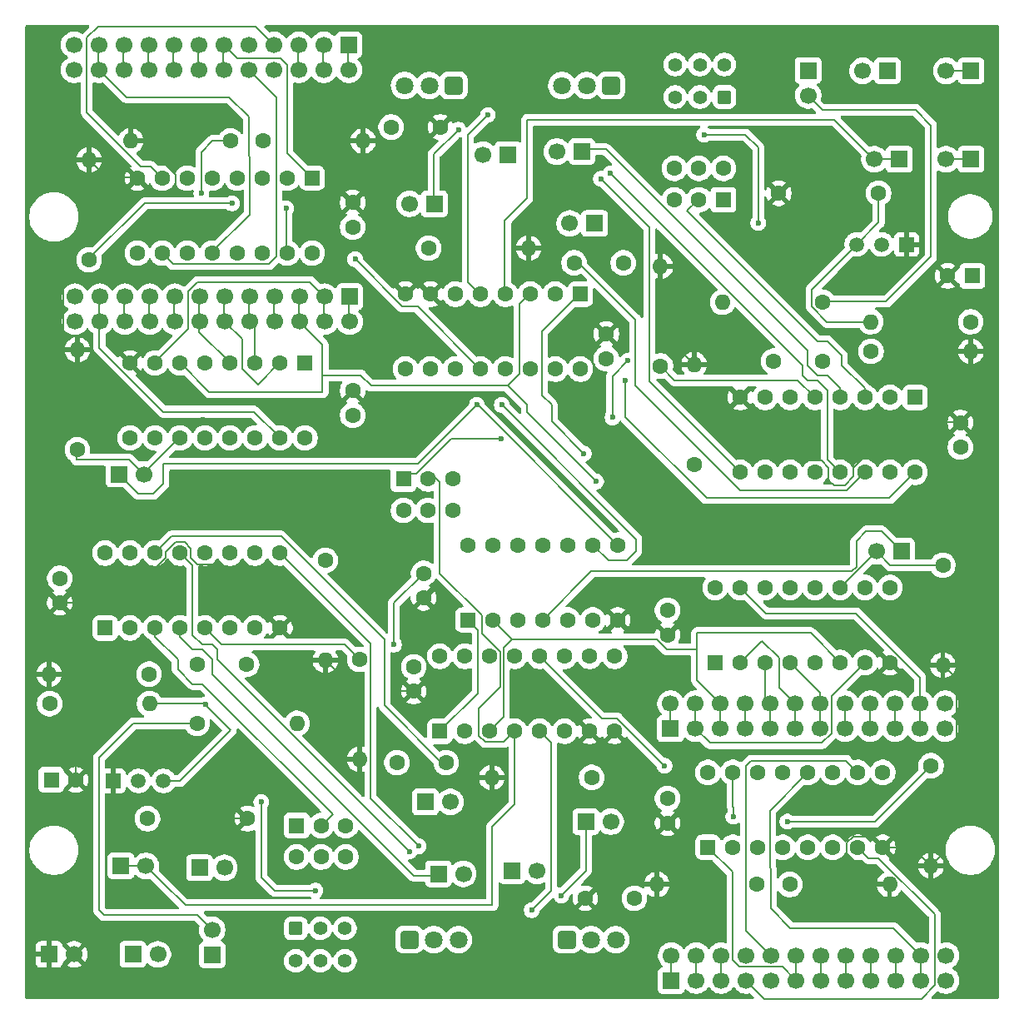
<source format=gbl>
G04 #@! TF.GenerationSoftware,KiCad,Pcbnew,9.0.2*
G04 #@! TF.CreationDate,2025-06-14T15:50:33+02:00*
G04 #@! TF.ProjectId,kleingorium,6b6c6569-6e67-46f7-9269-756d2e6b6963,rev?*
G04 #@! TF.SameCoordinates,Original*
G04 #@! TF.FileFunction,Copper,L2,Bot*
G04 #@! TF.FilePolarity,Positive*
%FSLAX46Y46*%
G04 Gerber Fmt 4.6, Leading zero omitted, Abs format (unit mm)*
G04 Created by KiCad (PCBNEW 9.0.2) date 2025-06-14 15:50:33*
%MOMM*%
%LPD*%
G01*
G04 APERTURE LIST*
G04 Aperture macros list*
%AMRoundRect*
0 Rectangle with rounded corners*
0 $1 Rounding radius*
0 $2 $3 $4 $5 $6 $7 $8 $9 X,Y pos of 4 corners*
0 Add a 4 corners polygon primitive as box body*
4,1,4,$2,$3,$4,$5,$6,$7,$8,$9,$2,$3,0*
0 Add four circle primitives for the rounded corners*
1,1,$1+$1,$2,$3*
1,1,$1+$1,$4,$5*
1,1,$1+$1,$6,$7*
1,1,$1+$1,$8,$9*
0 Add four rect primitives between the rounded corners*
20,1,$1+$1,$2,$3,$4,$5,0*
20,1,$1+$1,$4,$5,$6,$7,0*
20,1,$1+$1,$6,$7,$8,$9,0*
20,1,$1+$1,$8,$9,$2,$3,0*%
G04 Aperture macros list end*
G04 #@! TA.AperFunction,ComponentPad*
%ADD10R,1.700000X1.700000*%
G04 #@! TD*
G04 #@! TA.AperFunction,ComponentPad*
%ADD11C,1.700000*%
G04 #@! TD*
G04 #@! TA.AperFunction,ComponentPad*
%ADD12RoundRect,0.250000X-0.550000X0.550000X-0.550000X-0.550000X0.550000X-0.550000X0.550000X0.550000X0*%
G04 #@! TD*
G04 #@! TA.AperFunction,ComponentPad*
%ADD13C,1.600000*%
G04 #@! TD*
G04 #@! TA.AperFunction,ComponentPad*
%ADD14R,1.500000X1.500000*%
G04 #@! TD*
G04 #@! TA.AperFunction,ComponentPad*
%ADD15C,1.500000*%
G04 #@! TD*
G04 #@! TA.AperFunction,ComponentPad*
%ADD16O,1.600000X1.600000*%
G04 #@! TD*
G04 #@! TA.AperFunction,ComponentPad*
%ADD17RoundRect,0.250000X0.550000X-0.550000X0.550000X0.550000X-0.550000X0.550000X-0.550000X-0.550000X0*%
G04 #@! TD*
G04 #@! TA.AperFunction,ComponentPad*
%ADD18RoundRect,0.250000X-0.650000X0.650000X-0.650000X-0.650000X0.650000X-0.650000X0.650000X0.650000X0*%
G04 #@! TD*
G04 #@! TA.AperFunction,ComponentPad*
%ADD19C,1.800000*%
G04 #@! TD*
G04 #@! TA.AperFunction,ComponentPad*
%ADD20R,1.600000X1.600000*%
G04 #@! TD*
G04 #@! TA.AperFunction,ComponentPad*
%ADD21RoundRect,0.250000X0.650000X-0.650000X0.650000X0.650000X-0.650000X0.650000X-0.650000X-0.650000X0*%
G04 #@! TD*
G04 #@! TA.AperFunction,ComponentPad*
%ADD22RoundRect,0.250000X-0.450000X-0.450000X0.450000X-0.450000X0.450000X0.450000X-0.450000X0.450000X0*%
G04 #@! TD*
G04 #@! TA.AperFunction,ComponentPad*
%ADD23C,1.400000*%
G04 #@! TD*
G04 #@! TA.AperFunction,ComponentPad*
%ADD24RoundRect,0.250000X0.450000X0.450000X-0.450000X0.450000X-0.450000X-0.450000X0.450000X-0.450000X0*%
G04 #@! TD*
G04 #@! TA.AperFunction,ViaPad*
%ADD25C,0.600000*%
G04 #@! TD*
G04 #@! TA.AperFunction,Conductor*
%ADD26C,0.200000*%
G04 #@! TD*
G04 APERTURE END LIST*
D10*
G04 #@! TO.P,J10,1,Pin_1*
G04 #@! TO.N,VCC*
X98430000Y-142000000D03*
D11*
G04 #@! TO.P,J10,2,Pin_2*
X100970000Y-142000000D03*
G04 #@! TD*
D12*
G04 #@! TO.P,U12,1,Q11*
G04 #@! TO.N,/4040 2/Q11*
X115940000Y-81855000D03*
D13*
G04 #@! TO.P,U12,2,Q5*
G04 #@! TO.N,/4040 2/Q5*
X113400000Y-81855000D03*
G04 #@! TO.P,U12,3,Q4*
G04 #@! TO.N,/4040 2/Q4*
X110860000Y-81855000D03*
G04 #@! TO.P,U12,4,Q6*
G04 #@! TO.N,/4040 2/Q6*
X108320000Y-81855000D03*
G04 #@! TO.P,U12,5,Q3*
G04 #@! TO.N,/4040 2/Q3*
X105780000Y-81855000D03*
G04 #@! TO.P,U12,6,Q2*
G04 #@! TO.N,/4040 2/Q2*
X103240000Y-81855000D03*
G04 #@! TO.P,U12,7,Q1*
G04 #@! TO.N,/4040 2/Q1*
X100700000Y-81855000D03*
G04 #@! TO.P,U12,8,VSS*
G04 #@! TO.N,GND*
X98160000Y-81855000D03*
G04 #@! TO.P,U12,9,Q0*
G04 #@! TO.N,/4040 2/Q0*
X98160000Y-89475000D03*
G04 #@! TO.P,U12,10,CLK*
G04 #@! TO.N,/4040 2/Clock*
X100700000Y-89475000D03*
G04 #@! TO.P,U12,11,Reset*
G04 #@! TO.N,/4040 2/Reset*
X103240000Y-89475000D03*
G04 #@! TO.P,U12,12,Q8*
G04 #@! TO.N,/4040 2/Q8*
X105780000Y-89475000D03*
G04 #@! TO.P,U12,13,Q7*
G04 #@! TO.N,/4040 2/Q7*
X108320000Y-89475000D03*
G04 #@! TO.P,U12,14,Q9*
G04 #@! TO.N,/4040 2/Q9*
X110860000Y-89475000D03*
G04 #@! TO.P,U12,15,Q10*
G04 #@! TO.N,/4040 2/Q10*
X113400000Y-89475000D03*
G04 #@! TO.P,U12,16,VDD*
G04 #@! TO.N,VCC*
X115940000Y-89475000D03*
G04 #@! TD*
D14*
G04 #@! TO.P,Q2,1,E*
G04 #@! TO.N,GND*
X177130000Y-69805000D03*
D15*
G04 #@! TO.P,Q2,2,B*
G04 #@! TO.N,Net-(Q2-B)*
X174590000Y-69805000D03*
G04 #@! TO.P,Q2,3,C*
G04 #@! TO.N,/4066/Den*
X172050000Y-69805000D03*
G04 #@! TD*
D13*
G04 #@! TO.P,R12,1*
G04 #@! TO.N,/4053/Select*
X104965000Y-118500000D03*
D16*
G04 #@! TO.P,R12,2*
G04 #@! TO.N,Net-(Q1-B)*
X115125000Y-118500000D03*
G04 #@! TD*
D13*
G04 #@! TO.P,C20,1*
G04 #@! TO.N,VCC*
X120780000Y-68025000D03*
G04 #@! TO.P,C20,2*
G04 #@! TO.N,GND*
X120780000Y-65525000D03*
G04 #@! TD*
D17*
G04 #@! TO.P,U3,1,B1*
G04 #@! TO.N,/4053/B1*
X129650000Y-119305000D03*
D13*
G04 #@! TO.P,U3,2,B0*
G04 #@! TO.N,/4046/SigIn*
X132190000Y-119305000D03*
G04 #@! TO.P,U3,3,C1*
G04 #@! TO.N,/4040/Q2*
X134730000Y-119305000D03*
G04 #@! TO.P,U3,4,C*
G04 #@! TO.N,/4053/C*
X137270000Y-119305000D03*
G04 #@! TO.P,U3,5,C0*
G04 #@! TO.N,/4040/Clock*
X139810000Y-119305000D03*
G04 #@! TO.P,U3,6,INH*
G04 #@! TO.N,Net-(U3-INH)*
X142350000Y-119305000D03*
G04 #@! TO.P,U3,7,VEE*
G04 #@! TO.N,GND*
X144890000Y-119305000D03*
G04 #@! TO.P,U3,8,VSS*
X147430000Y-119305000D03*
G04 #@! TO.P,U3,9,S3*
G04 #@! TO.N,/4053/Select*
X147430000Y-111685000D03*
G04 #@! TO.P,U3,10,S2*
X144890000Y-111685000D03*
G04 #@! TO.P,U3,11,S1*
X142350000Y-111685000D03*
G04 #@! TO.P,U3,12,A0*
G04 #@! TO.N,/4017/Clock*
X139810000Y-111685000D03*
G04 #@! TO.P,U3,13,A1*
G04 #@! TO.N,/4046/SigIn*
X137270000Y-111685000D03*
G04 #@! TO.P,U3,14,A*
G04 #@! TO.N,/4053/A*
X134730000Y-111685000D03*
G04 #@! TO.P,U3,15,B*
G04 #@! TO.N,/4053/B*
X132190000Y-111685000D03*
G04 #@! TO.P,U3,16,VDD*
G04 #@! TO.N,VCC*
X129650000Y-111685000D03*
G04 #@! TD*
G04 #@! TO.P,R1,1*
G04 #@! TO.N,Net-(U3-INH)*
X145080000Y-124000000D03*
D16*
G04 #@! TO.P,R1,2*
G04 #@! TO.N,GND*
X134920000Y-124000000D03*
G04 #@! TD*
D13*
G04 #@! TO.P,R10,1*
G04 #@! TO.N,/4017/Clock*
X179610000Y-122810000D03*
D16*
G04 #@! TO.P,R10,2*
G04 #@! TO.N,GND*
X179610000Y-132970000D03*
G04 #@! TD*
D13*
G04 #@! TO.P,R8,1*
G04 #@! TO.N,/4017/Reset*
X161890000Y-134890000D03*
D16*
G04 #@! TO.P,R8,2*
G04 #@! TO.N,GND*
X151730000Y-134890000D03*
G04 #@! TD*
D13*
G04 #@! TO.P,R26,1*
G04 #@! TO.N,/4053 2/Select*
X173510000Y-80665000D03*
D16*
G04 #@! TO.P,R26,2*
G04 #@! TO.N,GND*
X183670000Y-80665000D03*
G04 #@! TD*
D10*
G04 #@! TO.P,J2,1,Pin_1*
G04 #@! TO.N,/4040/Q0*
X153105000Y-119045000D03*
D11*
G04 #@! TO.P,J2,2,Pin_2*
X153105000Y-116505000D03*
G04 #@! TO.P,J2,3,Pin_3*
G04 #@! TO.N,/4040/Q1*
X155645000Y-119045000D03*
G04 #@! TO.P,J2,4,Pin_4*
X155645000Y-116505000D03*
G04 #@! TO.P,J2,5,Pin_5*
G04 #@! TO.N,/4040/Q2*
X158185000Y-119045000D03*
G04 #@! TO.P,J2,6,Pin_6*
X158185000Y-116505000D03*
G04 #@! TO.P,J2,7,Pin_7*
G04 #@! TO.N,/4040/Q3*
X160725000Y-119045000D03*
G04 #@! TO.P,J2,8,Pin_8*
X160725000Y-116505000D03*
G04 #@! TO.P,J2,9,Pin_9*
G04 #@! TO.N,/4040/Q4*
X163265000Y-119045000D03*
G04 #@! TO.P,J2,10,Pin_10*
X163265000Y-116505000D03*
G04 #@! TO.P,J2,11,Pin_11*
G04 #@! TO.N,/4040/Q5*
X165805000Y-119045000D03*
G04 #@! TO.P,J2,12,Pin_12*
X165805000Y-116505000D03*
G04 #@! TO.P,J2,13,Pin_13*
G04 #@! TO.N,/4040/Q6*
X168345000Y-119045000D03*
G04 #@! TO.P,J2,14,Pin_14*
X168345000Y-116505000D03*
G04 #@! TO.P,J2,15,Pin_15*
G04 #@! TO.N,/4040/Q7*
X170885000Y-119045000D03*
G04 #@! TO.P,J2,16,Pin_16*
X170885000Y-116505000D03*
G04 #@! TO.P,J2,17,Pin_17*
G04 #@! TO.N,/4040/Q8*
X173425000Y-119045000D03*
G04 #@! TO.P,J2,18,Pin_18*
X173425000Y-116505000D03*
G04 #@! TO.P,J2,19,Pin_19*
G04 #@! TO.N,/4040/Q9*
X175965000Y-119045000D03*
G04 #@! TO.P,J2,20,Pin_20*
X175965000Y-116505000D03*
G04 #@! TO.P,J2,21,Pin_21*
G04 #@! TO.N,/4040/Q10*
X178505000Y-119045000D03*
G04 #@! TO.P,J2,22,Pin_22*
X178505000Y-116505000D03*
G04 #@! TO.P,J2,23,Pin_23*
G04 #@! TO.N,/4040/Q11*
X181045000Y-119045000D03*
G04 #@! TO.P,J2,24,Pin_24*
X181045000Y-116505000D03*
G04 #@! TD*
D13*
G04 #@! TO.P,C2,1*
G04 #@! TO.N,Net-(U1-SigIn)*
X130290000Y-122500000D03*
G04 #@! TO.P,C2,2*
G04 #@! TO.N,/4046/SigIn*
X125290000Y-122500000D03*
G04 #@! TD*
G04 #@! TO.P,R7,1*
G04 #@! TO.N,/4040/Reset*
X180805000Y-102425000D03*
D16*
G04 #@! TO.P,R7,2*
G04 #@! TO.N,GND*
X180805000Y-112585000D03*
G04 #@! TD*
D13*
G04 #@! TO.P,C1,1*
G04 #@! TO.N,Net-(U1-C1)*
X105000000Y-112500000D03*
G04 #@! TO.P,C1,2*
G04 #@! TO.N,Net-(U1-C2)*
X110000000Y-112500000D03*
G04 #@! TD*
D18*
G04 #@! TO.P,R6,1,1*
G04 #@! TO.N,Net-(U1-VCOin)*
X142540000Y-140500000D03*
D19*
G04 #@! TO.P,R6,2,2*
G04 #@! TO.N,Net-(C3-Pad2)*
X145040000Y-140500000D03*
G04 #@! TO.P,R6,3,3*
X147540000Y-140500000D03*
G04 #@! TD*
D20*
G04 #@! TO.P,SW3,1,A*
G04 #@! TO.N,/4053 2/A*
X125950000Y-93650000D03*
D13*
G04 #@! TO.P,SW3,2,B*
G04 #@! TO.N,/4053/C*
X128450000Y-93650000D03*
G04 #@! TO.P,SW3,3,C*
G04 #@! TO.N,unconnected-(SW3-C-Pad3)*
X130950000Y-93650000D03*
G04 #@! TO.P,SW3,4*
G04 #@! TO.N,N/C*
X125950000Y-96850000D03*
G04 #@! TO.P,SW3,5*
X128450000Y-96850000D03*
G04 #@! TO.P,SW3,6*
X130950000Y-96850000D03*
G04 #@! TD*
D10*
G04 #@! TO.P,J5,1,Pin_1*
G04 #@! TO.N,/4046/Comp*
X137000000Y-133500000D03*
D11*
G04 #@! TO.P,J5,2,Pin_2*
X139540000Y-133500000D03*
G04 #@! TD*
D20*
G04 #@! TO.P,C10,1*
G04 #@! TO.N,VCC*
X90129900Y-124250000D03*
D13*
G04 #@! TO.P,C10,2*
G04 #@! TO.N,GND*
X92629900Y-124250000D03*
G04 #@! TD*
D17*
G04 #@! TO.P,U2,1,Q5*
G04 #@! TO.N,/4017/Q5*
X156920000Y-131115000D03*
D13*
G04 #@! TO.P,U2,2,Q1*
G04 #@! TO.N,/4017/Q1*
X159460000Y-131115000D03*
G04 #@! TO.P,U2,3,Q0*
G04 #@! TO.N,/4017/Q0*
X162000000Y-131115000D03*
G04 #@! TO.P,U2,4,Q2*
G04 #@! TO.N,/4017/Q2*
X164540000Y-131115000D03*
G04 #@! TO.P,U2,5,Q6*
G04 #@! TO.N,/4017/Q6*
X167080000Y-131115000D03*
G04 #@! TO.P,U2,6,Q7*
G04 #@! TO.N,/4017/Q7*
X169620000Y-131115000D03*
G04 #@! TO.P,U2,7,Q3*
G04 #@! TO.N,/4017/Q3*
X172160000Y-131115000D03*
G04 #@! TO.P,U2,8,VSS*
G04 #@! TO.N,GND*
X174700000Y-131115000D03*
G04 #@! TO.P,U2,9,Q8*
G04 #@! TO.N,/4017/Q8*
X174700000Y-123495000D03*
G04 #@! TO.P,U2,10,Q4*
G04 #@! TO.N,/4017/Q4*
X172160000Y-123495000D03*
G04 #@! TO.P,U2,11,Q9*
G04 #@! TO.N,/4017/Q9*
X169620000Y-123495000D03*
G04 #@! TO.P,U2,12,Cout*
G04 #@! TO.N,/4017/Q10*
X167080000Y-123495000D03*
G04 #@! TO.P,U2,13,CKEN*
G04 #@! TO.N,/4017/ClockEnable*
X164540000Y-123495000D03*
G04 #@! TO.P,U2,14,CLK*
G04 #@! TO.N,/4017/Clock*
X162000000Y-123495000D03*
G04 #@! TO.P,U2,15,Reset*
G04 #@! TO.N,/4017/Reset*
X159460000Y-123495000D03*
G04 #@! TO.P,U2,16,VDD*
G04 #@! TO.N,VCC*
X156920000Y-123495000D03*
G04 #@! TD*
D17*
G04 #@! TO.P,U1,1,PCP*
G04 #@! TO.N,unconnected-(U1-PCP-Pad1)*
X95610000Y-108805000D03*
D13*
G04 #@! TO.P,U1,2,PC1*
G04 #@! TO.N,unconnected-(U1-PC1-Pad2)*
X98150000Y-108805000D03*
G04 #@! TO.P,U1,3,RefIn*
G04 #@! TO.N,/4046/Comp*
X100690000Y-108805000D03*
G04 #@! TO.P,U1,4,FOUT*
G04 #@! TO.N,/4040/Clock*
X103230000Y-108805000D03*
G04 #@! TO.P,U1,5,Inh*
G04 #@! TO.N,Net-(U1-Inh)*
X105770000Y-108805000D03*
G04 #@! TO.P,U1,6,C1*
G04 #@! TO.N,Net-(U1-C1)*
X108310000Y-108805000D03*
G04 #@! TO.P,U1,7,C2*
G04 #@! TO.N,Net-(U1-C2)*
X110850000Y-108805000D03*
G04 #@! TO.P,U1,8,VSS*
G04 #@! TO.N,GND*
X113390000Y-108805000D03*
G04 #@! TO.P,U1,9,VCOin*
G04 #@! TO.N,Net-(U1-VCOin)*
X113390000Y-101185000D03*
G04 #@! TO.P,U1,10,SFout*
G04 #@! TO.N,unconnected-(U1-SFout-Pad10)*
X110850000Y-101185000D03*
G04 #@! TO.P,U1,11,R1*
G04 #@! TO.N,Net-(U1-R1)*
X108310000Y-101185000D03*
G04 #@! TO.P,U1,12,R2*
G04 #@! TO.N,unconnected-(U1-R2-Pad12)*
X105770000Y-101185000D03*
G04 #@! TO.P,U1,13,PC2*
G04 #@! TO.N,Net-(U1-PC2)*
X103230000Y-101185000D03*
G04 #@! TO.P,U1,14,SigIn*
G04 #@! TO.N,Net-(U1-SigIn)*
X100690000Y-101185000D03*
G04 #@! TO.P,U1,15,ZOUT*
G04 #@! TO.N,unconnected-(U1-ZOUT-Pad15)*
X98150000Y-101185000D03*
G04 #@! TO.P,U1,16,VDD*
G04 #@! TO.N,VCC*
X95610000Y-101185000D03*
G04 #@! TD*
D10*
G04 #@! TO.P,J7,1,Pin_1*
G04 #@! TO.N,/4053/C*
X97225000Y-133000000D03*
D11*
G04 #@! TO.P,J7,2,Pin_2*
X99765000Y-133000000D03*
G04 #@! TD*
D20*
G04 #@! TO.P,SW2,1,A*
G04 #@! TO.N,/4053/B1*
X115092500Y-128900000D03*
D13*
G04 #@! TO.P,SW2,2,B*
G04 #@! TO.N,/4046/Comp*
X117592500Y-128900000D03*
G04 #@! TO.P,SW2,3,C*
G04 #@! TO.N,unconnected-(SW2-C-Pad3)*
X120092500Y-128900000D03*
G04 #@! TO.P,SW2,4*
G04 #@! TO.N,N/C*
X115092500Y-132100000D03*
G04 #@! TO.P,SW2,5*
X117592500Y-132100000D03*
G04 #@! TO.P,SW2,6*
X120092500Y-132100000D03*
G04 #@! TD*
D10*
G04 #@! TO.P,J9,1,Pin_1*
G04 #@! TO.N,/4046/SigIn*
X128195000Y-126500000D03*
D11*
G04 #@! TO.P,J9,2,Pin_2*
X130735000Y-126500000D03*
G04 #@! TD*
D13*
G04 #@! TO.P,C8,1*
G04 #@! TO.N,Net-(U15-C1)*
X168590000Y-81665000D03*
G04 #@! TO.P,C8,2*
G04 #@! TO.N,Net-(U15-C2)*
X163590000Y-81665000D03*
G04 #@! TD*
G04 #@! TO.P,R14,1*
G04 #@! TO.N,VCC*
X183630000Y-77665000D03*
D16*
G04 #@! TO.P,R14,2*
G04 #@! TO.N,/4066/Den*
X173470000Y-77665000D03*
G04 #@! TD*
D10*
G04 #@! TO.P,J3,1,Pin_1*
G04 #@! TO.N,/4040/Clock*
X176580000Y-101005000D03*
D11*
G04 #@! TO.P,J3,2,Pin_2*
G04 #@! TO.N,/4040/Reset*
X174040000Y-101005000D03*
G04 #@! TD*
D10*
G04 #@! TO.P,J15,1,Pin_1*
G04 #@! TO.N,/4046 2/SigIn*
X145395000Y-67665000D03*
D11*
G04 #@! TO.P,J15,2,Pin_2*
X142855000Y-67665000D03*
G04 #@! TD*
D21*
G04 #@! TO.P,R34,1,1*
G04 #@! TO.N,Net-(U15-VCOin)*
X131070000Y-53640000D03*
D19*
G04 #@! TO.P,R34,2,2*
G04 #@! TO.N,Net-(C9-Pad2)*
X128570000Y-53640000D03*
G04 #@! TO.P,R34,3,3*
X126070000Y-53640000D03*
G04 #@! TD*
D13*
G04 #@! TO.P,R2,1*
G04 #@! TO.N,/4053/Select*
X100080000Y-113500000D03*
D16*
G04 #@! TO.P,R2,2*
G04 #@! TO.N,GND*
X89920000Y-113500000D03*
G04 #@! TD*
D13*
G04 #@! TO.P,C17,1*
G04 #@! TO.N,VCC*
X182590000Y-90415000D03*
G04 #@! TO.P,C17,2*
G04 #@! TO.N,GND*
X182590000Y-87915000D03*
G04 #@! TD*
D10*
G04 #@! TO.P,J22,1,Pin_1*
G04 #@! TO.N,/4017 2/Q0*
X120400000Y-49500000D03*
D11*
G04 #@! TO.P,J22,2,Pin_2*
X120400000Y-52040000D03*
G04 #@! TO.P,J22,3,Pin_3*
G04 #@! TO.N,/4017 2/Q1*
X117860000Y-49500000D03*
G04 #@! TO.P,J22,4,Pin_4*
X117860000Y-52040000D03*
G04 #@! TO.P,J22,5,Pin_5*
G04 #@! TO.N,/4017 2/Q2*
X115320000Y-49500000D03*
G04 #@! TO.P,J22,6,Pin_6*
X115320000Y-52040000D03*
G04 #@! TO.P,J22,7,Pin_7*
G04 #@! TO.N,/4017 2/Q3*
X112780000Y-49500000D03*
G04 #@! TO.P,J22,8,Pin_8*
X112780000Y-52040000D03*
G04 #@! TO.P,J22,9,Pin_9*
G04 #@! TO.N,/4017 2/Q4*
X110240000Y-49500000D03*
G04 #@! TO.P,J22,10,Pin_10*
X110240000Y-52040000D03*
G04 #@! TO.P,J22,11,Pin_11*
G04 #@! TO.N,/4017 2/Q5*
X107700000Y-49500000D03*
G04 #@! TO.P,J22,12,Pin_12*
X107700000Y-52040000D03*
G04 #@! TO.P,J22,13,Pin_13*
G04 #@! TO.N,/4017 2/Q6*
X105160000Y-49500000D03*
G04 #@! TO.P,J22,14,Pin_14*
X105160000Y-52040000D03*
G04 #@! TO.P,J22,15,Pin_15*
G04 #@! TO.N,/4017 2/Q7*
X102620000Y-49500000D03*
G04 #@! TO.P,J22,16,Pin_16*
X102620000Y-52040000D03*
G04 #@! TO.P,J22,17,Pin_17*
G04 #@! TO.N,/4017 2/Q8*
X100080000Y-49500000D03*
G04 #@! TO.P,J22,18,Pin_18*
X100080000Y-52040000D03*
G04 #@! TO.P,J22,19,Pin_19*
G04 #@! TO.N,/4017 2/Q9*
X97540000Y-49500000D03*
G04 #@! TO.P,J22,20,Pin_20*
X97540000Y-52040000D03*
G04 #@! TO.P,J22,21,Pin_21*
G04 #@! TO.N,/4017 2/Q10*
X95000000Y-49500000D03*
G04 #@! TO.P,J22,22,Pin_22*
X95000000Y-52040000D03*
G04 #@! TO.P,J22,23,Pin_23*
G04 #@! TO.N,/4017 2/Reset*
X92460000Y-49500000D03*
G04 #@! TO.P,J22,24,Pin_24*
X92460000Y-52040000D03*
G04 #@! TD*
D10*
G04 #@! TO.P,J13,1,Pin_1*
G04 #@! TO.N,/4053 2/Select*
X167110000Y-52100000D03*
D11*
G04 #@! TO.P,J13,2,Pin_2*
X167110000Y-54640000D03*
G04 #@! TD*
D13*
G04 #@! TO.P,C19,1*
G04 #@! TO.N,VCC*
X146590000Y-81415000D03*
G04 #@! TO.P,C19,2*
G04 #@! TO.N,GND*
X146590000Y-78915000D03*
G04 #@! TD*
G04 #@! TO.P,R9,1*
G04 #@! TO.N,/4017/ClockEnable*
X165230000Y-134890000D03*
D16*
G04 #@! TO.P,R9,2*
G04 #@! TO.N,GND*
X175390000Y-134890000D03*
G04 #@! TD*
D13*
G04 #@! TO.P,R32,1*
G04 #@! TO.N,Net-(U15-Inh)*
X152090000Y-82165000D03*
D16*
G04 #@! TO.P,R32,2*
G04 #@! TO.N,GND*
X152090000Y-72005000D03*
G04 #@! TD*
D10*
G04 #@! TO.P,J11,1,Pin_1*
G04 #@! TO.N,GND*
X89930000Y-142000000D03*
D11*
G04 #@! TO.P,J11,2,Pin_2*
X92470000Y-142000000D03*
G04 #@! TD*
D12*
G04 #@! TO.P,U14,1,Q5*
G04 #@! TO.N,/4017 2/Q5*
X116670000Y-63050000D03*
D13*
G04 #@! TO.P,U14,2,Q1*
G04 #@! TO.N,/4017 2/Q1*
X114130000Y-63050000D03*
G04 #@! TO.P,U14,3,Q0*
G04 #@! TO.N,/4017 2/Q0*
X111590000Y-63050000D03*
G04 #@! TO.P,U14,4,Q2*
G04 #@! TO.N,/4017 2/Q2*
X109050000Y-63050000D03*
G04 #@! TO.P,U14,5,Q6*
G04 #@! TO.N,/4017 2/Q6*
X106510000Y-63050000D03*
G04 #@! TO.P,U14,6,Q7*
G04 #@! TO.N,/4017 2/Q7*
X103970000Y-63050000D03*
G04 #@! TO.P,U14,7,Q3*
G04 #@! TO.N,/4017 2/Q3*
X101430000Y-63050000D03*
G04 #@! TO.P,U14,8,VSS*
G04 #@! TO.N,GND*
X98890000Y-63050000D03*
G04 #@! TO.P,U14,9,Q8*
G04 #@! TO.N,/4017 2/Q8*
X98890000Y-70670000D03*
G04 #@! TO.P,U14,10,Q4*
G04 #@! TO.N,/4017 2/Q4*
X101430000Y-70670000D03*
G04 #@! TO.P,U14,11,Q9*
G04 #@! TO.N,/4017 2/Q9*
X103970000Y-70670000D03*
G04 #@! TO.P,U14,12,Cout*
G04 #@! TO.N,/4017 2/Q10*
X106510000Y-70670000D03*
G04 #@! TO.P,U14,13,CKEN*
G04 #@! TO.N,/4017 2/ClockEnable*
X109050000Y-70670000D03*
G04 #@! TO.P,U14,14,CLK*
G04 #@! TO.N,/4017 2/Clock*
X111590000Y-70670000D03*
G04 #@! TO.P,U14,15,Reset*
G04 #@! TO.N,/4017 2/Reset*
X114130000Y-70670000D03*
G04 #@! TO.P,U14,16,VDD*
G04 #@! TO.N,VCC*
X116670000Y-70670000D03*
G04 #@! TD*
D20*
G04 #@! TO.P,SW5,1,A*
G04 #@! TO.N,/4053 2/B1*
X158497500Y-65265000D03*
D13*
G04 #@! TO.P,SW5,2,B*
G04 #@! TO.N,/4046 2/Comp*
X155997500Y-65265000D03*
G04 #@! TO.P,SW5,3,C*
G04 #@! TO.N,unconnected-(SW5-C-Pad3)*
X153497500Y-65265000D03*
G04 #@! TO.P,SW5,4*
G04 #@! TO.N,N/C*
X158497500Y-62065000D03*
G04 #@! TO.P,SW5,5*
X155997500Y-62065000D03*
G04 #@! TO.P,SW5,6*
X153497500Y-62065000D03*
G04 #@! TD*
D10*
G04 #@! TO.P,J24,1,Pin_1*
G04 #@! TO.N,Net-(J24-Pin_1)*
X183680000Y-52140000D03*
D11*
G04 #@! TO.P,J24,2,Pin_2*
X181140000Y-52140000D03*
G04 #@! TD*
D10*
G04 #@! TO.P,J14,1,Pin_1*
G04 #@! TO.N,/4053 2/A*
X183680000Y-61140000D03*
D11*
G04 #@! TO.P,J14,2,Pin_2*
X181140000Y-61140000D03*
G04 #@! TD*
D13*
G04 #@! TO.P,C14,1*
G04 #@! TO.N,VCC*
X127000000Y-112750000D03*
G04 #@! TO.P,C14,2*
G04 #@! TO.N,GND*
X127000000Y-115250000D03*
G04 #@! TD*
G04 #@! TO.P,R30,1*
G04 #@! TO.N,Net-(U15-R1)*
X155500000Y-92160000D03*
D16*
G04 #@! TO.P,R30,2*
G04 #@! TO.N,GND*
X155500000Y-82000000D03*
G04 #@! TD*
D13*
G04 #@! TO.P,C15,1*
G04 #@! TO.N,VCC*
X91000000Y-103750000D03*
G04 #@! TO.P,C15,2*
G04 #@! TO.N,GND*
X91000000Y-106250000D03*
G04 #@! TD*
G04 #@! TO.P,R28,1*
G04 #@! TO.N,/4017 2/ClockEnable*
X108360000Y-59275000D03*
D16*
G04 #@! TO.P,R28,2*
G04 #@! TO.N,GND*
X98200000Y-59275000D03*
G04 #@! TD*
D10*
G04 #@! TO.P,J6,1,Pin_1*
G04 #@! TO.N,/4053/Select*
X106500000Y-142040000D03*
D11*
G04 #@! TO.P,J6,2,Pin_2*
X106500000Y-139500000D03*
G04 #@! TD*
D22*
G04 #@! TO.P,SW1,1,A*
G04 #@! TO.N,/4017/Q0*
X115000000Y-139357500D03*
D23*
G04 #@! TO.P,SW1,2,B*
G04 #@! TO.N,/4053/B*
X117500000Y-139357500D03*
G04 #@! TO.P,SW1,3,C*
G04 #@! TO.N,/4017/Reset*
X120000000Y-139357500D03*
G04 #@! TO.P,SW1,4*
G04 #@! TO.N,N/C*
X120000000Y-142657500D03*
G04 #@! TO.P,SW1,5*
X117500000Y-142657500D03*
G04 #@! TO.P,SW1,6*
X115000000Y-142657500D03*
G04 #@! TD*
D10*
G04 #@! TO.P,J21,1,Pin_1*
G04 #@! TO.N,/4040 2/Q0*
X120485000Y-75120000D03*
D11*
G04 #@! TO.P,J21,2,Pin_2*
X120485000Y-77660000D03*
G04 #@! TO.P,J21,3,Pin_3*
G04 #@! TO.N,/4040 2/Q1*
X117945000Y-75120000D03*
G04 #@! TO.P,J21,4,Pin_4*
X117945000Y-77660000D03*
G04 #@! TO.P,J21,5,Pin_5*
G04 #@! TO.N,/4040 2/Q2*
X115405000Y-75120000D03*
G04 #@! TO.P,J21,6,Pin_6*
X115405000Y-77660000D03*
G04 #@! TO.P,J21,7,Pin_7*
G04 #@! TO.N,/4040 2/Q3*
X112865000Y-75120000D03*
G04 #@! TO.P,J21,8,Pin_8*
X112865000Y-77660000D03*
G04 #@! TO.P,J21,9,Pin_9*
G04 #@! TO.N,/4040 2/Q4*
X110325000Y-75120000D03*
G04 #@! TO.P,J21,10,Pin_10*
X110325000Y-77660000D03*
G04 #@! TO.P,J21,11,Pin_11*
G04 #@! TO.N,/4040 2/Q5*
X107785000Y-75120000D03*
G04 #@! TO.P,J21,12,Pin_12*
X107785000Y-77660000D03*
G04 #@! TO.P,J21,13,Pin_13*
G04 #@! TO.N,/4040 2/Q6*
X105245000Y-75120000D03*
G04 #@! TO.P,J21,14,Pin_14*
X105245000Y-77660000D03*
G04 #@! TO.P,J21,15,Pin_15*
G04 #@! TO.N,/4040 2/Q7*
X102705000Y-75120000D03*
G04 #@! TO.P,J21,16,Pin_16*
X102705000Y-77660000D03*
G04 #@! TO.P,J21,17,Pin_17*
G04 #@! TO.N,/4040 2/Q8*
X100165000Y-75120000D03*
G04 #@! TO.P,J21,18,Pin_18*
X100165000Y-77660000D03*
G04 #@! TO.P,J21,19,Pin_19*
G04 #@! TO.N,/4040 2/Q9*
X97625000Y-75120000D03*
G04 #@! TO.P,J21,20,Pin_20*
X97625000Y-77660000D03*
G04 #@! TO.P,J21,21,Pin_21*
G04 #@! TO.N,/4040 2/Q10*
X95085000Y-75120000D03*
G04 #@! TO.P,J21,22,Pin_22*
X95085000Y-77660000D03*
G04 #@! TO.P,J21,23,Pin_23*
G04 #@! TO.N,/4040 2/Q11*
X92545000Y-75120000D03*
G04 #@! TO.P,J21,24,Pin_24*
X92545000Y-77660000D03*
G04 #@! TD*
D18*
G04 #@! TO.P,R5,1,1*
G04 #@! TO.N,Net-(U1-PC2)*
X126540000Y-140500000D03*
D19*
G04 #@! TO.P,R5,2,2*
G04 #@! TO.N,Net-(U1-VCOin)*
X129040000Y-140500000D03*
G04 #@! TO.P,R5,3,3*
X131540000Y-140500000D03*
G04 #@! TD*
D17*
G04 #@! TO.P,U4,1,Q11*
G04 #@! TO.N,/4040/Q11*
X157650000Y-112310000D03*
D13*
G04 #@! TO.P,U4,2,Q5*
G04 #@! TO.N,/4040/Q5*
X160190000Y-112310000D03*
G04 #@! TO.P,U4,3,Q4*
G04 #@! TO.N,/4040/Q4*
X162730000Y-112310000D03*
G04 #@! TO.P,U4,4,Q6*
G04 #@! TO.N,/4040/Q6*
X165270000Y-112310000D03*
G04 #@! TO.P,U4,5,Q3*
G04 #@! TO.N,/4040/Q3*
X167810000Y-112310000D03*
G04 #@! TO.P,U4,6,Q2*
G04 #@! TO.N,/4040/Q2*
X170350000Y-112310000D03*
G04 #@! TO.P,U4,7,Q1*
G04 #@! TO.N,/4040/Q1*
X172890000Y-112310000D03*
G04 #@! TO.P,U4,8,VSS*
G04 #@! TO.N,GND*
X175430000Y-112310000D03*
G04 #@! TO.P,U4,9,Q0*
G04 #@! TO.N,/4040/Q0*
X175430000Y-104690000D03*
G04 #@! TO.P,U4,10,CLK*
G04 #@! TO.N,/4040/Clock*
X172890000Y-104690000D03*
G04 #@! TO.P,U4,11,Reset*
G04 #@! TO.N,/4040/Reset*
X170350000Y-104690000D03*
G04 #@! TO.P,U4,12,Q8*
G04 #@! TO.N,/4040/Q8*
X167810000Y-104690000D03*
G04 #@! TO.P,U4,13,Q7*
G04 #@! TO.N,/4040/Q7*
X165270000Y-104690000D03*
G04 #@! TO.P,U4,14,Q9*
G04 #@! TO.N,/4040/Q9*
X162730000Y-104690000D03*
G04 #@! TO.P,U4,15,Q10*
G04 #@! TO.N,/4040/Q10*
X160190000Y-104690000D03*
G04 #@! TO.P,U4,16,VDD*
G04 #@! TO.N,VCC*
X157650000Y-104690000D03*
G04 #@! TD*
G04 #@! TO.P,C7,1*
G04 #@! TO.N,Net-(U15-SigIn)*
X143300000Y-71665000D03*
G04 #@! TO.P,C7,2*
G04 #@! TO.N,/4046 2/SigIn*
X148300000Y-71665000D03*
G04 #@! TD*
G04 #@! TO.P,R11,1*
G04 #@! TO.N,VCC*
X89960000Y-116500000D03*
D16*
G04 #@! TO.P,R11,2*
G04 #@! TO.N,/4066/Aen*
X100120000Y-116500000D03*
G04 #@! TD*
D10*
G04 #@! TO.P,J12,1,Pin_1*
G04 #@! TO.N,/4053/B1*
X144500000Y-128500000D03*
D11*
G04 #@! TO.P,J12,2,Pin_2*
X147040000Y-128500000D03*
G04 #@! TD*
D13*
G04 #@! TO.P,R27,1*
G04 #@! TO.N,/4040 2/Reset*
X92785000Y-90680000D03*
D16*
G04 #@! TO.P,R27,2*
G04 #@! TO.N,GND*
X92785000Y-80520000D03*
G04 #@! TD*
D21*
G04 #@! TO.P,R33,1,1*
G04 #@! TO.N,Net-(U15-PC2)*
X147070000Y-53640000D03*
D19*
G04 #@! TO.P,R33,2,2*
G04 #@! TO.N,Net-(U15-VCOin)*
X144570000Y-53640000D03*
G04 #@! TO.P,R33,3,3*
X142070000Y-53640000D03*
G04 #@! TD*
D14*
G04 #@! TO.P,Q1,1,E*
G04 #@! TO.N,GND*
X96460000Y-124360000D03*
D15*
G04 #@! TO.P,Q1,2,B*
G04 #@! TO.N,Net-(Q1-B)*
X99000000Y-124360000D03*
G04 #@! TO.P,Q1,3,C*
G04 #@! TO.N,/4066/Aen*
X101540000Y-124360000D03*
G04 #@! TD*
D10*
G04 #@! TO.P,J4,1,Pin_1*
G04 #@! TO.N,/4040/Clock*
X129500000Y-133805000D03*
D11*
G04 #@! TO.P,J4,2,Pin_2*
X132040000Y-133805000D03*
G04 #@! TD*
D12*
G04 #@! TO.P,U15,1,PCP*
G04 #@! TO.N,unconnected-(U15-PCP-Pad1)*
X177980000Y-85360000D03*
D13*
G04 #@! TO.P,U15,2,PC1*
G04 #@! TO.N,unconnected-(U15-PC1-Pad2)*
X175440000Y-85360000D03*
G04 #@! TO.P,U15,3,RefIn*
G04 #@! TO.N,/4046 2/Comp*
X172900000Y-85360000D03*
G04 #@! TO.P,U15,4,FOUT*
G04 #@! TO.N,/4040 2/Clock*
X170360000Y-85360000D03*
G04 #@! TO.P,U15,5,Inh*
G04 #@! TO.N,Net-(U15-Inh)*
X167820000Y-85360000D03*
G04 #@! TO.P,U15,6,C1*
G04 #@! TO.N,Net-(U15-C1)*
X165280000Y-85360000D03*
G04 #@! TO.P,U15,7,C2*
G04 #@! TO.N,Net-(U15-C2)*
X162740000Y-85360000D03*
G04 #@! TO.P,U15,8,VSS*
G04 #@! TO.N,GND*
X160200000Y-85360000D03*
G04 #@! TO.P,U15,9,VCOin*
G04 #@! TO.N,Net-(U15-VCOin)*
X160200000Y-92980000D03*
G04 #@! TO.P,U15,10,SFout*
G04 #@! TO.N,unconnected-(U15-SFout-Pad10)*
X162740000Y-92980000D03*
G04 #@! TO.P,U15,11,R1*
G04 #@! TO.N,Net-(U15-R1)*
X165280000Y-92980000D03*
G04 #@! TO.P,U15,12,R2*
G04 #@! TO.N,unconnected-(U15-R2-Pad12)*
X167820000Y-92980000D03*
G04 #@! TO.P,U15,13,PC2*
G04 #@! TO.N,Net-(U15-PC2)*
X170360000Y-92980000D03*
G04 #@! TO.P,U15,14,SigIn*
G04 #@! TO.N,Net-(U15-SigIn)*
X172900000Y-92980000D03*
G04 #@! TO.P,U15,15,ZOUT*
G04 #@! TO.N,unconnected-(U15-ZOUT-Pad15)*
X175440000Y-92980000D03*
G04 #@! TO.P,U15,16,VDD*
G04 #@! TO.N,VCC*
X177980000Y-92980000D03*
G04 #@! TD*
G04 #@! TO.P,R3,1*
G04 #@! TO.N,Net-(U1-Inh)*
X121500000Y-112000000D03*
D16*
G04 #@! TO.P,R3,2*
G04 #@! TO.N,GND*
X121500000Y-122160000D03*
G04 #@! TD*
D13*
G04 #@! TO.P,R31,1*
G04 #@! TO.N,/4017 2/Reset*
X111700000Y-59275000D03*
D16*
G04 #@! TO.P,R31,2*
G04 #@! TO.N,GND*
X121860000Y-59275000D03*
G04 #@! TD*
D13*
G04 #@! TO.P,R29,1*
G04 #@! TO.N,Net-(U13-INH)*
X128510000Y-70165000D03*
D16*
G04 #@! TO.P,R29,2*
G04 #@! TO.N,GND*
X138670000Y-70165000D03*
G04 #@! TD*
D10*
G04 #@! TO.P,J16,1,Pin_1*
G04 #@! TO.N,/4046 2/Comp*
X136590000Y-60665000D03*
D11*
G04 #@! TO.P,J16,2,Pin_2*
X134050000Y-60665000D03*
G04 #@! TD*
D13*
G04 #@! TO.P,C9,1*
G04 #@! TO.N,GND*
X129700000Y-57860000D03*
G04 #@! TO.P,C9,2*
G04 #@! TO.N,Net-(C9-Pad2)*
X124700000Y-57860000D03*
G04 #@! TD*
G04 #@! TO.P,C16,1*
G04 #@! TO.N,VCC*
X120785000Y-87160000D03*
G04 #@! TO.P,C16,2*
G04 #@! TO.N,GND*
X120785000Y-84660000D03*
G04 #@! TD*
D20*
G04 #@! TO.P,C18,1*
G04 #@! TO.N,VCC*
X183805113Y-73000000D03*
D13*
G04 #@! TO.P,C18,2*
G04 #@! TO.N,GND*
X181305113Y-73000000D03*
G04 #@! TD*
G04 #@! TO.P,R25,1*
G04 #@! TO.N,/4017 2/Clock*
X93980000Y-71355000D03*
D16*
G04 #@! TO.P,R25,2*
G04 #@! TO.N,GND*
X93980000Y-61195000D03*
G04 #@! TD*
D10*
G04 #@! TO.P,J19,1,Pin_1*
G04 #@! TO.N,/4040 2/Clock*
X144090000Y-60360000D03*
D11*
G04 #@! TO.P,J19,2,Pin_2*
X141550000Y-60360000D03*
G04 #@! TD*
D13*
G04 #@! TO.P,C3,1*
G04 #@! TO.N,GND*
X144445000Y-136305000D03*
G04 #@! TO.P,C3,2*
G04 #@! TO.N,Net-(C3-Pad2)*
X149445000Y-136305000D03*
G04 #@! TD*
G04 #@! TO.P,C12,1*
G04 #@! TO.N,VCC*
X152805000Y-107005000D03*
G04 #@! TO.P,C12,2*
G04 #@! TO.N,GND*
X152805000Y-109505000D03*
G04 #@! TD*
D24*
G04 #@! TO.P,SW4,1,A*
G04 #@! TO.N,/4017 2/Q0*
X158590000Y-54807500D03*
D23*
G04 #@! TO.P,SW4,2,B*
G04 #@! TO.N,/4053 2/B*
X156090000Y-54807500D03*
G04 #@! TO.P,SW4,3,C*
G04 #@! TO.N,/4017 2/Reset*
X153590000Y-54807500D03*
G04 #@! TO.P,SW4,4*
G04 #@! TO.N,N/C*
X153590000Y-51507500D03*
G04 #@! TO.P,SW4,5*
X156090000Y-51507500D03*
G04 #@! TO.P,SW4,6*
X158590000Y-51507500D03*
G04 #@! TD*
D17*
G04 #@! TO.P,U5,1*
G04 #@! TO.N,/4053/B1*
X132500000Y-108000000D03*
D13*
G04 #@! TO.P,U5,2*
G04 #@! TO.N,/4040/Q2*
X135040000Y-108000000D03*
G04 #@! TO.P,U5,3*
G04 #@! TO.N,/4017/Clock*
X137580000Y-108000000D03*
G04 #@! TO.P,U5,4*
G04 #@! TO.N,/4040/Clock*
X140120000Y-108000000D03*
G04 #@! TO.P,U5,5*
G04 #@! TO.N,/4053/Select*
X142660000Y-108000000D03*
G04 #@! TO.P,U5,6*
G04 #@! TO.N,/4053 2/Select*
X145200000Y-108000000D03*
G04 #@! TO.P,U5,7,V_{SS}*
G04 #@! TO.N,GND*
X147740000Y-108000000D03*
G04 #@! TO.P,U5,8*
G04 #@! TO.N,/4040 2/Clock*
X147740000Y-100380000D03*
G04 #@! TO.P,U5,9*
G04 #@! TO.N,/4017 2/Clock*
X145200000Y-100380000D03*
G04 #@! TO.P,U5,10*
G04 #@! TO.N,/4040 2/Q2*
X142660000Y-100380000D03*
G04 #@! TO.P,U5,11*
G04 #@! TO.N,/4053 2/B1*
X140120000Y-100380000D03*
G04 #@! TO.P,U5,12*
G04 #@! TO.N,/4066/Den*
X137580000Y-100380000D03*
G04 #@! TO.P,U5,13*
G04 #@! TO.N,/4066/Aen*
X135040000Y-100380000D03*
G04 #@! TO.P,U5,14,V_{DD}*
G04 #@! TO.N,VCC*
X132500000Y-100380000D03*
G04 #@! TD*
G04 #@! TO.P,C11,1*
G04 #@! TO.N,VCC*
X128000000Y-103250000D03*
G04 #@! TO.P,C11,2*
G04 #@! TO.N,GND*
X128000000Y-105750000D03*
G04 #@! TD*
D10*
G04 #@! TO.P,J17,1,Pin_1*
G04 #@! TO.N,/4053 2/C*
X176385000Y-61140000D03*
D11*
G04 #@! TO.P,J17,2,Pin_2*
X173845000Y-61140000D03*
G04 #@! TD*
D13*
G04 #@! TO.P,R16,1*
G04 #@! TO.N,GND*
X164120000Y-64600000D03*
G04 #@! TO.P,R16,2*
G04 #@! TO.N,/4066/Den*
X174280000Y-64600000D03*
G04 #@! TD*
D10*
G04 #@! TO.P,J20,1,Pin_1*
G04 #@! TO.N,/4040 2/Clock*
X97010000Y-93160000D03*
D11*
G04 #@! TO.P,J20,2,Pin_2*
G04 #@! TO.N,/4040 2/Reset*
X99550000Y-93160000D03*
G04 #@! TD*
D13*
G04 #@! TO.P,R13,1*
G04 #@! TO.N,/4053 2/Select*
X168580000Y-75665000D03*
D16*
G04 #@! TO.P,R13,2*
G04 #@! TO.N,Net-(Q2-B)*
X158420000Y-75665000D03*
G04 #@! TD*
D10*
G04 #@! TO.P,J18,1,Pin_1*
G04 #@! TO.N,/4053 2/B1*
X129090000Y-65665000D03*
D11*
G04 #@! TO.P,J18,2,Pin_2*
X126550000Y-65665000D03*
G04 #@! TD*
D13*
G04 #@! TO.P,R15,1*
G04 #@! TO.N,/4066/Aen*
X99920000Y-128200000D03*
G04 #@! TO.P,R15,2*
G04 #@! TO.N,GND*
X110080000Y-128200000D03*
G04 #@! TD*
D10*
G04 #@! TO.P,J8,1,Pin_1*
G04 #@! TO.N,/4053/A*
X105200000Y-133200000D03*
D11*
G04 #@! TO.P,J8,2,Pin_2*
X107740000Y-133200000D03*
G04 #@! TD*
D10*
G04 #@! TO.P,J23,1,Pin_1*
G04 #@! TO.N,Net-(J23-Pin_1)*
X175180000Y-52140000D03*
D11*
G04 #@! TO.P,J23,2,Pin_2*
X172640000Y-52140000D03*
G04 #@! TD*
D12*
G04 #@! TO.P,U13,1,B1*
G04 #@! TO.N,/4053 2/B1*
X143940000Y-74860000D03*
D13*
G04 #@! TO.P,U13,2,B0*
G04 #@! TO.N,/4046 2/SigIn*
X141400000Y-74860000D03*
G04 #@! TO.P,U13,3,C1*
G04 #@! TO.N,/4040 2/Q2*
X138860000Y-74860000D03*
G04 #@! TO.P,U13,4,C*
G04 #@! TO.N,/4053 2/C*
X136320000Y-74860000D03*
G04 #@! TO.P,U13,5,C0*
G04 #@! TO.N,/4040 2/Clock*
X133780000Y-74860000D03*
G04 #@! TO.P,U13,6,INH*
G04 #@! TO.N,Net-(U13-INH)*
X131240000Y-74860000D03*
G04 #@! TO.P,U13,7,VEE*
G04 #@! TO.N,GND*
X128700000Y-74860000D03*
G04 #@! TO.P,U13,8,VSS*
X126160000Y-74860000D03*
G04 #@! TO.P,U13,9,S3*
G04 #@! TO.N,/4053 2/Select*
X126160000Y-82480000D03*
G04 #@! TO.P,U13,10,S2*
X128700000Y-82480000D03*
G04 #@! TO.P,U13,11,S1*
X131240000Y-82480000D03*
G04 #@! TO.P,U13,12,A0*
G04 #@! TO.N,/4017 2/Clock*
X133780000Y-82480000D03*
G04 #@! TO.P,U13,13,A1*
G04 #@! TO.N,/4046 2/SigIn*
X136320000Y-82480000D03*
G04 #@! TO.P,U13,14,A*
G04 #@! TO.N,/4053 2/A*
X138860000Y-82480000D03*
G04 #@! TO.P,U13,15,B*
G04 #@! TO.N,/4053 2/B*
X141400000Y-82480000D03*
G04 #@! TO.P,U13,16,VDD*
G04 #@! TO.N,VCC*
X143940000Y-82480000D03*
G04 #@! TD*
G04 #@! TO.P,C13,1*
G04 #@! TO.N,VCC*
X152810000Y-126140000D03*
G04 #@! TO.P,C13,2*
G04 #@! TO.N,GND*
X152810000Y-128640000D03*
G04 #@! TD*
G04 #@! TO.P,R4,1*
G04 #@! TO.N,Net-(U1-R1)*
X118000000Y-101920000D03*
D16*
G04 #@! TO.P,R4,2*
G04 #@! TO.N,GND*
X118000000Y-112080000D03*
G04 #@! TD*
D10*
G04 #@! TO.P,J1,1,Pin_1*
G04 #@! TO.N,/4017/Q0*
X153190000Y-144665000D03*
D11*
G04 #@! TO.P,J1,2,Pin_2*
X153190000Y-142125000D03*
G04 #@! TO.P,J1,3,Pin_3*
G04 #@! TO.N,/4017/Q1*
X155730000Y-144665000D03*
G04 #@! TO.P,J1,4,Pin_4*
X155730000Y-142125000D03*
G04 #@! TO.P,J1,5,Pin_5*
G04 #@! TO.N,/4017/Q2*
X158270000Y-144665000D03*
G04 #@! TO.P,J1,6,Pin_6*
X158270000Y-142125000D03*
G04 #@! TO.P,J1,7,Pin_7*
G04 #@! TO.N,/4017/Q3*
X160810000Y-144665000D03*
G04 #@! TO.P,J1,8,Pin_8*
X160810000Y-142125000D03*
G04 #@! TO.P,J1,9,Pin_9*
G04 #@! TO.N,/4017/Q4*
X163350000Y-144665000D03*
G04 #@! TO.P,J1,10,Pin_10*
X163350000Y-142125000D03*
G04 #@! TO.P,J1,11,Pin_11*
G04 #@! TO.N,/4017/Q5*
X165890000Y-144665000D03*
G04 #@! TO.P,J1,12,Pin_12*
X165890000Y-142125000D03*
G04 #@! TO.P,J1,13,Pin_13*
G04 #@! TO.N,/4017/Q6*
X168430000Y-144665000D03*
G04 #@! TO.P,J1,14,Pin_14*
X168430000Y-142125000D03*
G04 #@! TO.P,J1,15,Pin_15*
G04 #@! TO.N,/4017/Q7*
X170970000Y-144665000D03*
G04 #@! TO.P,J1,16,Pin_16*
X170970000Y-142125000D03*
G04 #@! TO.P,J1,17,Pin_17*
G04 #@! TO.N,/4017/Q8*
X173510000Y-144665000D03*
G04 #@! TO.P,J1,18,Pin_18*
X173510000Y-142125000D03*
G04 #@! TO.P,J1,19,Pin_19*
G04 #@! TO.N,/4017/Q9*
X176050000Y-144665000D03*
G04 #@! TO.P,J1,20,Pin_20*
X176050000Y-142125000D03*
G04 #@! TO.P,J1,21,Pin_21*
G04 #@! TO.N,/4017/Q10*
X178590000Y-144665000D03*
G04 #@! TO.P,J1,22,Pin_22*
X178590000Y-142125000D03*
G04 #@! TO.P,J1,23,Pin_23*
G04 #@! TO.N,/4017/Reset*
X181130000Y-144665000D03*
G04 #@! TO.P,J1,24,Pin_24*
X181130000Y-142125000D03*
G04 #@! TD*
D25*
G04 #@! TO.N,GND*
X170500000Y-109000000D03*
X94400000Y-120000000D03*
X125050000Y-115250000D03*
X103036434Y-85122569D03*
X168000000Y-106500000D03*
X112500000Y-112000000D03*
X161036434Y-82122569D03*
X121500000Y-115550000D03*
X105536434Y-87622569D03*
G04 #@! TO.N,/4040/Clock*
X139000000Y-137500000D03*
G04 #@! TO.N,VCC*
X125000000Y-110500000D03*
X148536434Y-83622569D03*
G04 #@! TO.N,/4017/Reset*
X159500000Y-128000000D03*
G04 #@! TO.N,/4017/Clock*
X152500000Y-122817950D03*
X165000000Y-128500000D03*
G04 #@! TO.N,/4066/Aen*
X105800000Y-116600000D03*
G04 #@! TO.N,/4053/B*
X111500000Y-126500000D03*
X117000000Y-135500000D03*
G04 #@! TO.N,/4053/B1*
X142000000Y-136000000D03*
G04 #@! TO.N,/4066/Den*
X147200000Y-87400000D03*
X148800000Y-81600000D03*
G04 #@! TO.N,Net-(U1-VCOin)*
X127500000Y-131000000D03*
G04 #@! TO.N,Net-(U1-PC2)*
X126540000Y-131540000D03*
G04 #@! TO.N,Net-(U15-PC2)*
X146996434Y-62582569D03*
G04 #@! TO.N,Net-(U15-VCOin)*
X146036434Y-63122569D03*
G04 #@! TO.N,/4053 2/A*
X135850000Y-89550000D03*
G04 #@! TO.N,/4053 2/B1*
X144300000Y-91050000D03*
X131536434Y-58122569D03*
G04 #@! TO.N,/4040 2/Clock*
X134536434Y-56622569D03*
X133416434Y-86122569D03*
G04 #@! TO.N,/4040 2/Q2*
X145550000Y-93900000D03*
G04 #@! TO.N,/4017 2/Reset*
X114036434Y-66122569D03*
G04 #@! TO.N,/4017 2/Clock*
X135956434Y-86122569D03*
X121036434Y-71304619D03*
X108536434Y-65622569D03*
G04 #@! TO.N,/4017 2/ClockEnable*
X105400000Y-64600000D03*
G04 #@! TO.N,/4053 2/B*
X162036434Y-67622569D03*
X156536434Y-58622569D03*
G04 #@! TD*
D26*
G04 #@! TO.N,Net-(U15-SigIn)*
X149536434Y-77455519D02*
X149536434Y-84122569D01*
X143703484Y-71622569D02*
X149536434Y-77455519D01*
X149536434Y-84122569D02*
X160213865Y-94800000D01*
X170984003Y-94800000D02*
X172846434Y-92937569D01*
X143246434Y-71622569D02*
X143703484Y-71622569D01*
X160213865Y-94800000D02*
X170984003Y-94800000D01*
G04 #@! TO.N,GND*
X99277804Y-59232569D02*
X102750000Y-62704765D01*
X180805000Y-112585000D02*
X182196000Y-113976000D01*
X169719197Y-94269197D02*
X170880803Y-94269197D01*
X160146434Y-85317569D02*
X166632296Y-91803431D01*
X169205434Y-93755434D02*
X169719197Y-94269197D01*
X121500000Y-115580000D02*
X118000000Y-112080000D01*
X110080000Y-128200000D02*
X103400000Y-128200000D01*
X93800000Y-61279003D02*
X93800000Y-67540434D01*
X96460000Y-129060000D02*
X96460000Y-124360000D01*
X102416434Y-86122569D02*
X119226434Y-86122569D01*
X169205434Y-92481519D02*
X169205434Y-93755434D01*
X154310000Y-108000000D02*
X152805000Y-109505000D01*
X174258630Y-134890000D02*
X171059000Y-131690370D01*
X166632296Y-91803431D02*
X168527346Y-91803431D01*
X155536434Y-82042569D02*
X160956434Y-82042569D01*
X173599000Y-130014000D02*
X174700000Y-131115000D01*
X171120000Y-108000000D02*
X154310000Y-108000000D01*
X171059000Y-131690370D02*
X171059000Y-130658950D01*
X175430000Y-112310000D02*
X171120000Y-108000000D01*
X121500000Y-122160000D02*
X121500000Y-115580000D01*
X175390000Y-134890000D02*
X174258630Y-134890000D01*
X101000000Y-130600000D02*
X98000000Y-130600000D01*
X104331000Y-101641050D02*
X104331000Y-100728950D01*
X106904138Y-102319138D02*
X105009088Y-102319138D01*
X92629900Y-124250000D02*
X92629900Y-121770100D01*
X171745434Y-93404566D02*
X171745434Y-92481519D01*
X170880803Y-94269197D02*
X171745434Y-93404566D01*
X98146434Y-59232569D02*
X99277804Y-59232569D01*
X103400000Y-128200000D02*
X101000000Y-130600000D01*
X98000000Y-130600000D02*
X96460000Y-129060000D01*
X181000000Y-131580000D02*
X179610000Y-132970000D01*
X93800000Y-67540434D02*
X91340434Y-70000000D01*
X104331000Y-100728950D02*
X103686050Y-100084000D01*
X113390000Y-108805000D02*
X106904138Y-102319138D01*
X112580000Y-112080000D02*
X112500000Y-112000000D01*
X160956434Y-82042569D02*
X161036434Y-82122569D01*
X182196000Y-123800000D02*
X181000000Y-124996000D01*
X91340434Y-70000000D02*
X91340434Y-80146569D01*
X176354384Y-87872569D02*
X182536434Y-87872569D01*
X152036434Y-78542569D02*
X155536434Y-82042569D01*
X98106434Y-81812569D02*
X102416434Y-86122569D01*
X95781434Y-63007569D02*
X93926434Y-61152569D01*
X181000000Y-124996000D02*
X181000000Y-131580000D01*
X102750000Y-64500000D02*
X100328865Y-64500000D01*
X101791000Y-101066950D02*
X101791000Y-101641050D01*
X92629900Y-121770100D02*
X94400000Y-120000000D01*
X100328865Y-64500000D02*
X98836434Y-63007569D01*
X91713865Y-80520000D02*
X92785000Y-80520000D01*
X105009088Y-102319138D02*
X104331000Y-101641050D01*
X168527346Y-91803431D02*
X169205434Y-92481519D01*
X152036434Y-71962569D02*
X152036434Y-78542569D01*
X177755000Y-131115000D02*
X179610000Y-132970000D01*
X174700000Y-131115000D02*
X177755000Y-131115000D01*
X101791000Y-101641050D02*
X97182050Y-106250000D01*
X98836434Y-63007569D02*
X95781434Y-63007569D01*
X91340434Y-80146569D02*
X91713865Y-80520000D01*
X97182050Y-106250000D02*
X91000000Y-106250000D01*
X119226434Y-86122569D02*
X120731434Y-84617569D01*
X171703950Y-130014000D02*
X173599000Y-130014000D01*
X118000000Y-112080000D02*
X112580000Y-112080000D01*
X102750000Y-62704765D02*
X102750000Y-64500000D01*
X93926434Y-61152569D02*
X93800000Y-61279003D01*
X103686050Y-100084000D02*
X102773950Y-100084000D01*
X171745434Y-92481519D02*
X176354384Y-87872569D01*
X127000000Y-115250000D02*
X125050000Y-115250000D01*
X171059000Y-130658950D02*
X171703950Y-130014000D01*
X182196000Y-113976000D02*
X182196000Y-123800000D01*
X102773950Y-100084000D02*
X101791000Y-101066950D01*
G04 #@! TO.N,/4040/Clock*
X103230000Y-109730000D02*
X104500000Y-111000000D01*
X140120000Y-108000000D02*
X145070000Y-103050000D01*
X127000000Y-134000000D02*
X129305000Y-134000000D01*
X173000000Y-99000000D02*
X174575000Y-99000000D01*
X104500000Y-111000000D02*
X105500000Y-111000000D01*
X172000000Y-100000000D02*
X173000000Y-99000000D01*
X174575000Y-99000000D02*
X176580000Y-101005000D01*
X105500000Y-111000000D02*
X106500000Y-112000000D01*
X139810000Y-119305000D02*
X141000000Y-120495000D01*
X141000000Y-135500000D02*
X139000000Y-137500000D01*
X129305000Y-134000000D02*
X129500000Y-133805000D01*
X145070000Y-103050000D02*
X171531138Y-103050000D01*
X103230000Y-108805000D02*
X103230000Y-109730000D01*
X106500000Y-113500000D02*
X127000000Y-134000000D01*
X172000000Y-102581138D02*
X172000000Y-100000000D01*
X106500000Y-112000000D02*
X106500000Y-113500000D01*
X171531138Y-103050000D02*
X172000000Y-102581138D01*
X141000000Y-120495000D02*
X141000000Y-135500000D01*
G04 #@! TO.N,/4040/Reset*
X170355000Y-104690000D02*
X170350000Y-104690000D01*
X174040000Y-101005000D02*
X170355000Y-104690000D01*
X175460000Y-102425000D02*
X174040000Y-101005000D01*
X180805000Y-102425000D02*
X175460000Y-102425000D01*
G04 #@! TO.N,Net-(U1-SigIn)*
X124000000Y-110000000D02*
X113500000Y-99500000D01*
X129832950Y-122500000D02*
X124000000Y-116667050D01*
X130290000Y-122500000D02*
X129832950Y-122500000D01*
X113500000Y-99500000D02*
X102375000Y-99500000D01*
X102375000Y-99500000D02*
X100690000Y-101185000D01*
X124000000Y-116667050D02*
X124000000Y-110000000D01*
G04 #@! TO.N,/4046/Comp*
X103000000Y-112000000D02*
X103000000Y-113000000D01*
X104500000Y-114500000D02*
X105500000Y-114500000D01*
X105500000Y-114500000D02*
X118746250Y-127746250D01*
X118746250Y-127746250D02*
X117592500Y-128900000D01*
X103000000Y-113000000D02*
X104500000Y-114500000D01*
X100690000Y-108805000D02*
X100690000Y-109690000D01*
X100690000Y-109690000D02*
X103000000Y-112000000D01*
G04 #@! TO.N,/4053/Select*
X104965000Y-118500000D02*
X98500000Y-118500000D01*
X95000000Y-122000000D02*
X95000000Y-137500000D01*
X105000000Y-138000000D02*
X106500000Y-139500000D01*
X95500000Y-138000000D02*
X105000000Y-138000000D01*
X95000000Y-137500000D02*
X95500000Y-138000000D01*
X98500000Y-118500000D02*
X95000000Y-122000000D01*
G04 #@! TO.N,Net-(U1-Inh)*
X117522950Y-110500000D02*
X117543950Y-110479000D01*
X117543950Y-110479000D02*
X118456050Y-110479000D01*
X105770000Y-108805000D02*
X107465000Y-110500000D01*
X107465000Y-110500000D02*
X117522950Y-110500000D01*
X118456050Y-110479000D02*
X118477050Y-110500000D01*
X118477050Y-110500000D02*
X120000000Y-110500000D01*
X120000000Y-110500000D02*
X121500000Y-112000000D01*
G04 #@! TO.N,VCC*
X156786434Y-95600000D02*
X175360000Y-95600000D01*
X148536434Y-87350000D02*
X156786434Y-95600000D01*
X148536434Y-83622569D02*
X148536434Y-87350000D01*
X125000000Y-106250000D02*
X128000000Y-103250000D01*
X175360000Y-95600000D02*
X177980000Y-92980000D01*
X125000000Y-110500000D02*
X125000000Y-106250000D01*
G04 #@! TO.N,/4017/Reset*
X159500000Y-128000000D02*
X159500000Y-127000000D01*
X159500000Y-127000000D02*
X159460000Y-126960000D01*
X159460000Y-126960000D02*
X159460000Y-123495000D01*
G04 #@! TO.N,/4017/Clock*
X146125000Y-118000000D02*
X147682050Y-118000000D01*
X139810000Y-111685000D02*
X146125000Y-118000000D01*
X165000000Y-128500000D02*
X173920000Y-128500000D01*
X147682050Y-118000000D02*
X152500000Y-122817950D01*
X173920000Y-128500000D02*
X179610000Y-122810000D01*
G04 #@! TO.N,/4053/C*
X135000000Y-137000000D02*
X135000000Y-129000000D01*
X133629000Y-116962000D02*
X133629000Y-119761050D01*
X133629000Y-119761050D02*
X134273950Y-120406000D01*
X101382500Y-134617500D02*
X103765000Y-137000000D01*
X128800000Y-93150000D02*
X129650000Y-94000000D01*
X137270000Y-126730000D02*
X137270000Y-119305000D01*
X135841000Y-111238950D02*
X135841000Y-114750000D01*
X133939000Y-107543950D02*
X133939000Y-109336950D01*
X133939000Y-109336950D02*
X135841000Y-111238950D01*
X135000000Y-129000000D02*
X137270000Y-126730000D01*
X103765000Y-137000000D02*
X135000000Y-137000000D01*
X99765000Y-133000000D02*
X101382500Y-134617500D01*
X136169000Y-120406000D02*
X137270000Y-119305000D01*
X134273950Y-120406000D02*
X136169000Y-120406000D01*
X129650000Y-94000000D02*
X129650000Y-103254950D01*
X129650000Y-103254950D02*
X133939000Y-107543950D01*
X97225000Y-133000000D02*
X99765000Y-133000000D01*
X135841000Y-114750000D02*
X133629000Y-116962000D01*
G04 #@! TO.N,/4066/Aen*
X101540000Y-124360000D02*
X103240000Y-124360000D01*
X103240000Y-124360000D02*
X108400000Y-119200000D01*
X108400000Y-119200000D02*
X105700000Y-116500000D01*
X105700000Y-116500000D02*
X100120000Y-116500000D01*
G04 #@! TO.N,/4053/B*
X112820484Y-135500000D02*
X117000000Y-135500000D01*
X111500000Y-134179516D02*
X112820484Y-135500000D01*
X111500000Y-126500000D02*
X111500000Y-134179516D01*
G04 #@! TO.N,/4053/B1*
X133500000Y-109000000D02*
X132500000Y-108000000D01*
X142000000Y-136000000D02*
X144500000Y-133500000D01*
X133500000Y-115455000D02*
X133500000Y-109000000D01*
X129650000Y-119305000D02*
X133500000Y-115455000D01*
X144500000Y-133500000D02*
X144500000Y-128500000D01*
G04 #@! TO.N,/4017/Q1*
X155730000Y-142125000D02*
X155730000Y-144665000D01*
G04 #@! TO.N,/4017/Q2*
X158270000Y-142125000D02*
X158270000Y-144665000D01*
G04 #@! TO.N,/4017/Q6*
X168430000Y-142125000D02*
X168430000Y-144665000D01*
G04 #@! TO.N,/4017/Q7*
X170970000Y-142125000D02*
X170970000Y-144665000D01*
G04 #@! TO.N,/4017/Q8*
X173510000Y-142125000D02*
X173510000Y-144665000D01*
G04 #@! TO.N,/4017/Q0*
X153190000Y-142125000D02*
X153190000Y-144665000D01*
G04 #@! TO.N,/4017/Q5*
X159421000Y-133616000D02*
X156920000Y-131115000D01*
X165890000Y-142125000D02*
X165890000Y-144665000D01*
X165890000Y-144665000D02*
X164501000Y-143276000D01*
X159421000Y-142601760D02*
X159421000Y-133616000D01*
X160095240Y-143276000D02*
X159421000Y-142601760D01*
X164501000Y-143276000D02*
X160095240Y-143276000D01*
G04 #@! TO.N,/4017/Q3*
X160810000Y-144665000D02*
X162645000Y-146500000D01*
X178620760Y-146500000D02*
X179979000Y-145141760D01*
X173261000Y-132216000D02*
X172160000Y-131115000D01*
X179979000Y-145141760D02*
X179979000Y-137921950D01*
X174273050Y-132216000D02*
X173261000Y-132216000D01*
X179979000Y-137921950D02*
X174273050Y-132216000D01*
X162645000Y-146500000D02*
X178620760Y-146500000D01*
G04 #@! TO.N,/4017/Q4*
X172160000Y-123495000D02*
X170975000Y-122310000D01*
X160789000Y-122831000D02*
X160789000Y-139564000D01*
X160789000Y-139564000D02*
X163350000Y-142125000D01*
X170975000Y-122310000D02*
X161310000Y-122310000D01*
X161310000Y-122310000D02*
X160789000Y-122831000D01*
X163491000Y-141984000D02*
X163350000Y-142125000D01*
G04 #@! TO.N,/4017/Q10*
X165310000Y-139310000D02*
X175775000Y-139310000D01*
X175775000Y-139310000D02*
X178590000Y-142125000D01*
X163195050Y-127379950D02*
X163195050Y-133195050D01*
X163195050Y-133195050D02*
X163310000Y-133310000D01*
X163310000Y-137310000D02*
X165310000Y-139310000D01*
X178590000Y-142125000D02*
X178590000Y-144665000D01*
X167080000Y-123495000D02*
X163195050Y-127379950D01*
X163310000Y-133310000D02*
X163310000Y-137310000D01*
G04 #@! TO.N,/4017/Q9*
X176050000Y-142125000D02*
X176050000Y-144665000D01*
G04 #@! TO.N,/4040/Q0*
X153105000Y-116505000D02*
X153105000Y-119045000D01*
G04 #@! TO.N,/4040/Q7*
X170885000Y-116505000D02*
X170885000Y-119045000D01*
G04 #@! TO.N,/4040/Q3*
X160725000Y-116505000D02*
X160725000Y-119045000D01*
G04 #@! TO.N,/4040/Q9*
X175965000Y-116505000D02*
X175965000Y-119045000D01*
G04 #@! TO.N,/4040/Q4*
X162730000Y-115970000D02*
X163265000Y-116505000D01*
X163265000Y-116505000D02*
X163265000Y-119045000D01*
X162730000Y-112310000D02*
X162730000Y-115970000D01*
G04 #@! TO.N,/4040/Q8*
X173425000Y-116505000D02*
X173425000Y-119045000D01*
G04 #@! TO.N,/4040/Q5*
X164169000Y-111853950D02*
X164169000Y-114869000D01*
X165805000Y-116505000D02*
X165805000Y-119045000D01*
X162407525Y-110092475D02*
X164169000Y-111853950D01*
X164169000Y-114869000D02*
X165805000Y-116505000D01*
X160190000Y-112310000D02*
X162407525Y-110092475D01*
G04 #@! TO.N,/4040/Q1*
X169496000Y-119521760D02*
X168517760Y-120500000D01*
X155645000Y-116505000D02*
X155645000Y-119045000D01*
X157100000Y-120500000D02*
X155645000Y-119045000D01*
X172890000Y-112310000D02*
X169496000Y-115704000D01*
X169496000Y-115704000D02*
X169496000Y-119521760D01*
X168517760Y-120500000D02*
X157100000Y-120500000D01*
G04 #@! TO.N,/4040/Q6*
X168345000Y-116505000D02*
X168345000Y-119045000D01*
X165270000Y-112310000D02*
X168345000Y-115385000D01*
X168345000Y-115385000D02*
X168345000Y-116505000D01*
G04 #@! TO.N,/4040/Q10*
X178505000Y-116505000D02*
X178505000Y-119045000D01*
X178505000Y-113827950D02*
X178505000Y-116505000D01*
X171987050Y-107310000D02*
X178505000Y-113827950D01*
X160190000Y-104690000D02*
X162810000Y-107310000D01*
X162810000Y-107310000D02*
X171987050Y-107310000D01*
G04 #@! TO.N,/4066/Den*
X169022950Y-77665000D02*
X173470000Y-77665000D01*
X147200000Y-83200000D02*
X148800000Y-81600000D01*
X174280000Y-64600000D02*
X174280000Y-67575000D01*
X174280000Y-67575000D02*
X172050000Y-69805000D01*
X167479000Y-76121050D02*
X169022950Y-77665000D01*
X147200000Y-87400000D02*
X147200000Y-83200000D01*
X167479000Y-74376000D02*
X167479000Y-76121050D01*
X172050000Y-69805000D02*
X167479000Y-74376000D01*
G04 #@! TO.N,Net-(U1-VCOin)*
X122601000Y-126101000D02*
X127500000Y-131000000D01*
X113390000Y-101185000D02*
X122601000Y-110396000D01*
X122601000Y-110396000D02*
X122601000Y-126101000D01*
G04 #@! TO.N,Net-(U1-PC2)*
X126540000Y-131540000D02*
X107000000Y-112000000D01*
X104500000Y-102455000D02*
X103230000Y-101185000D01*
X107000000Y-111000000D02*
X106500000Y-110500000D01*
X105500000Y-110500000D02*
X104500000Y-109500001D01*
X107000000Y-112000000D02*
X107000000Y-111000000D01*
X104500000Y-109500001D02*
X104500000Y-102455000D01*
X106500000Y-110500000D02*
X105500000Y-110500000D01*
G04 #@! TO.N,/4040/Q2*
X152742950Y-111000000D02*
X155810000Y-111000000D01*
X137001050Y-109961050D02*
X151704000Y-109961050D01*
X155810000Y-114130000D02*
X158185000Y-116505000D01*
X167350000Y-109310000D02*
X155810000Y-109310000D01*
X158185000Y-116505000D02*
X158185000Y-119045000D01*
X155810000Y-111000000D02*
X155810000Y-114130000D01*
X155810000Y-109310000D02*
X155810000Y-111000000D01*
X136169000Y-117866000D02*
X134730000Y-119305000D01*
X151704000Y-109961050D02*
X152742950Y-111000000D01*
X135040000Y-108000000D02*
X137001050Y-109961050D01*
X137001050Y-109961050D02*
X136169000Y-110793100D01*
X136169000Y-110793100D02*
X136169000Y-117866000D01*
X170350000Y-112310000D02*
X167350000Y-109310000D01*
G04 #@! TO.N,Net-(U15-Inh)*
X167766434Y-85317569D02*
X166071434Y-83622569D01*
X166071434Y-83622569D02*
X156013484Y-83622569D01*
X155059384Y-83622569D02*
X153536434Y-83622569D01*
X153536434Y-83622569D02*
X152036434Y-82122569D01*
X155992484Y-83643569D02*
X155080384Y-83643569D01*
X156013484Y-83622569D02*
X155992484Y-83643569D01*
X155080384Y-83643569D02*
X155059384Y-83622569D01*
G04 #@! TO.N,Net-(U15-PC2)*
X169036434Y-84622568D02*
X169036434Y-91667569D01*
X167036434Y-83622569D02*
X168036434Y-83622569D01*
X169036434Y-91667569D02*
X170306434Y-92937569D01*
X168036434Y-83622569D02*
X169036434Y-84622568D01*
X166536434Y-82122569D02*
X166536434Y-83122569D01*
X146996434Y-62582569D02*
X166536434Y-82122569D01*
X166536434Y-83122569D02*
X167036434Y-83622569D01*
G04 #@! TO.N,Net-(U15-VCOin)*
X150935434Y-83726569D02*
X150935434Y-68021569D01*
X160146434Y-92937569D02*
X150935434Y-83726569D01*
X150935434Y-68021569D02*
X146036434Y-63122569D01*
G04 #@! TO.N,Net-(J24-Pin_1)*
X181140000Y-52140000D02*
X183680000Y-52140000D01*
G04 #@! TO.N,/4053 2/Select*
X175036434Y-75622569D02*
X179600000Y-71059003D01*
X178036434Y-56122569D02*
X168536434Y-56122569D01*
X179600000Y-71059003D02*
X179600000Y-57686135D01*
X168536434Y-56122569D02*
X167036434Y-54622569D01*
X179600000Y-57686135D02*
X178036434Y-56122569D01*
X168571434Y-75622569D02*
X175036434Y-75622569D01*
G04 #@! TO.N,/4053 2/A*
X130842950Y-89550000D02*
X135850000Y-89550000D01*
X126300000Y-93150000D02*
X127242950Y-93150000D01*
X127242950Y-93150000D02*
X130842950Y-89550000D01*
X183606434Y-61122569D02*
X181066434Y-61122569D01*
G04 #@! TO.N,/4046 2/Comp*
X154790184Y-66376319D02*
X155943934Y-65222569D01*
X170536434Y-82122569D02*
X170536434Y-81122569D01*
X169036434Y-79622569D02*
X168036434Y-79622569D01*
X172846434Y-84432569D02*
X170536434Y-82122569D01*
X172846434Y-85317569D02*
X172846434Y-84432569D01*
X168036434Y-79622569D02*
X154790184Y-66376319D01*
X170536434Y-81122569D02*
X169036434Y-79622569D01*
G04 #@! TO.N,/4053 2/C*
X169771434Y-57122569D02*
X138536434Y-57122569D01*
X172153934Y-59505069D02*
X169771434Y-57122569D01*
X173771434Y-61122569D02*
X172153934Y-59505069D01*
X136266434Y-67392569D02*
X136266434Y-74817569D01*
X176311434Y-61122569D02*
X173771434Y-61122569D01*
X138536434Y-57122569D02*
X138536434Y-65122569D01*
X138536434Y-65122569D02*
X136266434Y-67392569D01*
G04 #@! TO.N,/4053 2/B1*
X140036434Y-78667569D02*
X140036434Y-85122569D01*
X131536434Y-58122569D02*
X129036434Y-60622569D01*
X140036434Y-85122569D02*
X141036434Y-86122569D01*
X143886434Y-74817569D02*
X140036434Y-78667569D01*
X141036434Y-86122569D02*
X141036434Y-87786434D01*
X129036434Y-60622569D02*
X129036434Y-65622569D01*
X141036434Y-87786434D02*
X144300000Y-91050000D01*
G04 #@! TO.N,/4040 2/Clock*
X101536434Y-94122569D02*
X100536434Y-95122569D01*
X167036434Y-82122569D02*
X167036434Y-80622569D01*
X144231434Y-60122569D02*
X144036434Y-60317569D01*
X170306434Y-85317569D02*
X170306434Y-84392569D01*
X98961434Y-95122569D02*
X96956434Y-93117569D01*
X167036434Y-80622569D02*
X146536434Y-60122569D01*
X101536434Y-92122569D02*
X101536434Y-94122569D01*
X133726434Y-74817569D02*
X132536434Y-73627569D01*
X133416434Y-86122569D02*
X133482569Y-86122569D01*
X169036434Y-83122569D02*
X168036434Y-83122569D01*
X133416434Y-86122569D02*
X127416434Y-92122569D01*
X98962500Y-95150000D02*
X100537500Y-95150000D01*
X146536434Y-60122569D02*
X144231434Y-60122569D01*
X127416434Y-92122569D02*
X101536434Y-92122569D01*
X132536434Y-73627569D02*
X132536434Y-58622569D01*
X132536434Y-58622569D02*
X134536434Y-56622569D01*
X170306434Y-84392569D02*
X169036434Y-83122569D01*
X133482569Y-86122569D02*
X147740000Y-100380000D01*
X168036434Y-83122569D02*
X167036434Y-82122569D01*
G04 #@! TO.N,/4040 2/Reset*
X92731434Y-90733566D02*
X92785000Y-90680000D01*
X98076434Y-91697569D02*
X99496434Y-93117569D01*
X99496434Y-93117569D02*
X103181434Y-89432569D01*
X92731434Y-91697569D02*
X92731434Y-90733566D01*
X92731434Y-91697569D02*
X98076434Y-91697569D01*
X103181434Y-89432569D02*
X103186434Y-89432569D01*
G04 #@! TO.N,/4040 2/Q3*
X112811434Y-77617569D02*
X112811434Y-75077569D01*
G04 #@! TO.N,/4040 2/Q10*
X101549384Y-86812569D02*
X95031434Y-80294619D01*
X95031434Y-80294619D02*
X95031434Y-77617569D01*
X95031434Y-77617569D02*
X95031434Y-75077569D01*
X110726434Y-86812569D02*
X101549384Y-86812569D01*
X113346434Y-89432569D02*
X110726434Y-86812569D01*
G04 #@! TO.N,/4040 2/Q6*
X105191434Y-78737569D02*
X105191434Y-77617569D01*
X108266434Y-81812569D02*
X105191434Y-78737569D01*
X105191434Y-77617569D02*
X105191434Y-75077569D01*
G04 #@! TO.N,/4040 2/Q1*
X117891434Y-77617569D02*
X117891434Y-75077569D01*
X116436434Y-73622569D02*
X117891434Y-75077569D01*
X104040434Y-78418569D02*
X104040434Y-74600809D01*
X100646434Y-81812569D02*
X104040434Y-78418569D01*
X104040434Y-74600809D02*
X105018674Y-73622569D01*
X105018674Y-73622569D02*
X116436434Y-73622569D01*
G04 #@! TO.N,/4040 2/Q7*
X102651434Y-77617569D02*
X102651434Y-75077569D01*
G04 #@! TO.N,/4040 2/Q2*
X136535384Y-84161519D02*
X122661519Y-84161519D01*
X122661519Y-84161519D02*
X121622569Y-83122569D01*
X136535384Y-84161519D02*
X137750000Y-82946903D01*
X117726434Y-79992569D02*
X115351434Y-77617569D01*
X138496434Y-86122569D02*
X138496434Y-86846434D01*
X117726434Y-83122569D02*
X117726434Y-79992569D01*
X117726434Y-84812569D02*
X117726434Y-83122569D01*
X115351434Y-77617569D02*
X115351434Y-75077569D01*
X138496434Y-86122569D02*
X136535384Y-84161519D01*
X103186434Y-81812569D02*
X106186434Y-84812569D01*
X137750000Y-75874003D02*
X138806434Y-74817569D01*
X121622569Y-83122569D02*
X117726434Y-83122569D01*
X137750000Y-82946903D02*
X137750000Y-75874003D01*
X138496434Y-86846434D02*
X145550000Y-93900000D01*
X106186434Y-84812569D02*
X117726434Y-84812569D01*
G04 #@! TO.N,/4040 2/Q8*
X100111434Y-77617569D02*
X100111434Y-75077569D01*
G04 #@! TO.N,/4040 2/Q5*
X113346434Y-81812569D02*
X111128909Y-84030094D01*
X109550000Y-82451185D02*
X109550000Y-79436135D01*
X109550000Y-79436135D02*
X107731434Y-77617569D01*
X111128909Y-84030094D02*
X109550000Y-82451185D01*
X107731434Y-77617569D02*
X107731434Y-75077569D01*
G04 #@! TO.N,/4040 2/Q4*
X110806434Y-81812569D02*
X110806434Y-78152569D01*
X110271434Y-77617569D02*
X110271434Y-75077569D01*
X110806434Y-78152569D02*
X110271434Y-77617569D01*
G04 #@! TO.N,/4040 2/Q0*
X120431434Y-77617569D02*
X120431434Y-75077569D01*
G04 #@! TO.N,/4040 2/Q9*
X97571434Y-77617569D02*
X97571434Y-75077569D01*
G04 #@! TO.N,/4017 2/Q4*
X102561434Y-71812569D02*
X112226434Y-71812569D01*
X110186434Y-51997569D02*
X110045434Y-52138569D01*
X113000000Y-54811135D02*
X110186434Y-51997569D01*
X112226434Y-71812569D02*
X113000000Y-71039003D01*
X113000000Y-71039003D02*
X113000000Y-54811135D01*
X101376434Y-70627569D02*
X102561434Y-71812569D01*
G04 #@! TO.N,/4017 2/Q7*
X102566434Y-51997569D02*
X102566434Y-49457569D01*
G04 #@! TO.N,/4017 2/Q2*
X115266434Y-51997569D02*
X115266434Y-49457569D01*
G04 #@! TO.N,/4017 2/Q3*
X112726434Y-49457569D02*
X110891434Y-47622569D01*
X100275434Y-61906569D02*
X101376434Y-63007569D01*
X110891434Y-47622569D02*
X94915674Y-47622569D01*
X99263384Y-61906569D02*
X100275434Y-61906569D01*
X93750000Y-56393185D02*
X99263384Y-61906569D01*
X93750000Y-48788243D02*
X93750000Y-56393185D01*
X94915674Y-47622569D02*
X93750000Y-48788243D01*
G04 #@! TO.N,/4017 2/Q10*
X97761434Y-54812569D02*
X94946434Y-51997569D01*
X108226434Y-54812569D02*
X97761434Y-54812569D01*
X110226434Y-60812569D02*
X110226434Y-56812569D01*
X110341384Y-60927519D02*
X110226434Y-60812569D01*
X110226434Y-56812569D02*
X108226434Y-54812569D01*
X110341384Y-66742619D02*
X110341384Y-60927519D01*
X94946434Y-51997569D02*
X94946434Y-49457569D01*
X106456434Y-70627569D02*
X110341384Y-66742619D01*
G04 #@! TO.N,/4017 2/Q5*
X114150000Y-51555375D02*
X114150000Y-60541135D01*
X113441194Y-50846569D02*
X114150000Y-51555375D01*
X107646434Y-51997569D02*
X107646434Y-49457569D01*
X109035434Y-50846569D02*
X113441194Y-50846569D01*
X107646434Y-49457569D02*
X109035434Y-50846569D01*
X114150000Y-60541135D02*
X116616434Y-63007569D01*
G04 #@! TO.N,/4017 2/Q9*
X97486434Y-51997569D02*
X97486434Y-49457569D01*
G04 #@! TO.N,/4017 2/Q0*
X120346434Y-51997569D02*
X120346434Y-49457569D01*
G04 #@! TO.N,/4017 2/Q6*
X105106434Y-51997569D02*
X105106434Y-49457569D01*
G04 #@! TO.N,/4017 2/Q8*
X100026434Y-51997569D02*
X100026434Y-49457569D01*
G04 #@! TO.N,/4017 2/Reset*
X114036434Y-66122569D02*
X114036434Y-67122569D01*
X114076434Y-67162569D02*
X114076434Y-70627569D01*
X114036434Y-67122569D02*
X114076434Y-67162569D01*
G04 #@! TO.N,/4017 2/Q1*
X117806434Y-51997569D02*
X117806434Y-49457569D01*
G04 #@! TO.N,/4017 2/Clock*
X149600000Y-101000000D02*
X148650000Y-101950000D01*
X133726434Y-82437569D02*
X127411434Y-76122569D01*
X127411434Y-76122569D02*
X125854384Y-76122569D01*
X108536434Y-65622569D02*
X99616434Y-65622569D01*
X148650000Y-101950000D02*
X146770000Y-101950000D01*
X125854384Y-76122569D02*
X121036434Y-71304619D01*
X146770000Y-101950000D02*
X145200000Y-100380000D01*
X149600000Y-99766135D02*
X149600000Y-101000000D01*
X135956434Y-86122569D02*
X149600000Y-99766135D01*
X99616434Y-65622569D02*
X93926434Y-71312569D01*
G04 #@! TO.N,/4017 2/ClockEnable*
X105400000Y-60400000D02*
X106525000Y-59275000D01*
X106525000Y-59275000D02*
X108360000Y-59275000D01*
X105400000Y-64600000D02*
X105400000Y-60400000D01*
G04 #@! TO.N,/4053 2/B*
X162036434Y-59943053D02*
X160715950Y-58622569D01*
X160715950Y-58622569D02*
X156536434Y-58622569D01*
X162036434Y-67622569D02*
X162036434Y-59943053D01*
G04 #@! TD*
G04 #@! TA.AperFunction,Conductor*
G04 #@! TO.N,GND*
G36*
X123348377Y-116825063D02*
G01*
X123354119Y-116824761D01*
X123379798Y-116839413D01*
X123406703Y-116851700D01*
X123410457Y-116856906D01*
X123414805Y-116859387D01*
X123435424Y-116888031D01*
X123439747Y-116896312D01*
X123440423Y-116898835D01*
X123445788Y-116908127D01*
X123447104Y-116910407D01*
X123447107Y-116910412D01*
X123519477Y-117035762D01*
X123519481Y-117035767D01*
X123638349Y-117154635D01*
X123638355Y-117154640D01*
X128953181Y-122469466D01*
X128986666Y-122530789D01*
X128989500Y-122557147D01*
X128989500Y-122602351D01*
X129021522Y-122804534D01*
X129084781Y-122999223D01*
X129140971Y-123109500D01*
X129172064Y-123170524D01*
X129177715Y-123181613D01*
X129298028Y-123347213D01*
X129442786Y-123491971D01*
X129591478Y-123600000D01*
X129608390Y-123612287D01*
X129696574Y-123657219D01*
X129790776Y-123705218D01*
X129790778Y-123705218D01*
X129790781Y-123705220D01*
X129891310Y-123737884D01*
X129985465Y-123768477D01*
X130086557Y-123784488D01*
X130187648Y-123800500D01*
X130187649Y-123800500D01*
X130392351Y-123800500D01*
X130392352Y-123800500D01*
X130594534Y-123768477D01*
X130651400Y-123750000D01*
X133643391Y-123750000D01*
X134604314Y-123750000D01*
X134599920Y-123754394D01*
X134547259Y-123845606D01*
X134520000Y-123947339D01*
X134520000Y-124052661D01*
X134547259Y-124154394D01*
X134599920Y-124245606D01*
X134604314Y-124250000D01*
X133643391Y-124250000D01*
X133652009Y-124304413D01*
X133715244Y-124499029D01*
X133808140Y-124681349D01*
X133928417Y-124846894D01*
X133928417Y-124846895D01*
X134073104Y-124991582D01*
X134238650Y-125111859D01*
X134420968Y-125204754D01*
X134615578Y-125267988D01*
X134670000Y-125276607D01*
X134670000Y-124315686D01*
X134674394Y-124320080D01*
X134765606Y-124372741D01*
X134867339Y-124400000D01*
X134972661Y-124400000D01*
X135074394Y-124372741D01*
X135165606Y-124320080D01*
X135170000Y-124315686D01*
X135170000Y-125276606D01*
X135224421Y-125267988D01*
X135419031Y-125204754D01*
X135601349Y-125111859D01*
X135766894Y-124991582D01*
X135766895Y-124991582D01*
X135911582Y-124846895D01*
X135911582Y-124846894D01*
X136031859Y-124681349D01*
X136124755Y-124499029D01*
X136187990Y-124304413D01*
X136196609Y-124250000D01*
X135235686Y-124250000D01*
X135240080Y-124245606D01*
X135292741Y-124154394D01*
X135320000Y-124052661D01*
X135320000Y-123947339D01*
X135292741Y-123845606D01*
X135240080Y-123754394D01*
X135235686Y-123750000D01*
X136196609Y-123750000D01*
X136187990Y-123695586D01*
X136124755Y-123500970D01*
X136031859Y-123318650D01*
X135911582Y-123153105D01*
X135911582Y-123153104D01*
X135766895Y-123008417D01*
X135601349Y-122888140D01*
X135419029Y-122795244D01*
X135224413Y-122732009D01*
X135170000Y-122723390D01*
X135170000Y-123684314D01*
X135165606Y-123679920D01*
X135074394Y-123627259D01*
X134972661Y-123600000D01*
X134867339Y-123600000D01*
X134765606Y-123627259D01*
X134674394Y-123679920D01*
X134670000Y-123684314D01*
X134670000Y-122723390D01*
X134615586Y-122732009D01*
X134420970Y-122795244D01*
X134238650Y-122888140D01*
X134073105Y-123008417D01*
X134073104Y-123008417D01*
X133928417Y-123153104D01*
X133928417Y-123153105D01*
X133808140Y-123318650D01*
X133715244Y-123500970D01*
X133652009Y-123695586D01*
X133643391Y-123750000D01*
X130651400Y-123750000D01*
X130789219Y-123705220D01*
X130971610Y-123612287D01*
X131088525Y-123527344D01*
X131137213Y-123491971D01*
X131137215Y-123491968D01*
X131137219Y-123491966D01*
X131281966Y-123347219D01*
X131281968Y-123347215D01*
X131281971Y-123347213D01*
X131350558Y-123252809D01*
X131402287Y-123181610D01*
X131495220Y-122999219D01*
X131558477Y-122804534D01*
X131590500Y-122602352D01*
X131590500Y-122397648D01*
X131588135Y-122382715D01*
X131558477Y-122195465D01*
X131510632Y-122048214D01*
X131495220Y-122000781D01*
X131495218Y-122000778D01*
X131495218Y-122000776D01*
X131454540Y-121920943D01*
X131402287Y-121818390D01*
X131365833Y-121768215D01*
X131281971Y-121652786D01*
X131137213Y-121508028D01*
X130971613Y-121387715D01*
X130971612Y-121387714D01*
X130971610Y-121387713D01*
X130890578Y-121346425D01*
X130789223Y-121294781D01*
X130594534Y-121231522D01*
X130419995Y-121203878D01*
X130392352Y-121199500D01*
X130187648Y-121199500D01*
X130163329Y-121203351D01*
X129985465Y-121231522D01*
X129790776Y-121294781D01*
X129663162Y-121359805D01*
X129594493Y-121372701D01*
X129529752Y-121346425D01*
X129519186Y-121337001D01*
X128999365Y-120817180D01*
X128965880Y-120755857D01*
X128970864Y-120686165D01*
X129012736Y-120630232D01*
X129078200Y-120605815D01*
X129087018Y-120605499D01*
X130250008Y-120605499D01*
X130352797Y-120594999D01*
X130519334Y-120539814D01*
X130668656Y-120447712D01*
X130792712Y-120323656D01*
X130884814Y-120174334D01*
X130911955Y-120092427D01*
X130951726Y-120034984D01*
X131016242Y-120008161D01*
X131085018Y-120020476D01*
X131129977Y-120058547D01*
X131187215Y-120137328D01*
X131198034Y-120152219D01*
X131342786Y-120296971D01*
X131497749Y-120409556D01*
X131508390Y-120417287D01*
X131589499Y-120458614D01*
X131690776Y-120510218D01*
X131690778Y-120510218D01*
X131690781Y-120510220D01*
X131765818Y-120534601D01*
X131885465Y-120573477D01*
X131913555Y-120577926D01*
X132087648Y-120605500D01*
X132087649Y-120605500D01*
X132292351Y-120605500D01*
X132292352Y-120605500D01*
X132494534Y-120573477D01*
X132689219Y-120510220D01*
X132871610Y-120417287D01*
X132979643Y-120338797D01*
X133037213Y-120296971D01*
X133037215Y-120296968D01*
X133037219Y-120296966D01*
X133088768Y-120245416D01*
X133096703Y-120241083D01*
X133102123Y-120233841D01*
X133126892Y-120224598D01*
X133150090Y-120211931D01*
X133159110Y-120212576D01*
X133167584Y-120209414D01*
X133193415Y-120215029D01*
X133219782Y-120216915D01*
X133228828Y-120222727D01*
X133235859Y-120224256D01*
X133248214Y-120233503D01*
X133248454Y-120233145D01*
X133248457Y-120233147D01*
X133256000Y-120239331D01*
X133264076Y-120245376D01*
X133264117Y-120245402D01*
X133267343Y-120248628D01*
X133267344Y-120248630D01*
X133267349Y-120248635D01*
X133267355Y-120248640D01*
X133789089Y-120770374D01*
X133789099Y-120770385D01*
X133793429Y-120774715D01*
X133793430Y-120774716D01*
X133905234Y-120886520D01*
X133992045Y-120936639D01*
X133992047Y-120936641D01*
X134024268Y-120955244D01*
X134042165Y-120965577D01*
X134194893Y-121006501D01*
X134194896Y-121006501D01*
X134360603Y-121006501D01*
X134360619Y-121006500D01*
X136082331Y-121006500D01*
X136082347Y-121006501D01*
X136089943Y-121006501D01*
X136248054Y-121006501D01*
X136248057Y-121006501D01*
X136400785Y-120965577D01*
X136450904Y-120936639D01*
X136483503Y-120917818D01*
X136551401Y-120901348D01*
X136617428Y-120924200D01*
X136660618Y-120979122D01*
X136669500Y-121025207D01*
X136669500Y-126429902D01*
X136649815Y-126496941D01*
X136633181Y-126517583D01*
X134519481Y-128631282D01*
X134519479Y-128631285D01*
X134514448Y-128639999D01*
X134480258Y-128699219D01*
X134440423Y-128768215D01*
X134399499Y-128920943D01*
X134399499Y-128920945D01*
X134399499Y-129089046D01*
X134399500Y-129089059D01*
X134399500Y-136275500D01*
X134379815Y-136342539D01*
X134327011Y-136388294D01*
X134275500Y-136399500D01*
X117503439Y-136399500D01*
X117436400Y-136379815D01*
X117390645Y-136327011D01*
X117380701Y-136257853D01*
X117409726Y-136194297D01*
X117434548Y-136172398D01*
X117478938Y-136142737D01*
X117510289Y-136121789D01*
X117621789Y-136010289D01*
X117709394Y-135879179D01*
X117769737Y-135733497D01*
X117800500Y-135578842D01*
X117800500Y-135421158D01*
X117800500Y-135421155D01*
X117800499Y-135421153D01*
X117794109Y-135389029D01*
X117769737Y-135266503D01*
X117741984Y-135199500D01*
X117709397Y-135120827D01*
X117709390Y-135120814D01*
X117621789Y-134989711D01*
X117621786Y-134989707D01*
X117510292Y-134878213D01*
X117510288Y-134878210D01*
X117379185Y-134790609D01*
X117379172Y-134790602D01*
X117233501Y-134730264D01*
X117233489Y-134730261D01*
X117078845Y-134699500D01*
X117078842Y-134699500D01*
X116921158Y-134699500D01*
X116921155Y-134699500D01*
X116766510Y-134730261D01*
X116766498Y-134730264D01*
X116620827Y-134790602D01*
X116620814Y-134790609D01*
X116489125Y-134878602D01*
X116422447Y-134899480D01*
X116420234Y-134899500D01*
X113120581Y-134899500D01*
X113053542Y-134879815D01*
X113032900Y-134863181D01*
X112136819Y-133967100D01*
X112103334Y-133905777D01*
X112100500Y-133879419D01*
X112100500Y-131997648D01*
X113792000Y-131997648D01*
X113792000Y-132202352D01*
X113794777Y-132219886D01*
X113824022Y-132404534D01*
X113887281Y-132599223D01*
X113930354Y-132683757D01*
X113976788Y-132774889D01*
X113980215Y-132781613D01*
X114100528Y-132947213D01*
X114245286Y-133091971D01*
X114345522Y-133164795D01*
X114410890Y-133212287D01*
X114487389Y-133251265D01*
X114593276Y-133305218D01*
X114593278Y-133305218D01*
X114593281Y-133305220D01*
X114697637Y-133339127D01*
X114787965Y-133368477D01*
X114859550Y-133379815D01*
X114990148Y-133400500D01*
X114990149Y-133400500D01*
X115194851Y-133400500D01*
X115194852Y-133400500D01*
X115397034Y-133368477D01*
X115591719Y-133305220D01*
X115774110Y-133212287D01*
X115879827Y-133135480D01*
X115939713Y-133091971D01*
X115939715Y-133091968D01*
X115939719Y-133091966D01*
X116084466Y-132947219D01*
X116084468Y-132947215D01*
X116084471Y-132947213D01*
X116153051Y-132852819D01*
X116204787Y-132781610D01*
X116232015Y-132728171D01*
X116279990Y-132677376D01*
X116347811Y-132660581D01*
X116413946Y-132683118D01*
X116452984Y-132728171D01*
X116476788Y-132774889D01*
X116480215Y-132781613D01*
X116600528Y-132947213D01*
X116745286Y-133091971D01*
X116845522Y-133164795D01*
X116910890Y-133212287D01*
X116987389Y-133251265D01*
X117093276Y-133305218D01*
X117093278Y-133305218D01*
X117093281Y-133305220D01*
X117197637Y-133339127D01*
X117287965Y-133368477D01*
X117359550Y-133379815D01*
X117490148Y-133400500D01*
X117490149Y-133400500D01*
X117694851Y-133400500D01*
X117694852Y-133400500D01*
X117897034Y-133368477D01*
X118091719Y-133305220D01*
X118274110Y-133212287D01*
X118379827Y-133135480D01*
X118439713Y-133091971D01*
X118439715Y-133091968D01*
X118439719Y-133091966D01*
X118584466Y-132947219D01*
X118584468Y-132947215D01*
X118584471Y-132947213D01*
X118653051Y-132852819D01*
X118704787Y-132781610D01*
X118732015Y-132728171D01*
X118779990Y-132677376D01*
X118847811Y-132660581D01*
X118913946Y-132683118D01*
X118952984Y-132728171D01*
X118976788Y-132774889D01*
X118980215Y-132781613D01*
X119100528Y-132947213D01*
X119245286Y-133091971D01*
X119345522Y-133164795D01*
X119410890Y-133212287D01*
X119487389Y-133251265D01*
X119593276Y-133305218D01*
X119593278Y-133305218D01*
X119593281Y-133305220D01*
X119697637Y-133339127D01*
X119787965Y-133368477D01*
X119859550Y-133379815D01*
X119990148Y-133400500D01*
X119990149Y-133400500D01*
X120194851Y-133400500D01*
X120194852Y-133400500D01*
X120397034Y-133368477D01*
X120591719Y-133305220D01*
X120774110Y-133212287D01*
X120879827Y-133135480D01*
X120939713Y-133091971D01*
X120939715Y-133091968D01*
X120939719Y-133091966D01*
X121084466Y-132947219D01*
X121084468Y-132947215D01*
X121084471Y-132947213D01*
X121153051Y-132852819D01*
X121204787Y-132781610D01*
X121297720Y-132599219D01*
X121360977Y-132404534D01*
X121393000Y-132202352D01*
X121393000Y-131997648D01*
X121360977Y-131795465D01*
X121324354Y-131682753D01*
X121297720Y-131600781D01*
X121297718Y-131600778D01*
X121297718Y-131600776D01*
X121232015Y-131471828D01*
X121204787Y-131418390D01*
X121162805Y-131360606D01*
X121084471Y-131252786D01*
X120939713Y-131108028D01*
X120774113Y-130987715D01*
X120774112Y-130987714D01*
X120774110Y-130987713D01*
X120717153Y-130958691D01*
X120591723Y-130894781D01*
X120397034Y-130831522D01*
X120222495Y-130803878D01*
X120194852Y-130799500D01*
X119990148Y-130799500D01*
X119965829Y-130803351D01*
X119787965Y-130831522D01*
X119593276Y-130894781D01*
X119410886Y-130987715D01*
X119245286Y-131108028D01*
X119100528Y-131252786D01*
X118980213Y-131418388D01*
X118952984Y-131471828D01*
X118905010Y-131522623D01*
X118837188Y-131539418D01*
X118771054Y-131516880D01*
X118732016Y-131471828D01*
X118704786Y-131418388D01*
X118584471Y-131252786D01*
X118439713Y-131108028D01*
X118274113Y-130987715D01*
X118274112Y-130987714D01*
X118274110Y-130987713D01*
X118217153Y-130958691D01*
X118091723Y-130894781D01*
X117897034Y-130831522D01*
X117722495Y-130803878D01*
X117694852Y-130799500D01*
X117490148Y-130799500D01*
X117465829Y-130803351D01*
X117287965Y-130831522D01*
X117093276Y-130894781D01*
X116910886Y-130987715D01*
X116745286Y-131108028D01*
X116600528Y-131252786D01*
X116480213Y-131418388D01*
X116452984Y-131471828D01*
X116405010Y-131522623D01*
X116337188Y-131539418D01*
X116271054Y-131516880D01*
X116232016Y-131471828D01*
X116204786Y-131418388D01*
X116084471Y-131252786D01*
X115939713Y-131108028D01*
X115774113Y-130987715D01*
X115774112Y-130987714D01*
X115774110Y-130987713D01*
X115717153Y-130958691D01*
X115591723Y-130894781D01*
X115397034Y-130831522D01*
X115222495Y-130803878D01*
X115194852Y-130799500D01*
X114990148Y-130799500D01*
X114965829Y-130803351D01*
X114787965Y-130831522D01*
X114593276Y-130894781D01*
X114410886Y-130987715D01*
X114245286Y-131108028D01*
X114100528Y-131252786D01*
X113980215Y-131418386D01*
X113887281Y-131600776D01*
X113824022Y-131795465D01*
X113792000Y-131997648D01*
X112100500Y-131997648D01*
X112100500Y-127079765D01*
X112120185Y-127012726D01*
X112121398Y-127010874D01*
X112139120Y-126984352D01*
X112209394Y-126879179D01*
X112220485Y-126852404D01*
X112238439Y-126809057D01*
X112269737Y-126733497D01*
X112300500Y-126578842D01*
X112300500Y-126421158D01*
X112300500Y-126421155D01*
X112300499Y-126421153D01*
X112269738Y-126266510D01*
X112269737Y-126266503D01*
X112269735Y-126266498D01*
X112209397Y-126120827D01*
X112209390Y-126120814D01*
X112121789Y-125989711D01*
X112121786Y-125989707D01*
X112010292Y-125878213D01*
X112010288Y-125878210D01*
X111879185Y-125790609D01*
X111879172Y-125790602D01*
X111733501Y-125730264D01*
X111733489Y-125730261D01*
X111578845Y-125699500D01*
X111578842Y-125699500D01*
X111421158Y-125699500D01*
X111421155Y-125699500D01*
X111266510Y-125730261D01*
X111266498Y-125730264D01*
X111120827Y-125790602D01*
X111120814Y-125790609D01*
X110989711Y-125878210D01*
X110989707Y-125878213D01*
X110878213Y-125989707D01*
X110878210Y-125989711D01*
X110790609Y-126120814D01*
X110790602Y-126120827D01*
X110730264Y-126266498D01*
X110730261Y-126266510D01*
X110699500Y-126421153D01*
X110699500Y-126578846D01*
X110730261Y-126733489D01*
X110730264Y-126733501D01*
X110779515Y-126852404D01*
X110786984Y-126921873D01*
X110755709Y-126984352D01*
X110695619Y-127020004D01*
X110625794Y-127017510D01*
X110608659Y-127010341D01*
X110579031Y-126995244D01*
X110384417Y-126932009D01*
X110182317Y-126900000D01*
X109977683Y-126900000D01*
X109775582Y-126932009D01*
X109580968Y-126995244D01*
X109398644Y-127088143D01*
X109354077Y-127120523D01*
X109354077Y-127120524D01*
X110033553Y-127800000D01*
X110027339Y-127800000D01*
X109925606Y-127827259D01*
X109834394Y-127879920D01*
X109759920Y-127954394D01*
X109707259Y-128045606D01*
X109680000Y-128147339D01*
X109680000Y-128153553D01*
X109000524Y-127474077D01*
X109000523Y-127474077D01*
X108968143Y-127518644D01*
X108875244Y-127700968D01*
X108812009Y-127895582D01*
X108780000Y-128097682D01*
X108780000Y-128302317D01*
X108812009Y-128504417D01*
X108875244Y-128699031D01*
X108968141Y-128881350D01*
X108968147Y-128881359D01*
X109000523Y-128925921D01*
X109000524Y-128925922D01*
X109680000Y-128246446D01*
X109680000Y-128252661D01*
X109707259Y-128354394D01*
X109759920Y-128445606D01*
X109834394Y-128520080D01*
X109925606Y-128572741D01*
X110027339Y-128600000D01*
X110033552Y-128600000D01*
X109354076Y-129279474D01*
X109398650Y-129311859D01*
X109580968Y-129404755D01*
X109775582Y-129467990D01*
X109977683Y-129500000D01*
X110182317Y-129500000D01*
X110384417Y-129467990D01*
X110579031Y-129404755D01*
X110719205Y-129333333D01*
X110787874Y-129320437D01*
X110852615Y-129346713D01*
X110892872Y-129403820D01*
X110899500Y-129443818D01*
X110899500Y-134092846D01*
X110899499Y-134092864D01*
X110899499Y-134258570D01*
X110899498Y-134258570D01*
X110908936Y-134293793D01*
X110940423Y-134411301D01*
X110963665Y-134451557D01*
X110969358Y-134461416D01*
X110969359Y-134461420D01*
X110969360Y-134461420D01*
X111019479Y-134548230D01*
X111019481Y-134548233D01*
X111138349Y-134667101D01*
X111138355Y-134667106D01*
X112335623Y-135864374D01*
X112335633Y-135864385D01*
X112339963Y-135868715D01*
X112339964Y-135868716D01*
X112451768Y-135980520D01*
X112451770Y-135980521D01*
X112451774Y-135980524D01*
X112569921Y-136048735D01*
X112588700Y-136059577D01*
X112700503Y-136089534D01*
X112741426Y-136100500D01*
X112741427Y-136100500D01*
X116420234Y-136100500D01*
X116438377Y-136105827D01*
X116457287Y-136106165D01*
X116485504Y-136119665D01*
X116487273Y-136120185D01*
X116489125Y-136121398D01*
X116565452Y-136172398D01*
X116610257Y-136226010D01*
X116618964Y-136295335D01*
X116588810Y-136358362D01*
X116529367Y-136395082D01*
X116496561Y-136399500D01*
X104065097Y-136399500D01*
X103998058Y-136379815D01*
X103977416Y-136363181D01*
X101098757Y-133484522D01*
X101065272Y-133423199D01*
X101068507Y-133358523D01*
X101082246Y-133316243D01*
X101115500Y-133106287D01*
X101115500Y-132893713D01*
X101082246Y-132683757D01*
X101016557Y-132481588D01*
X100961660Y-132373847D01*
X100952109Y-132355101D01*
X100940685Y-132332680D01*
X100925121Y-132302135D01*
X103849500Y-132302135D01*
X103849500Y-134097870D01*
X103849501Y-134097876D01*
X103855908Y-134157483D01*
X103906202Y-134292328D01*
X103906206Y-134292335D01*
X103992452Y-134407544D01*
X103992455Y-134407547D01*
X104107664Y-134493793D01*
X104107671Y-134493797D01*
X104242517Y-134544091D01*
X104242516Y-134544091D01*
X104249444Y-134544835D01*
X104302127Y-134550500D01*
X106097872Y-134550499D01*
X106157483Y-134544091D01*
X106292331Y-134493796D01*
X106407546Y-134407546D01*
X106493796Y-134292331D01*
X106542810Y-134160916D01*
X106584681Y-134104984D01*
X106650145Y-134080566D01*
X106718418Y-134095417D01*
X106746673Y-134116569D01*
X106860213Y-134230109D01*
X107032179Y-134355048D01*
X107032181Y-134355049D01*
X107032184Y-134355051D01*
X107221588Y-134451557D01*
X107423757Y-134517246D01*
X107633713Y-134550500D01*
X107633714Y-134550500D01*
X107846286Y-134550500D01*
X107846287Y-134550500D01*
X108056243Y-134517246D01*
X108258412Y-134451557D01*
X108447816Y-134355051D01*
X108491364Y-134323412D01*
X108619786Y-134230109D01*
X108619788Y-134230106D01*
X108619792Y-134230104D01*
X108770104Y-134079792D01*
X108770106Y-134079788D01*
X108770109Y-134079786D01*
X108888692Y-133916569D01*
X108895051Y-133907816D01*
X108991557Y-133718412D01*
X109057246Y-133516243D01*
X109090500Y-133306287D01*
X109090500Y-133093713D01*
X109057246Y-132883757D01*
X108991557Y-132681588D01*
X108895051Y-132492184D01*
X108895049Y-132492181D01*
X108895048Y-132492179D01*
X108770109Y-132320213D01*
X108619786Y-132169890D01*
X108447820Y-132044951D01*
X108258414Y-131948444D01*
X108258413Y-131948443D01*
X108258412Y-131948443D01*
X108056243Y-131882754D01*
X108056241Y-131882753D01*
X108056240Y-131882753D01*
X107894957Y-131857208D01*
X107846287Y-131849500D01*
X107633713Y-131849500D01*
X107585042Y-131857208D01*
X107423760Y-131882753D01*
X107221585Y-131948444D01*
X107032179Y-132044951D01*
X106860215Y-132169889D01*
X106746673Y-132283431D01*
X106685350Y-132316915D01*
X106615658Y-132311931D01*
X106559725Y-132270059D01*
X106542810Y-132239082D01*
X106493797Y-132107671D01*
X106493793Y-132107664D01*
X106407547Y-131992455D01*
X106407544Y-131992452D01*
X106292335Y-131906206D01*
X106292328Y-131906202D01*
X106157482Y-131855908D01*
X106157483Y-131855908D01*
X106097883Y-131849501D01*
X106097881Y-131849500D01*
X106097873Y-131849500D01*
X106097864Y-131849500D01*
X104302129Y-131849500D01*
X104302123Y-131849501D01*
X104242516Y-131855908D01*
X104107671Y-131906202D01*
X104107664Y-131906206D01*
X103992455Y-131992452D01*
X103992452Y-131992455D01*
X103906206Y-132107664D01*
X103906202Y-132107671D01*
X103855908Y-132242517D01*
X103849501Y-132302116D01*
X103849500Y-132302135D01*
X100925121Y-132302135D01*
X100920051Y-132292184D01*
X100895006Y-132257712D01*
X100795109Y-132120213D01*
X100644786Y-131969890D01*
X100472820Y-131844951D01*
X100283414Y-131748444D01*
X100283413Y-131748443D01*
X100283412Y-131748443D01*
X100081243Y-131682754D01*
X100081241Y-131682753D01*
X100081240Y-131682753D01*
X99914997Y-131656423D01*
X99871287Y-131649500D01*
X99658713Y-131649500D01*
X99615003Y-131656423D01*
X99448760Y-131682753D01*
X99246585Y-131748444D01*
X99057179Y-131844951D01*
X98885215Y-131969889D01*
X98771673Y-132083431D01*
X98710350Y-132116915D01*
X98640658Y-132111931D01*
X98584725Y-132070059D01*
X98567810Y-132039082D01*
X98518797Y-131907671D01*
X98518793Y-131907664D01*
X98432547Y-131792455D01*
X98432544Y-131792452D01*
X98317335Y-131706206D01*
X98317328Y-131706202D01*
X98182482Y-131655908D01*
X98182483Y-131655908D01*
X98122883Y-131649501D01*
X98122881Y-131649500D01*
X98122873Y-131649500D01*
X98122864Y-131649500D01*
X96327129Y-131649500D01*
X96327123Y-131649501D01*
X96267516Y-131655908D01*
X96132671Y-131706202D01*
X96132664Y-131706206D01*
X96017455Y-131792452D01*
X96017452Y-131792455D01*
X95931206Y-131907664D01*
X95931202Y-131907671D01*
X95880908Y-132042517D01*
X95874501Y-132102116D01*
X95874500Y-132102135D01*
X95874500Y-133897870D01*
X95874501Y-133897876D01*
X95880908Y-133957483D01*
X95931202Y-134092328D01*
X95931206Y-134092335D01*
X96017452Y-134207544D01*
X96017455Y-134207547D01*
X96132664Y-134293793D01*
X96132671Y-134293797D01*
X96267517Y-134344091D01*
X96267516Y-134344091D01*
X96274444Y-134344835D01*
X96327127Y-134350500D01*
X98122872Y-134350499D01*
X98182483Y-134344091D01*
X98317331Y-134293796D01*
X98432546Y-134207546D01*
X98518796Y-134092331D01*
X98567810Y-133960916D01*
X98609681Y-133904984D01*
X98675145Y-133880566D01*
X98743418Y-133895417D01*
X98771673Y-133916569D01*
X98885213Y-134030109D01*
X99057179Y-134155048D01*
X99057181Y-134155049D01*
X99057184Y-134155051D01*
X99246588Y-134251557D01*
X99448757Y-134317246D01*
X99658713Y-134350500D01*
X99658714Y-134350500D01*
X99871286Y-134350500D01*
X99871287Y-134350500D01*
X100081243Y-134317246D01*
X100123523Y-134303507D01*
X100193362Y-134301511D01*
X100249522Y-134333757D01*
X103103584Y-137187819D01*
X103137069Y-137249142D01*
X103132085Y-137318834D01*
X103090213Y-137374767D01*
X103024749Y-137399184D01*
X103015903Y-137399500D01*
X95800098Y-137399500D01*
X95733059Y-137379815D01*
X95712417Y-137363181D01*
X95636819Y-137287583D01*
X95603334Y-137226260D01*
X95600500Y-137199902D01*
X95600500Y-128097648D01*
X98619500Y-128097648D01*
X98619500Y-128302351D01*
X98651522Y-128504534D01*
X98714781Y-128699223D01*
X98750711Y-128769738D01*
X98807585Y-128881359D01*
X98807715Y-128881613D01*
X98928028Y-129047213D01*
X99072786Y-129191971D01*
X99193226Y-129279474D01*
X99238390Y-129312287D01*
X99354607Y-129371503D01*
X99420776Y-129405218D01*
X99420778Y-129405218D01*
X99420781Y-129405220D01*
X99455710Y-129416569D01*
X99615465Y-129468477D01*
X99671651Y-129477376D01*
X99817648Y-129500500D01*
X99817649Y-129500500D01*
X100022351Y-129500500D01*
X100022352Y-129500500D01*
X100224534Y-129468477D01*
X100419219Y-129405220D01*
X100601610Y-129312287D01*
X100739072Y-129212416D01*
X100767213Y-129191971D01*
X100767215Y-129191968D01*
X100767219Y-129191966D01*
X100911966Y-129047219D01*
X100911968Y-129047215D01*
X100911971Y-129047213D01*
X100996445Y-128930942D01*
X101032287Y-128881610D01*
X101125220Y-128699219D01*
X101188477Y-128504534D01*
X101220500Y-128302352D01*
X101220500Y-128097648D01*
X101212257Y-128045606D01*
X101188477Y-127895465D01*
X101141717Y-127751555D01*
X101125220Y-127700781D01*
X101125218Y-127700778D01*
X101125218Y-127700776D01*
X101080497Y-127613007D01*
X101032287Y-127518390D01*
X101011025Y-127489125D01*
X100911971Y-127352786D01*
X100767213Y-127208028D01*
X100601613Y-127087715D01*
X100601612Y-127087714D01*
X100601610Y-127087713D01*
X100544653Y-127058691D01*
X100419223Y-126994781D01*
X100224534Y-126931522D01*
X100049995Y-126903878D01*
X100022352Y-126899500D01*
X99817648Y-126899500D01*
X99793329Y-126903351D01*
X99615465Y-126931522D01*
X99420776Y-126994781D01*
X99238386Y-127087715D01*
X99072786Y-127208028D01*
X98928028Y-127352786D01*
X98807715Y-127518386D01*
X98714781Y-127700776D01*
X98651522Y-127895465D01*
X98619500Y-128097648D01*
X95600500Y-128097648D01*
X95600500Y-125734000D01*
X95620185Y-125666961D01*
X95672989Y-125621206D01*
X95724500Y-125610000D01*
X96210000Y-125610000D01*
X96210000Y-124675686D01*
X96214394Y-124680080D01*
X96305606Y-124732741D01*
X96407339Y-124760000D01*
X96512661Y-124760000D01*
X96614394Y-124732741D01*
X96705606Y-124680080D01*
X96710000Y-124675686D01*
X96710000Y-125610000D01*
X97257828Y-125610000D01*
X97257844Y-125609999D01*
X97317372Y-125603598D01*
X97317379Y-125603596D01*
X97452086Y-125553354D01*
X97452093Y-125553350D01*
X97567187Y-125467190D01*
X97567190Y-125467187D01*
X97653350Y-125352093D01*
X97653354Y-125352086D01*
X97703596Y-125217379D01*
X97703598Y-125217372D01*
X97709999Y-125157844D01*
X97710000Y-125157827D01*
X97710000Y-125093578D01*
X97729685Y-125026539D01*
X97782489Y-124980784D01*
X97851647Y-124970840D01*
X97915203Y-124999865D01*
X97934314Y-125020688D01*
X98046172Y-125174646D01*
X98185354Y-125313828D01*
X98344595Y-125429524D01*
X98401248Y-125458390D01*
X98519970Y-125518882D01*
X98519972Y-125518882D01*
X98519975Y-125518884D01*
X98620317Y-125551487D01*
X98707173Y-125579709D01*
X98901578Y-125610500D01*
X98901583Y-125610500D01*
X99098422Y-125610500D01*
X99292826Y-125579709D01*
X99322525Y-125570059D01*
X99480025Y-125518884D01*
X99655405Y-125429524D01*
X99814646Y-125313828D01*
X99953828Y-125174646D01*
X100069524Y-125015405D01*
X100112352Y-124931349D01*
X100159515Y-124838787D01*
X100207489Y-124787990D01*
X100275310Y-124771195D01*
X100341445Y-124793732D01*
X100380485Y-124838787D01*
X100470474Y-125015403D01*
X100505234Y-125063246D01*
X100586172Y-125174646D01*
X100725354Y-125313828D01*
X100884595Y-125429524D01*
X100941248Y-125458390D01*
X101059970Y-125518882D01*
X101059972Y-125518882D01*
X101059975Y-125518884D01*
X101160317Y-125551487D01*
X101247173Y-125579709D01*
X101441578Y-125610500D01*
X101441583Y-125610500D01*
X101638422Y-125610500D01*
X101832826Y-125579709D01*
X101862525Y-125570059D01*
X102020025Y-125518884D01*
X102195405Y-125429524D01*
X102354646Y-125313828D01*
X102493828Y-125174646D01*
X102609524Y-125015405D01*
X102609524Y-125015403D01*
X102612278Y-125011614D01*
X102667608Y-124968949D01*
X102712596Y-124960500D01*
X103153331Y-124960500D01*
X103153347Y-124960501D01*
X103160943Y-124960501D01*
X103319054Y-124960501D01*
X103319057Y-124960501D01*
X103471785Y-124919577D01*
X103521904Y-124890639D01*
X103608716Y-124840520D01*
X103720520Y-124728716D01*
X103720520Y-124728714D01*
X103730728Y-124718507D01*
X103730730Y-124718504D01*
X108758506Y-119690728D01*
X108758511Y-119690724D01*
X108768714Y-119680520D01*
X108768716Y-119680520D01*
X108880520Y-119568716D01*
X108959577Y-119431785D01*
X109000501Y-119279058D01*
X109000501Y-119149098D01*
X109020186Y-119082059D01*
X109072990Y-119036304D01*
X109142148Y-119026360D01*
X109205704Y-119055385D01*
X109212182Y-119061417D01*
X117542616Y-127391851D01*
X117576101Y-127453174D01*
X117571117Y-127522866D01*
X117529245Y-127578799D01*
X117474333Y-127602004D01*
X117473556Y-127602128D01*
X117287965Y-127631522D01*
X117093276Y-127694781D01*
X116910886Y-127787715D01*
X116745286Y-127908028D01*
X116745282Y-127908032D01*
X116597089Y-128056226D01*
X116595652Y-128054789D01*
X116544246Y-128088280D01*
X116474377Y-128088714D01*
X116415366Y-128051306D01*
X116387894Y-127998034D01*
X116386591Y-127992521D01*
X116386591Y-127992517D01*
X116386589Y-127992511D01*
X116336297Y-127857671D01*
X116336293Y-127857664D01*
X116250047Y-127742455D01*
X116250044Y-127742452D01*
X116134835Y-127656206D01*
X116134828Y-127656202D01*
X115999982Y-127605908D01*
X115999983Y-127605908D01*
X115940383Y-127599501D01*
X115940381Y-127599500D01*
X115940373Y-127599500D01*
X115940364Y-127599500D01*
X114244629Y-127599500D01*
X114244623Y-127599501D01*
X114185016Y-127605908D01*
X114050171Y-127656202D01*
X114050164Y-127656206D01*
X113934955Y-127742452D01*
X113934952Y-127742455D01*
X113848706Y-127857664D01*
X113848702Y-127857671D01*
X113798408Y-127992517D01*
X113792001Y-128052116D01*
X113792000Y-128052135D01*
X113792000Y-129747870D01*
X113792001Y-129747876D01*
X113798408Y-129807483D01*
X113848702Y-129942328D01*
X113848706Y-129942335D01*
X113934952Y-130057544D01*
X113934955Y-130057547D01*
X114050164Y-130143793D01*
X114050171Y-130143797D01*
X114185017Y-130194091D01*
X114185016Y-130194091D01*
X114191944Y-130194835D01*
X114244627Y-130200500D01*
X115940372Y-130200499D01*
X115999983Y-130194091D01*
X116134831Y-130143796D01*
X116250046Y-130057546D01*
X116336296Y-129942331D01*
X116386591Y-129807483D01*
X116387894Y-129801968D01*
X116422463Y-129741250D01*
X116484372Y-129708860D01*
X116553964Y-129715083D01*
X116595887Y-129744975D01*
X116597089Y-129743774D01*
X116745286Y-129891971D01*
X116898304Y-130003143D01*
X116910890Y-130012287D01*
X116999712Y-130057544D01*
X117093276Y-130105218D01*
X117093278Y-130105218D01*
X117093281Y-130105220D01*
X117148107Y-130123034D01*
X117287965Y-130168477D01*
X117389057Y-130184488D01*
X117490148Y-130200500D01*
X117490149Y-130200500D01*
X117694851Y-130200500D01*
X117694852Y-130200500D01*
X117897034Y-130168477D01*
X118091719Y-130105220D01*
X118274110Y-130012287D01*
X118373605Y-129940000D01*
X118439713Y-129891971D01*
X118439715Y-129891968D01*
X118439719Y-129891966D01*
X118584466Y-129747219D01*
X118584468Y-129747215D01*
X118584471Y-129747213D01*
X118651429Y-129655051D01*
X118704787Y-129581610D01*
X118732015Y-129528171D01*
X118779990Y-129477376D01*
X118847811Y-129460581D01*
X118913946Y-129483118D01*
X118952984Y-129528171D01*
X118975263Y-129571896D01*
X118980215Y-129581613D01*
X119100528Y-129747213D01*
X119245286Y-129891971D01*
X119398304Y-130003143D01*
X119410890Y-130012287D01*
X119499712Y-130057544D01*
X119593276Y-130105218D01*
X119593278Y-130105218D01*
X119593281Y-130105220D01*
X119648107Y-130123034D01*
X119787965Y-130168477D01*
X119889057Y-130184488D01*
X119990148Y-130200500D01*
X119990149Y-130200500D01*
X120194851Y-130200500D01*
X120194852Y-130200500D01*
X120397034Y-130168477D01*
X120591719Y-130105220D01*
X120774110Y-130012287D01*
X120873605Y-129940000D01*
X120939713Y-129891971D01*
X120939715Y-129891968D01*
X120939719Y-129891966D01*
X121084466Y-129747219D01*
X121084468Y-129747215D01*
X121084471Y-129747213D01*
X121151429Y-129655051D01*
X121204787Y-129581610D01*
X121297720Y-129399219D01*
X121299584Y-129394719D01*
X121301105Y-129395349D01*
X121336473Y-129343605D01*
X121400827Y-129316394D01*
X121469675Y-129328295D01*
X121502667Y-129351902D01*
X126515139Y-134364374D01*
X126515149Y-134364385D01*
X126519479Y-134368715D01*
X126519480Y-134368716D01*
X126631284Y-134480520D01*
X126687223Y-134512816D01*
X126768215Y-134559577D01*
X126920943Y-134600501D01*
X126920946Y-134600501D01*
X127086653Y-134600501D01*
X127086669Y-134600500D01*
X128027111Y-134600500D01*
X128094150Y-134620185D01*
X128139905Y-134672989D01*
X128150401Y-134711246D01*
X128155909Y-134762483D01*
X128206202Y-134897328D01*
X128206206Y-134897335D01*
X128292452Y-135012544D01*
X128292455Y-135012547D01*
X128407664Y-135098793D01*
X128407671Y-135098797D01*
X128542517Y-135149091D01*
X128542516Y-135149091D01*
X128549444Y-135149835D01*
X128602127Y-135155500D01*
X130397872Y-135155499D01*
X130457483Y-135149091D01*
X130592331Y-135098796D01*
X130707546Y-135012546D01*
X130793796Y-134897331D01*
X130842810Y-134765916D01*
X130884681Y-134709984D01*
X130950145Y-134685566D01*
X131018418Y-134700417D01*
X131046673Y-134721569D01*
X131160213Y-134835109D01*
X131332179Y-134960048D01*
X131332181Y-134960049D01*
X131332184Y-134960051D01*
X131521588Y-135056557D01*
X131723757Y-135122246D01*
X131933713Y-135155500D01*
X131933714Y-135155500D01*
X132146286Y-135155500D01*
X132146287Y-135155500D01*
X132356243Y-135122246D01*
X132558412Y-135056557D01*
X132747816Y-134960051D01*
X132790538Y-134929012D01*
X132919786Y-134835109D01*
X132919788Y-134835106D01*
X132919792Y-134835104D01*
X133070104Y-134684792D01*
X133070106Y-134684788D01*
X133070109Y-134684786D01*
X133195048Y-134512820D01*
X133195047Y-134512820D01*
X133195051Y-134512816D01*
X133291557Y-134323412D01*
X133357246Y-134121243D01*
X133390500Y-133911287D01*
X133390500Y-133698713D01*
X133357246Y-133488757D01*
X133291557Y-133286588D01*
X133195051Y-133097184D01*
X133195049Y-133097181D01*
X133195048Y-133097179D01*
X133070109Y-132925213D01*
X132919786Y-132774890D01*
X132747820Y-132649951D01*
X132558414Y-132553444D01*
X132558413Y-132553443D01*
X132558412Y-132553443D01*
X132356243Y-132487754D01*
X132356241Y-132487753D01*
X132356240Y-132487753D01*
X132194957Y-132462208D01*
X132146287Y-132454500D01*
X131933713Y-132454500D01*
X131885042Y-132462208D01*
X131723760Y-132487753D01*
X131521585Y-132553444D01*
X131332179Y-132649951D01*
X131160215Y-132774889D01*
X131046673Y-132888431D01*
X130985350Y-132921915D01*
X130915658Y-132916931D01*
X130859725Y-132875059D01*
X130842810Y-132844082D01*
X130793797Y-132712671D01*
X130793793Y-132712664D01*
X130707547Y-132597455D01*
X130707544Y-132597452D01*
X130592335Y-132511206D01*
X130592328Y-132511202D01*
X130457482Y-132460908D01*
X130457483Y-132460908D01*
X130397883Y-132454501D01*
X130397881Y-132454500D01*
X130397873Y-132454500D01*
X130397864Y-132454500D01*
X128602129Y-132454500D01*
X128602123Y-132454501D01*
X128542516Y-132460908D01*
X128407671Y-132511202D01*
X128407664Y-132511206D01*
X128292455Y-132597452D01*
X128292452Y-132597455D01*
X128206206Y-132712664D01*
X128206202Y-132712671D01*
X128155908Y-132847517D01*
X128149501Y-132907116D01*
X128149500Y-132907135D01*
X128149500Y-133275500D01*
X128129815Y-133342539D01*
X128077011Y-133388294D01*
X128025500Y-133399500D01*
X127300097Y-133399500D01*
X127233058Y-133379815D01*
X127212416Y-133363181D01*
X126401416Y-132552181D01*
X126367931Y-132490858D01*
X126372915Y-132421166D01*
X126414787Y-132365233D01*
X126480251Y-132340816D01*
X126489097Y-132340500D01*
X126618844Y-132340500D01*
X126618845Y-132340499D01*
X126773497Y-132309737D01*
X126886166Y-132263067D01*
X126919172Y-132249397D01*
X126919172Y-132249396D01*
X126919179Y-132249394D01*
X127050289Y-132161789D01*
X127161789Y-132050289D01*
X127249394Y-131919179D01*
X127268941Y-131871986D01*
X127312781Y-131817584D01*
X127379075Y-131795518D01*
X127407695Y-131797822D01*
X127421157Y-131800500D01*
X127421158Y-131800500D01*
X127578844Y-131800500D01*
X127578845Y-131800499D01*
X127733497Y-131769737D01*
X127846166Y-131723067D01*
X127879172Y-131709397D01*
X127879172Y-131709396D01*
X127879179Y-131709394D01*
X128010289Y-131621789D01*
X128121789Y-131510289D01*
X128209394Y-131379179D01*
X128269737Y-131233497D01*
X128300500Y-131078842D01*
X128300500Y-130921158D01*
X128300500Y-130921155D01*
X128300499Y-130921153D01*
X128278482Y-130810466D01*
X128269737Y-130766503D01*
X128244954Y-130706670D01*
X128209397Y-130620827D01*
X128209390Y-130620814D01*
X128121789Y-130489711D01*
X128121786Y-130489707D01*
X128010292Y-130378213D01*
X128010288Y-130378210D01*
X127879185Y-130290609D01*
X127879172Y-130290602D01*
X127733501Y-130230264D01*
X127733491Y-130230261D01*
X127578149Y-130199361D01*
X127516238Y-130166976D01*
X127514660Y-130165425D01*
X123237819Y-125888584D01*
X123223115Y-125861656D01*
X123206523Y-125835838D01*
X123205631Y-125829637D01*
X123204334Y-125827261D01*
X123201500Y-125800903D01*
X123201500Y-125602135D01*
X126844500Y-125602135D01*
X126844500Y-127397870D01*
X126844501Y-127397876D01*
X126850908Y-127457483D01*
X126901202Y-127592328D01*
X126901206Y-127592335D01*
X126987452Y-127707544D01*
X126987455Y-127707547D01*
X127102664Y-127793793D01*
X127102671Y-127793797D01*
X127237517Y-127844091D01*
X127237516Y-127844091D01*
X127244444Y-127844835D01*
X127297127Y-127850500D01*
X129092872Y-127850499D01*
X129152483Y-127844091D01*
X129287331Y-127793796D01*
X129402546Y-127707546D01*
X129488796Y-127592331D01*
X129537810Y-127460916D01*
X129579681Y-127404984D01*
X129645145Y-127380566D01*
X129713418Y-127395417D01*
X129741673Y-127416569D01*
X129855213Y-127530109D01*
X130027179Y-127655048D01*
X130027181Y-127655049D01*
X130027184Y-127655051D01*
X130216588Y-127751557D01*
X130418757Y-127817246D01*
X130628713Y-127850500D01*
X130628714Y-127850500D01*
X130841286Y-127850500D01*
X130841287Y-127850500D01*
X131051243Y-127817246D01*
X131253412Y-127751557D01*
X131442816Y-127655051D01*
X131515660Y-127602127D01*
X131614786Y-127530109D01*
X131614788Y-127530106D01*
X131614792Y-127530104D01*
X131765104Y-127379792D01*
X131765106Y-127379788D01*
X131765109Y-127379786D01*
X131890048Y-127207820D01*
X131890047Y-127207820D01*
X131890051Y-127207816D01*
X131986557Y-127018412D01*
X132052246Y-126816243D01*
X132085500Y-126606287D01*
X132085500Y-126393713D01*
X132052246Y-126183757D01*
X131986557Y-125981588D01*
X131890051Y-125792184D01*
X131890049Y-125792181D01*
X131890048Y-125792179D01*
X131765109Y-125620213D01*
X131614786Y-125469890D01*
X131442820Y-125344951D01*
X131253414Y-125248444D01*
X131253413Y-125248443D01*
X131253412Y-125248443D01*
X131051243Y-125182754D01*
X131051241Y-125182753D01*
X131051240Y-125182753D01*
X130889957Y-125157208D01*
X130841287Y-125149500D01*
X130628713Y-125149500D01*
X130580042Y-125157208D01*
X130418760Y-125182753D01*
X130216585Y-125248444D01*
X130027179Y-125344951D01*
X129855215Y-125469889D01*
X129741673Y-125583431D01*
X129680350Y-125616915D01*
X129610658Y-125611931D01*
X129554725Y-125570059D01*
X129537810Y-125539082D01*
X129488797Y-125407671D01*
X129488793Y-125407664D01*
X129402547Y-125292455D01*
X129402544Y-125292452D01*
X129287335Y-125206206D01*
X129287328Y-125206202D01*
X129152482Y-125155908D01*
X129152483Y-125155908D01*
X129092883Y-125149501D01*
X129092881Y-125149500D01*
X129092873Y-125149500D01*
X129092864Y-125149500D01*
X127297129Y-125149500D01*
X127297123Y-125149501D01*
X127237516Y-125155908D01*
X127102671Y-125206202D01*
X127102664Y-125206206D01*
X126987455Y-125292452D01*
X126987452Y-125292455D01*
X126901206Y-125407664D01*
X126901202Y-125407671D01*
X126850908Y-125542517D01*
X126844501Y-125602116D01*
X126844500Y-125602135D01*
X123201500Y-125602135D01*
X123201500Y-122397648D01*
X123989500Y-122397648D01*
X123989500Y-122602351D01*
X124021522Y-122804534D01*
X124084781Y-122999223D01*
X124140971Y-123109500D01*
X124172064Y-123170524D01*
X124177715Y-123181613D01*
X124298028Y-123347213D01*
X124442786Y-123491971D01*
X124591478Y-123600000D01*
X124608390Y-123612287D01*
X124696574Y-123657219D01*
X124790776Y-123705218D01*
X124790778Y-123705218D01*
X124790781Y-123705220D01*
X124891310Y-123737884D01*
X124985465Y-123768477D01*
X125086557Y-123784488D01*
X125187648Y-123800500D01*
X125187649Y-123800500D01*
X125392351Y-123800500D01*
X125392352Y-123800500D01*
X125594534Y-123768477D01*
X125789219Y-123705220D01*
X125971610Y-123612287D01*
X126088525Y-123527344D01*
X126137213Y-123491971D01*
X126137215Y-123491968D01*
X126137219Y-123491966D01*
X126281966Y-123347219D01*
X126281968Y-123347215D01*
X126281971Y-123347213D01*
X126350558Y-123252809D01*
X126402287Y-123181610D01*
X126495220Y-122999219D01*
X126558477Y-122804534D01*
X126590500Y-122602352D01*
X126590500Y-122397648D01*
X126588135Y-122382715D01*
X126558477Y-122195465D01*
X126510632Y-122048214D01*
X126495220Y-122000781D01*
X126495218Y-122000778D01*
X126495218Y-122000776D01*
X126454540Y-121920943D01*
X126402287Y-121818390D01*
X126365833Y-121768215D01*
X126281971Y-121652786D01*
X126137213Y-121508028D01*
X125971613Y-121387715D01*
X125971612Y-121387714D01*
X125971610Y-121387713D01*
X125890578Y-121346425D01*
X125789223Y-121294781D01*
X125594534Y-121231522D01*
X125419995Y-121203878D01*
X125392352Y-121199500D01*
X125187648Y-121199500D01*
X125163329Y-121203351D01*
X124985465Y-121231522D01*
X124790776Y-121294781D01*
X124608386Y-121387715D01*
X124442786Y-121508028D01*
X124298028Y-121652786D01*
X124177715Y-121818386D01*
X124084781Y-122000776D01*
X124021522Y-122195465D01*
X123989500Y-122397648D01*
X123201500Y-122397648D01*
X123201500Y-116945413D01*
X123203119Y-116939896D01*
X123202003Y-116934256D01*
X123212853Y-116906746D01*
X123221185Y-116878374D01*
X123225530Y-116874608D01*
X123227640Y-116869260D01*
X123251644Y-116851980D01*
X123273989Y-116832619D01*
X123279678Y-116831800D01*
X123284346Y-116828441D01*
X123313878Y-116826883D01*
X123343147Y-116822675D01*
X123348377Y-116825063D01*
G37*
G04 #@! TD.AperFunction*
G04 #@! TA.AperFunction,Conductor*
G36*
X116928435Y-111120185D02*
G01*
X116974190Y-111172989D01*
X116984134Y-111242147D01*
X116961714Y-111297386D01*
X116888140Y-111398650D01*
X116795244Y-111580970D01*
X116732009Y-111775586D01*
X116723391Y-111830000D01*
X117684314Y-111830000D01*
X117679920Y-111834394D01*
X117627259Y-111925606D01*
X117600000Y-112027339D01*
X117600000Y-112132661D01*
X117627259Y-112234394D01*
X117679920Y-112325606D01*
X117684314Y-112330000D01*
X116723391Y-112330000D01*
X116732009Y-112384413D01*
X116795244Y-112579029D01*
X116888140Y-112761349D01*
X117008417Y-112926894D01*
X117008417Y-112926895D01*
X117153104Y-113071582D01*
X117318650Y-113191859D01*
X117500968Y-113284754D01*
X117695578Y-113347988D01*
X117750000Y-113356607D01*
X117750000Y-112395686D01*
X117754394Y-112400080D01*
X117845606Y-112452741D01*
X117947339Y-112480000D01*
X118052661Y-112480000D01*
X118154394Y-112452741D01*
X118245606Y-112400080D01*
X118250000Y-112395686D01*
X118250000Y-113356606D01*
X118304421Y-113347988D01*
X118499031Y-113284754D01*
X118681349Y-113191859D01*
X118846894Y-113071582D01*
X118846895Y-113071582D01*
X118991582Y-112926895D01*
X118991582Y-112926894D01*
X119111859Y-112761349D01*
X119204755Y-112579029D01*
X119267990Y-112384413D01*
X119276609Y-112330000D01*
X118315686Y-112330000D01*
X118320080Y-112325606D01*
X118372741Y-112234394D01*
X118400000Y-112132661D01*
X118400000Y-112027339D01*
X118372741Y-111925606D01*
X118320080Y-111834394D01*
X118315686Y-111830000D01*
X119276609Y-111830000D01*
X119267990Y-111775586D01*
X119204755Y-111580970D01*
X119111859Y-111398650D01*
X119038286Y-111297386D01*
X119014806Y-111231580D01*
X119030631Y-111163526D01*
X119080737Y-111114831D01*
X119138604Y-111100500D01*
X119699903Y-111100500D01*
X119766942Y-111120185D01*
X119787584Y-111136819D01*
X120205922Y-111555157D01*
X120239407Y-111616480D01*
X120236173Y-111681155D01*
X120231522Y-111695468D01*
X120199500Y-111897648D01*
X120199500Y-112102351D01*
X120231522Y-112304534D01*
X120294781Y-112499223D01*
X120335445Y-112579029D01*
X120385349Y-112676971D01*
X120387715Y-112681613D01*
X120508028Y-112847213D01*
X120652786Y-112991971D01*
X120801478Y-113100000D01*
X120818390Y-113112287D01*
X120906570Y-113157217D01*
X121000776Y-113205218D01*
X121000778Y-113205218D01*
X121000781Y-113205220D01*
X121082540Y-113231785D01*
X121195465Y-113268477D01*
X121280214Y-113281900D01*
X121397648Y-113300500D01*
X121397649Y-113300500D01*
X121602351Y-113300500D01*
X121602352Y-113300500D01*
X121804534Y-113268477D01*
X121804539Y-113268475D01*
X121804541Y-113268475D01*
X121838180Y-113257545D01*
X121908021Y-113255548D01*
X121967854Y-113291628D01*
X121998684Y-113354328D01*
X122000500Y-113375475D01*
X122000500Y-120785050D01*
X121980815Y-120852089D01*
X121928011Y-120897844D01*
X121858853Y-120907788D01*
X121838183Y-120902981D01*
X121804418Y-120892010D01*
X121804413Y-120892009D01*
X121750000Y-120883390D01*
X121750000Y-121844314D01*
X121745606Y-121839920D01*
X121654394Y-121787259D01*
X121552661Y-121760000D01*
X121447339Y-121760000D01*
X121345606Y-121787259D01*
X121254394Y-121839920D01*
X121250000Y-121844314D01*
X121250000Y-120883390D01*
X121195586Y-120892009D01*
X121000970Y-120955244D01*
X120818650Y-121048140D01*
X120653105Y-121168417D01*
X120653104Y-121168417D01*
X120508417Y-121313104D01*
X120508417Y-121313105D01*
X120388140Y-121478650D01*
X120295244Y-121660970D01*
X120232009Y-121855586D01*
X120223391Y-121910000D01*
X121184314Y-121910000D01*
X121179920Y-121914394D01*
X121127259Y-122005606D01*
X121100000Y-122107339D01*
X121100000Y-122212661D01*
X121127259Y-122314394D01*
X121179920Y-122405606D01*
X121184314Y-122410000D01*
X120223391Y-122410000D01*
X120232009Y-122464413D01*
X120295244Y-122659029D01*
X120388140Y-122841349D01*
X120508417Y-123006894D01*
X120508417Y-123006895D01*
X120653104Y-123151582D01*
X120818650Y-123271859D01*
X121000968Y-123364754D01*
X121195578Y-123427988D01*
X121250000Y-123436607D01*
X121250000Y-122475686D01*
X121254394Y-122480080D01*
X121345606Y-122532741D01*
X121447339Y-122560000D01*
X121552661Y-122560000D01*
X121654394Y-122532741D01*
X121745606Y-122480080D01*
X121750000Y-122475686D01*
X121750000Y-123436606D01*
X121804421Y-123427988D01*
X121838181Y-123417019D01*
X121908022Y-123415023D01*
X121967855Y-123451103D01*
X121998684Y-123513804D01*
X122000500Y-123534950D01*
X122000500Y-125851903D01*
X121980815Y-125918942D01*
X121928011Y-125964697D01*
X121858853Y-125974641D01*
X121795297Y-125945616D01*
X121788819Y-125939584D01*
X115698685Y-119849450D01*
X115665200Y-119788127D01*
X115670184Y-119718435D01*
X115712056Y-119662502D01*
X115730058Y-119651291D01*
X115806610Y-119612287D01*
X115866581Y-119568716D01*
X115972213Y-119491971D01*
X115972215Y-119491968D01*
X115972219Y-119491966D01*
X116116966Y-119347219D01*
X116116968Y-119347215D01*
X116116971Y-119347213D01*
X116212371Y-119215904D01*
X116237287Y-119181610D01*
X116330220Y-118999219D01*
X116393477Y-118804534D01*
X116425500Y-118602352D01*
X116425500Y-118397648D01*
X116415923Y-118337182D01*
X116393477Y-118195465D01*
X116362387Y-118099780D01*
X116330220Y-118000781D01*
X116330218Y-118000778D01*
X116330218Y-118000776D01*
X116291268Y-117924334D01*
X116237287Y-117818390D01*
X116214440Y-117786943D01*
X116116971Y-117652786D01*
X115972213Y-117508028D01*
X115806613Y-117387715D01*
X115806612Y-117387714D01*
X115806610Y-117387713D01*
X115749653Y-117358691D01*
X115624223Y-117294781D01*
X115429534Y-117231522D01*
X115254995Y-117203878D01*
X115227352Y-117199500D01*
X115022648Y-117199500D01*
X114998329Y-117203351D01*
X114820465Y-117231522D01*
X114625776Y-117294781D01*
X114443386Y-117387715D01*
X114277786Y-117508028D01*
X114133028Y-117652786D01*
X114012714Y-117818386D01*
X113973713Y-117894929D01*
X113925738Y-117945724D01*
X113857917Y-117962518D01*
X113791782Y-117939980D01*
X113775548Y-117926313D01*
X109861416Y-114012181D01*
X109827931Y-113950858D01*
X109832915Y-113881166D01*
X109874787Y-113825233D01*
X109940251Y-113800816D01*
X109949097Y-113800500D01*
X110102351Y-113800500D01*
X110102352Y-113800500D01*
X110304534Y-113768477D01*
X110499219Y-113705220D01*
X110681610Y-113612287D01*
X110781655Y-113539601D01*
X110847213Y-113491971D01*
X110847215Y-113491968D01*
X110847219Y-113491966D01*
X110991966Y-113347219D01*
X110991968Y-113347215D01*
X110991971Y-113347213D01*
X111062599Y-113250000D01*
X111112287Y-113181610D01*
X111205220Y-112999219D01*
X111268477Y-112804534D01*
X111300500Y-112602352D01*
X111300500Y-112397648D01*
X111298927Y-112387715D01*
X111286988Y-112312334D01*
X111268477Y-112195465D01*
X111205218Y-112000776D01*
X111163493Y-111918888D01*
X111112287Y-111818390D01*
X111089736Y-111787351D01*
X110991971Y-111652786D01*
X110847213Y-111508028D01*
X110681613Y-111387715D01*
X110681612Y-111387714D01*
X110681610Y-111387713D01*
X110578126Y-111334985D01*
X110527330Y-111287010D01*
X110510535Y-111219189D01*
X110533073Y-111153054D01*
X110587788Y-111109603D01*
X110634421Y-111100500D01*
X116861396Y-111100500D01*
X116928435Y-111120185D01*
G37*
G04 #@! TD.AperFunction*
G04 #@! TA.AperFunction,Conductor*
G36*
X106422336Y-118076128D02*
G01*
X106444472Y-118093707D01*
X107463084Y-119112320D01*
X107496568Y-119173641D01*
X107491584Y-119243333D01*
X107463083Y-119287680D01*
X103027584Y-123723181D01*
X103000656Y-123737884D01*
X102974838Y-123754477D01*
X102968637Y-123755368D01*
X102966261Y-123756666D01*
X102939903Y-123759500D01*
X102712596Y-123759500D01*
X102645557Y-123739815D01*
X102612278Y-123708386D01*
X102605682Y-123699307D01*
X102493828Y-123545354D01*
X102354646Y-123406172D01*
X102195405Y-123290476D01*
X102158867Y-123271859D01*
X102020029Y-123201117D01*
X101832826Y-123140290D01*
X101638422Y-123109500D01*
X101638417Y-123109500D01*
X101441583Y-123109500D01*
X101441578Y-123109500D01*
X101247173Y-123140290D01*
X101059970Y-123201117D01*
X100884594Y-123290476D01*
X100812967Y-123342517D01*
X100725354Y-123406172D01*
X100725352Y-123406174D01*
X100725351Y-123406174D01*
X100586174Y-123545351D01*
X100586174Y-123545352D01*
X100586172Y-123545354D01*
X100548394Y-123597351D01*
X100470476Y-123704594D01*
X100380485Y-123881213D01*
X100332511Y-123932009D01*
X100264690Y-123948804D01*
X100198555Y-123926267D01*
X100159515Y-123881213D01*
X100118390Y-123800500D01*
X100069524Y-123704595D01*
X99953828Y-123545354D01*
X99814646Y-123406172D01*
X99655405Y-123290476D01*
X99618867Y-123271859D01*
X99480029Y-123201117D01*
X99292826Y-123140290D01*
X99098422Y-123109500D01*
X99098417Y-123109500D01*
X98901583Y-123109500D01*
X98901578Y-123109500D01*
X98707173Y-123140290D01*
X98519970Y-123201117D01*
X98344594Y-123290476D01*
X98272967Y-123342517D01*
X98185354Y-123406172D01*
X98185352Y-123406174D01*
X98185351Y-123406174D01*
X98046174Y-123545351D01*
X98046174Y-123545352D01*
X98046172Y-123545354D01*
X97987273Y-123626421D01*
X97934318Y-123699307D01*
X97878988Y-123741972D01*
X97809374Y-123747951D01*
X97747579Y-123715345D01*
X97713222Y-123654506D01*
X97710000Y-123626421D01*
X97710000Y-123562172D01*
X97709999Y-123562155D01*
X97703598Y-123502627D01*
X97703596Y-123502620D01*
X97653354Y-123367913D01*
X97653350Y-123367906D01*
X97567190Y-123252812D01*
X97567187Y-123252809D01*
X97452093Y-123166649D01*
X97452086Y-123166645D01*
X97317379Y-123116403D01*
X97317372Y-123116401D01*
X97257844Y-123110000D01*
X96710000Y-123110000D01*
X96710000Y-124044314D01*
X96705606Y-124039920D01*
X96614394Y-123987259D01*
X96512661Y-123960000D01*
X96407339Y-123960000D01*
X96305606Y-123987259D01*
X96214394Y-124039920D01*
X96210000Y-124044314D01*
X96210000Y-123110000D01*
X95724500Y-123110000D01*
X95657461Y-123090315D01*
X95611706Y-123037511D01*
X95600500Y-122986000D01*
X95600500Y-122300097D01*
X95620185Y-122233058D01*
X95636819Y-122212416D01*
X98712416Y-119136819D01*
X98773739Y-119103334D01*
X98800097Y-119100500D01*
X103735398Y-119100500D01*
X103802437Y-119120185D01*
X103845883Y-119168205D01*
X103852715Y-119181614D01*
X103973028Y-119347213D01*
X104117786Y-119491971D01*
X104266365Y-119599918D01*
X104283390Y-119612287D01*
X104399607Y-119671503D01*
X104465776Y-119705218D01*
X104465778Y-119705218D01*
X104465781Y-119705220D01*
X104570137Y-119739127D01*
X104660465Y-119768477D01*
X104758239Y-119783963D01*
X104862648Y-119800500D01*
X104862649Y-119800500D01*
X105067351Y-119800500D01*
X105067352Y-119800500D01*
X105269534Y-119768477D01*
X105464219Y-119705220D01*
X105646610Y-119612287D01*
X105739590Y-119544732D01*
X105812213Y-119491971D01*
X105812215Y-119491968D01*
X105812219Y-119491966D01*
X105956966Y-119347219D01*
X105956968Y-119347215D01*
X105956971Y-119347213D01*
X106052371Y-119215904D01*
X106077287Y-119181610D01*
X106170220Y-118999219D01*
X106233477Y-118804534D01*
X106265500Y-118602352D01*
X106265500Y-118397648D01*
X106255923Y-118337182D01*
X106234320Y-118200788D01*
X106243275Y-118131495D01*
X106288271Y-118078043D01*
X106355022Y-118057403D01*
X106422336Y-118076128D01*
G37*
G04 #@! TD.AperFunction*
G04 #@! TA.AperFunction,Conductor*
G36*
X129339982Y-103796735D02*
G01*
X129356218Y-103810403D01*
X132033634Y-106487819D01*
X132067119Y-106549142D01*
X132062135Y-106618834D01*
X132020263Y-106674767D01*
X131954799Y-106699184D01*
X131945956Y-106699500D01*
X131900000Y-106699500D01*
X131899980Y-106699501D01*
X131797203Y-106710000D01*
X131797200Y-106710001D01*
X131630668Y-106765185D01*
X131630663Y-106765187D01*
X131481342Y-106857289D01*
X131357289Y-106981342D01*
X131265187Y-107130663D01*
X131265186Y-107130666D01*
X131210001Y-107297203D01*
X131210001Y-107297204D01*
X131210000Y-107297204D01*
X131199500Y-107399983D01*
X131199500Y-108600001D01*
X131199501Y-108600018D01*
X131210000Y-108702796D01*
X131210001Y-108702799D01*
X131265185Y-108869331D01*
X131265187Y-108869336D01*
X131300069Y-108925888D01*
X131357288Y-109018656D01*
X131481344Y-109142712D01*
X131630666Y-109234814D01*
X131797203Y-109289999D01*
X131899991Y-109300500D01*
X132775500Y-109300499D01*
X132842539Y-109320183D01*
X132888294Y-109372987D01*
X132899500Y-109424499D01*
X132899500Y-110384573D01*
X132879815Y-110451612D01*
X132827011Y-110497367D01*
X132757853Y-110507311D01*
X132719206Y-110495058D01*
X132689226Y-110479782D01*
X132494534Y-110416522D01*
X132316306Y-110388294D01*
X132292352Y-110384500D01*
X132087648Y-110384500D01*
X132063694Y-110388294D01*
X131885465Y-110416522D01*
X131690776Y-110479781D01*
X131508386Y-110572715D01*
X131342786Y-110693028D01*
X131198028Y-110837786D01*
X131077715Y-111003386D01*
X131030485Y-111096080D01*
X130982510Y-111146876D01*
X130914689Y-111163671D01*
X130848554Y-111141134D01*
X130809515Y-111096080D01*
X130798868Y-111075185D01*
X130762287Y-111003390D01*
X130748095Y-110983856D01*
X130641971Y-110837786D01*
X130497213Y-110693028D01*
X130331613Y-110572715D01*
X130331612Y-110572714D01*
X130331610Y-110572713D01*
X130218107Y-110514880D01*
X130149223Y-110479781D01*
X129954534Y-110416522D01*
X129776306Y-110388294D01*
X129752352Y-110384500D01*
X129547648Y-110384500D01*
X129523694Y-110388294D01*
X129345465Y-110416522D01*
X129150776Y-110479781D01*
X128968386Y-110572715D01*
X128802786Y-110693028D01*
X128658028Y-110837786D01*
X128537715Y-111003386D01*
X128444781Y-111185776D01*
X128381522Y-111380465D01*
X128349500Y-111582648D01*
X128349500Y-111787351D01*
X128381522Y-111989534D01*
X128444781Y-112184223D01*
X128501114Y-112294780D01*
X128516820Y-112325606D01*
X128537715Y-112366613D01*
X128658028Y-112532213D01*
X128802786Y-112676971D01*
X128918925Y-112761349D01*
X128968390Y-112797287D01*
X129066375Y-112847213D01*
X129150776Y-112890218D01*
X129150778Y-112890218D01*
X129150781Y-112890220D01*
X129241545Y-112919711D01*
X129345465Y-112953477D01*
X129372387Y-112957741D01*
X129547648Y-112985500D01*
X129547649Y-112985500D01*
X129752351Y-112985500D01*
X129752352Y-112985500D01*
X129954534Y-112953477D01*
X130149219Y-112890220D01*
X130331610Y-112797287D01*
X130424590Y-112729732D01*
X130497213Y-112676971D01*
X130497215Y-112676968D01*
X130497219Y-112676966D01*
X130641966Y-112532219D01*
X130641968Y-112532215D01*
X130641971Y-112532213D01*
X130762284Y-112366614D01*
X130762285Y-112366613D01*
X130762287Y-112366610D01*
X130809516Y-112273917D01*
X130857489Y-112223123D01*
X130925310Y-112206328D01*
X130991445Y-112228865D01*
X131030483Y-112273917D01*
X131059059Y-112330000D01*
X131077715Y-112366614D01*
X131198028Y-112532213D01*
X131342786Y-112676971D01*
X131458925Y-112761349D01*
X131508390Y-112797287D01*
X131606375Y-112847213D01*
X131690776Y-112890218D01*
X131690778Y-112890218D01*
X131690781Y-112890220D01*
X131781545Y-112919711D01*
X131885465Y-112953477D01*
X131912387Y-112957741D01*
X132087648Y-112985500D01*
X132087649Y-112985500D01*
X132292351Y-112985500D01*
X132292352Y-112985500D01*
X132494534Y-112953477D01*
X132689219Y-112890220D01*
X132719204Y-112874942D01*
X132787873Y-112862045D01*
X132852614Y-112888320D01*
X132892871Y-112945426D01*
X132899500Y-112985426D01*
X132899500Y-115154902D01*
X132879815Y-115221941D01*
X132863181Y-115242583D01*
X130137582Y-117968181D01*
X130076259Y-118001666D01*
X130049901Y-118004500D01*
X129049998Y-118004500D01*
X129049980Y-118004501D01*
X128947203Y-118015000D01*
X128947200Y-118015001D01*
X128780668Y-118070185D01*
X128780663Y-118070187D01*
X128631342Y-118162289D01*
X128507289Y-118286342D01*
X128415187Y-118435663D01*
X128415186Y-118435666D01*
X128360001Y-118602203D01*
X128360001Y-118602204D01*
X128360000Y-118602204D01*
X128349500Y-118704983D01*
X128349500Y-119867953D01*
X128329815Y-119934992D01*
X128277011Y-119980747D01*
X128207853Y-119990691D01*
X128144297Y-119961666D01*
X128137819Y-119955634D01*
X124636819Y-116454634D01*
X124622115Y-116427706D01*
X124605523Y-116401888D01*
X124604631Y-116395687D01*
X124603334Y-116393311D01*
X124600500Y-116366953D01*
X124600500Y-112647648D01*
X125699500Y-112647648D01*
X125699500Y-112852351D01*
X125731522Y-113054534D01*
X125794781Y-113249223D01*
X125844820Y-113347428D01*
X125882963Y-113422288D01*
X125887715Y-113431613D01*
X126008028Y-113597213D01*
X126152786Y-113741971D01*
X126318385Y-113862284D01*
X126318387Y-113862285D01*
X126318390Y-113862287D01*
X126372378Y-113889795D01*
X126423174Y-113937769D01*
X126439969Y-114005590D01*
X126417432Y-114071725D01*
X126372378Y-114110765D01*
X126318644Y-114138143D01*
X126274077Y-114170523D01*
X126274077Y-114170524D01*
X126953554Y-114850000D01*
X126947339Y-114850000D01*
X126845606Y-114877259D01*
X126754394Y-114929920D01*
X126679920Y-115004394D01*
X126627259Y-115095606D01*
X126600000Y-115197339D01*
X126600000Y-115203553D01*
X125920524Y-114524077D01*
X125920523Y-114524077D01*
X125888143Y-114568644D01*
X125795244Y-114750968D01*
X125732009Y-114945582D01*
X125700000Y-115147682D01*
X125700000Y-115352317D01*
X125732009Y-115554417D01*
X125795244Y-115749031D01*
X125888141Y-115931350D01*
X125888147Y-115931359D01*
X125920523Y-115975921D01*
X125920524Y-115975922D01*
X126600000Y-115296446D01*
X126600000Y-115302661D01*
X126627259Y-115404394D01*
X126679920Y-115495606D01*
X126754394Y-115570080D01*
X126845606Y-115622741D01*
X126947339Y-115650000D01*
X126953553Y-115650000D01*
X126274076Y-116329474D01*
X126318650Y-116361859D01*
X126500968Y-116454755D01*
X126695582Y-116517990D01*
X126897683Y-116550000D01*
X127102317Y-116550000D01*
X127304417Y-116517990D01*
X127499031Y-116454755D01*
X127681349Y-116361859D01*
X127725921Y-116329474D01*
X127046447Y-115650000D01*
X127052661Y-115650000D01*
X127154394Y-115622741D01*
X127245606Y-115570080D01*
X127320080Y-115495606D01*
X127372741Y-115404394D01*
X127400000Y-115302661D01*
X127400000Y-115296448D01*
X128079474Y-115975922D01*
X128079474Y-115975921D01*
X128111859Y-115931349D01*
X128204755Y-115749031D01*
X128267990Y-115554417D01*
X128300000Y-115352317D01*
X128300000Y-115147682D01*
X128267990Y-114945582D01*
X128204755Y-114750968D01*
X128111859Y-114568650D01*
X128079474Y-114524077D01*
X128079474Y-114524076D01*
X127400000Y-115203551D01*
X127400000Y-115197339D01*
X127372741Y-115095606D01*
X127320080Y-115004394D01*
X127245606Y-114929920D01*
X127154394Y-114877259D01*
X127052661Y-114850000D01*
X127046446Y-114850000D01*
X127725922Y-114170524D01*
X127725921Y-114170523D01*
X127681359Y-114138147D01*
X127681350Y-114138141D01*
X127627621Y-114110765D01*
X127576825Y-114062791D01*
X127560030Y-113994970D01*
X127582567Y-113928835D01*
X127627621Y-113889795D01*
X127681610Y-113862287D01*
X127761101Y-113804534D01*
X127847213Y-113741971D01*
X127847215Y-113741968D01*
X127847219Y-113741966D01*
X127991966Y-113597219D01*
X127991968Y-113597215D01*
X127991971Y-113597213D01*
X128052016Y-113514567D01*
X128112287Y-113431610D01*
X128205220Y-113249219D01*
X128268477Y-113054534D01*
X128300500Y-112852352D01*
X128300500Y-112647648D01*
X128278386Y-112508028D01*
X128268477Y-112445465D01*
X128212738Y-112273919D01*
X128205220Y-112250781D01*
X128205218Y-112250778D01*
X128205218Y-112250776D01*
X128145321Y-112133223D01*
X128112287Y-112068390D01*
X128073556Y-112015081D01*
X127991971Y-111902786D01*
X127847213Y-111758028D01*
X127681613Y-111637715D01*
X127681612Y-111637714D01*
X127681610Y-111637713D01*
X127617596Y-111605096D01*
X127499223Y-111544781D01*
X127304534Y-111481522D01*
X127129995Y-111453878D01*
X127102352Y-111449500D01*
X126897648Y-111449500D01*
X126873329Y-111453351D01*
X126695465Y-111481522D01*
X126500776Y-111544781D01*
X126318386Y-111637715D01*
X126152786Y-111758028D01*
X126008028Y-111902786D01*
X125887715Y-112068386D01*
X125794781Y-112250776D01*
X125731522Y-112445465D01*
X125699500Y-112647648D01*
X124600500Y-112647648D01*
X124600500Y-111386555D01*
X124620185Y-111319516D01*
X124672989Y-111273761D01*
X124742147Y-111263817D01*
X124760411Y-111268840D01*
X124760676Y-111267969D01*
X124766492Y-111269732D01*
X124766503Y-111269737D01*
X124883353Y-111292980D01*
X124921153Y-111300499D01*
X124921156Y-111300500D01*
X124921158Y-111300500D01*
X125078844Y-111300500D01*
X125078845Y-111300499D01*
X125233497Y-111269737D01*
X125358178Y-111218093D01*
X125379172Y-111209397D01*
X125379172Y-111209396D01*
X125379179Y-111209394D01*
X125510289Y-111121789D01*
X125621789Y-111010289D01*
X125709394Y-110879179D01*
X125769737Y-110733497D01*
X125800500Y-110578842D01*
X125800500Y-110421158D01*
X125800500Y-110421155D01*
X125800499Y-110421153D01*
X125785885Y-110347685D01*
X125769737Y-110266503D01*
X125746549Y-110210521D01*
X125709397Y-110120827D01*
X125709390Y-110120814D01*
X125621398Y-109989125D01*
X125600520Y-109922447D01*
X125600500Y-109920234D01*
X125600500Y-106550096D01*
X125620185Y-106483057D01*
X125636814Y-106462420D01*
X126488321Y-105610913D01*
X126549642Y-105577430D01*
X126619334Y-105582414D01*
X126675267Y-105624286D01*
X126699684Y-105689750D01*
X126700000Y-105698596D01*
X126700000Y-105852317D01*
X126732009Y-106054417D01*
X126795244Y-106249031D01*
X126888141Y-106431350D01*
X126888147Y-106431359D01*
X126920523Y-106475921D01*
X126920524Y-106475922D01*
X127600000Y-105796446D01*
X127600000Y-105802661D01*
X127627259Y-105904394D01*
X127679920Y-105995606D01*
X127754394Y-106070080D01*
X127845606Y-106122741D01*
X127947339Y-106150000D01*
X127953553Y-106150000D01*
X127274076Y-106829474D01*
X127318650Y-106861859D01*
X127500968Y-106954755D01*
X127695582Y-107017990D01*
X127897683Y-107050000D01*
X128102317Y-107050000D01*
X128304417Y-107017990D01*
X128499031Y-106954755D01*
X128681349Y-106861859D01*
X128725921Y-106829474D01*
X128046447Y-106150000D01*
X128052661Y-106150000D01*
X128154394Y-106122741D01*
X128245606Y-106070080D01*
X128320080Y-105995606D01*
X128372741Y-105904394D01*
X128400000Y-105802661D01*
X128400000Y-105796448D01*
X129079474Y-106475922D01*
X129079474Y-106475921D01*
X129111859Y-106431349D01*
X129204755Y-106249031D01*
X129267990Y-106054417D01*
X129300000Y-105852317D01*
X129300000Y-105647682D01*
X129267990Y-105445582D01*
X129204755Y-105250968D01*
X129111859Y-105068650D01*
X129079474Y-105024077D01*
X129079474Y-105024076D01*
X128400000Y-105703551D01*
X128400000Y-105697339D01*
X128372741Y-105595606D01*
X128320080Y-105504394D01*
X128245606Y-105429920D01*
X128154394Y-105377259D01*
X128052661Y-105350000D01*
X128046446Y-105350000D01*
X128725922Y-104670524D01*
X128725921Y-104670523D01*
X128681359Y-104638147D01*
X128681350Y-104638141D01*
X128627621Y-104610765D01*
X128576825Y-104562791D01*
X128560030Y-104494970D01*
X128582567Y-104428835D01*
X128627621Y-104389795D01*
X128681610Y-104362287D01*
X128731144Y-104326298D01*
X128847213Y-104241971D01*
X128847215Y-104241968D01*
X128847219Y-104241966D01*
X128991966Y-104097219D01*
X128991968Y-104097215D01*
X128991971Y-104097213D01*
X129112286Y-103931611D01*
X129112287Y-103931610D01*
X129158053Y-103841788D01*
X129206026Y-103790994D01*
X129273847Y-103774198D01*
X129339982Y-103796735D01*
G37*
G04 #@! TD.AperFunction*
G04 #@! TA.AperFunction,Conductor*
G36*
X138611445Y-112228865D02*
G01*
X138650483Y-112273917D01*
X138679059Y-112330000D01*
X138697715Y-112366614D01*
X138818028Y-112532213D01*
X138962786Y-112676971D01*
X139078925Y-112761349D01*
X139128390Y-112797287D01*
X139226375Y-112847213D01*
X139310776Y-112890218D01*
X139310778Y-112890218D01*
X139310781Y-112890220D01*
X139401545Y-112919711D01*
X139505465Y-112953477D01*
X139532387Y-112957741D01*
X139707648Y-112985500D01*
X139707649Y-112985500D01*
X139912351Y-112985500D01*
X139912352Y-112985500D01*
X140114534Y-112953477D01*
X140128842Y-112948827D01*
X140198682Y-112946831D01*
X140254842Y-112979077D01*
X145069083Y-117793319D01*
X145102568Y-117854642D01*
X145097584Y-117924334D01*
X145055712Y-117980267D01*
X144990248Y-118004684D01*
X144981402Y-118005000D01*
X144787683Y-118005000D01*
X144585582Y-118037009D01*
X144390968Y-118100244D01*
X144208644Y-118193143D01*
X144164077Y-118225523D01*
X144164077Y-118225524D01*
X144843554Y-118905000D01*
X144837339Y-118905000D01*
X144735606Y-118932259D01*
X144644394Y-118984920D01*
X144569920Y-119059394D01*
X144517259Y-119150606D01*
X144490000Y-119252339D01*
X144490000Y-119258553D01*
X143810524Y-118579077D01*
X143810523Y-118579077D01*
X143778143Y-118623644D01*
X143730765Y-118716630D01*
X143682790Y-118767426D01*
X143614969Y-118784221D01*
X143548834Y-118761683D01*
X143509795Y-118716630D01*
X143462284Y-118623385D01*
X143341971Y-118457786D01*
X143197213Y-118313028D01*
X143031613Y-118192715D01*
X143031612Y-118192714D01*
X143031610Y-118192713D01*
X142961384Y-118156931D01*
X142849223Y-118099781D01*
X142654534Y-118036522D01*
X142479995Y-118008878D01*
X142452352Y-118004500D01*
X142247648Y-118004500D01*
X142223329Y-118008351D01*
X142045465Y-118036522D01*
X141850776Y-118099781D01*
X141668386Y-118192715D01*
X141502786Y-118313028D01*
X141358028Y-118457786D01*
X141237715Y-118623386D01*
X141190485Y-118716080D01*
X141142510Y-118766876D01*
X141074689Y-118783671D01*
X141008554Y-118761134D01*
X140969515Y-118716080D01*
X140963861Y-118704983D01*
X140922287Y-118623390D01*
X140875925Y-118559577D01*
X140801971Y-118457786D01*
X140657213Y-118313028D01*
X140491613Y-118192715D01*
X140491612Y-118192714D01*
X140491610Y-118192713D01*
X140421384Y-118156931D01*
X140309223Y-118099781D01*
X140114534Y-118036522D01*
X139939995Y-118008878D01*
X139912352Y-118004500D01*
X139707648Y-118004500D01*
X139683329Y-118008351D01*
X139505465Y-118036522D01*
X139310776Y-118099781D01*
X139128386Y-118192715D01*
X138962786Y-118313028D01*
X138818028Y-118457786D01*
X138697715Y-118623386D01*
X138650485Y-118716080D01*
X138602510Y-118766876D01*
X138534689Y-118783671D01*
X138468554Y-118761134D01*
X138429515Y-118716080D01*
X138423861Y-118704983D01*
X138382287Y-118623390D01*
X138335925Y-118559577D01*
X138261971Y-118457786D01*
X138117213Y-118313028D01*
X137951613Y-118192715D01*
X137951612Y-118192714D01*
X137951610Y-118192713D01*
X137881384Y-118156931D01*
X137769223Y-118099781D01*
X137574534Y-118036522D01*
X137399995Y-118008878D01*
X137372352Y-118004500D01*
X137167648Y-118004500D01*
X137102049Y-118014890D01*
X136965464Y-118036523D01*
X136965457Y-118036524D01*
X136931817Y-118047455D01*
X136861976Y-118049450D01*
X136802144Y-118013369D01*
X136771316Y-117950668D01*
X136769500Y-117929524D01*
X136769500Y-113060475D01*
X136789185Y-112993436D01*
X136841989Y-112947681D01*
X136911147Y-112937737D01*
X136931820Y-112942545D01*
X136965458Y-112953475D01*
X136965461Y-112953475D01*
X136965466Y-112953477D01*
X137167648Y-112985500D01*
X137167649Y-112985500D01*
X137372351Y-112985500D01*
X137372352Y-112985500D01*
X137574534Y-112953477D01*
X137769219Y-112890220D01*
X137951610Y-112797287D01*
X138044590Y-112729732D01*
X138117213Y-112676971D01*
X138117215Y-112676968D01*
X138117219Y-112676966D01*
X138261966Y-112532219D01*
X138261968Y-112532215D01*
X138261971Y-112532213D01*
X138382284Y-112366614D01*
X138382285Y-112366613D01*
X138382287Y-112366610D01*
X138429516Y-112273917D01*
X138477489Y-112223123D01*
X138545310Y-112206328D01*
X138611445Y-112228865D01*
G37*
G04 #@! TD.AperFunction*
G04 #@! TA.AperFunction,Conductor*
G36*
X176509474Y-113035921D02*
G01*
X176541859Y-112991349D01*
X176557975Y-112959718D01*
X176605948Y-112908921D01*
X176673768Y-112892123D01*
X176739904Y-112914658D01*
X176756143Y-112928328D01*
X177868181Y-114040366D01*
X177901666Y-114101689D01*
X177904500Y-114128047D01*
X177904500Y-115219281D01*
X177884815Y-115286320D01*
X177836795Y-115329765D01*
X177797185Y-115349947D01*
X177797184Y-115349948D01*
X177625213Y-115474890D01*
X177474890Y-115625213D01*
X177349949Y-115797182D01*
X177345484Y-115805946D01*
X177297509Y-115856742D01*
X177229688Y-115873536D01*
X177163553Y-115850998D01*
X177124516Y-115805946D01*
X177120050Y-115797182D01*
X176995109Y-115625213D01*
X176844786Y-115474890D01*
X176672820Y-115349951D01*
X176483414Y-115253444D01*
X176483413Y-115253443D01*
X176483412Y-115253443D01*
X176281243Y-115187754D01*
X176281241Y-115187753D01*
X176281240Y-115187753D01*
X176119957Y-115162208D01*
X176071287Y-115154500D01*
X175858713Y-115154500D01*
X175810042Y-115162208D01*
X175648760Y-115187753D01*
X175612607Y-115199500D01*
X175457188Y-115249999D01*
X175446585Y-115253444D01*
X175257179Y-115349951D01*
X175085213Y-115474890D01*
X174934890Y-115625213D01*
X174809949Y-115797182D01*
X174805484Y-115805946D01*
X174757509Y-115856742D01*
X174689688Y-115873536D01*
X174623553Y-115850998D01*
X174584516Y-115805946D01*
X174580050Y-115797182D01*
X174455109Y-115625213D01*
X174304786Y-115474890D01*
X174132820Y-115349951D01*
X173943414Y-115253444D01*
X173943413Y-115253443D01*
X173943412Y-115253443D01*
X173741243Y-115187754D01*
X173741241Y-115187753D01*
X173741240Y-115187753D01*
X173579957Y-115162208D01*
X173531287Y-115154500D01*
X173318713Y-115154500D01*
X173270042Y-115162208D01*
X173108760Y-115187753D01*
X173072607Y-115199500D01*
X172917188Y-115249999D01*
X172906585Y-115253444D01*
X172717179Y-115349951D01*
X172545213Y-115474890D01*
X172394890Y-115625213D01*
X172269949Y-115797182D01*
X172265484Y-115805946D01*
X172217509Y-115856742D01*
X172149688Y-115873536D01*
X172083553Y-115850998D01*
X172044516Y-115805946D01*
X172040050Y-115797182D01*
X171915109Y-115625213D01*
X171764786Y-115474890D01*
X171592820Y-115349951D01*
X171403414Y-115253444D01*
X171403413Y-115253443D01*
X171403412Y-115253443D01*
X171297479Y-115219023D01*
X171201241Y-115187753D01*
X171148300Y-115179368D01*
X171085166Y-115149438D01*
X171048236Y-115090126D01*
X171049234Y-115020263D01*
X171080016Y-114969218D01*
X172445158Y-113604075D01*
X172506479Y-113570592D01*
X172571151Y-113573825D01*
X172585466Y-113578477D01*
X172787648Y-113610500D01*
X172787649Y-113610500D01*
X172992351Y-113610500D01*
X172992352Y-113610500D01*
X173194534Y-113578477D01*
X173389219Y-113515220D01*
X173571610Y-113422287D01*
X173674643Y-113347430D01*
X173737213Y-113301971D01*
X173737215Y-113301968D01*
X173737219Y-113301966D01*
X173881966Y-113157219D01*
X173881968Y-113157215D01*
X173881971Y-113157213D01*
X173988757Y-113010233D01*
X174002287Y-112991610D01*
X174049795Y-112898369D01*
X174097769Y-112847573D01*
X174165590Y-112830778D01*
X174231725Y-112853315D01*
X174270765Y-112898369D01*
X174318141Y-112991350D01*
X174318147Y-112991359D01*
X174350523Y-113035921D01*
X174350524Y-113035922D01*
X175030000Y-112356446D01*
X175030000Y-112362661D01*
X175057259Y-112464394D01*
X175109920Y-112555606D01*
X175184394Y-112630080D01*
X175275606Y-112682741D01*
X175377339Y-112710000D01*
X175383553Y-112710000D01*
X174704076Y-113389474D01*
X174748650Y-113421859D01*
X174930968Y-113514755D01*
X175125582Y-113577990D01*
X175327683Y-113610000D01*
X175532317Y-113610000D01*
X175734417Y-113577990D01*
X175929031Y-113514755D01*
X176111349Y-113421859D01*
X176155921Y-113389474D01*
X175476447Y-112710000D01*
X175482661Y-112710000D01*
X175584394Y-112682741D01*
X175675606Y-112630080D01*
X175750080Y-112555606D01*
X175802741Y-112464394D01*
X175830000Y-112362661D01*
X175830000Y-112356446D01*
X176509474Y-113035921D01*
G37*
G04 #@! TD.AperFunction*
G04 #@! TA.AperFunction,Conductor*
G36*
X156621409Y-103670185D02*
G01*
X156667164Y-103722989D01*
X156677108Y-103792147D01*
X156654688Y-103847385D01*
X156537715Y-104008386D01*
X156444781Y-104190776D01*
X156381522Y-104385465D01*
X156349500Y-104587648D01*
X156349500Y-104792351D01*
X156381522Y-104994534D01*
X156444781Y-105189223D01*
X156537715Y-105371613D01*
X156658028Y-105537213D01*
X156802786Y-105681971D01*
X156957749Y-105794556D01*
X156968390Y-105802287D01*
X157084607Y-105861503D01*
X157150776Y-105895218D01*
X157150778Y-105895218D01*
X157150781Y-105895220D01*
X157255137Y-105929127D01*
X157345465Y-105958477D01*
X157446557Y-105974488D01*
X157547648Y-105990500D01*
X157547649Y-105990500D01*
X157752351Y-105990500D01*
X157752352Y-105990500D01*
X157954534Y-105958477D01*
X158149219Y-105895220D01*
X158331610Y-105802287D01*
X158424590Y-105734732D01*
X158497213Y-105681971D01*
X158497215Y-105681968D01*
X158497219Y-105681966D01*
X158641966Y-105537219D01*
X158641968Y-105537215D01*
X158641971Y-105537213D01*
X158762284Y-105371614D01*
X158762285Y-105371613D01*
X158762287Y-105371610D01*
X158809516Y-105278917D01*
X158857489Y-105228123D01*
X158925310Y-105211328D01*
X158991445Y-105233865D01*
X159030485Y-105278919D01*
X159077715Y-105371614D01*
X159198028Y-105537213D01*
X159342786Y-105681971D01*
X159497749Y-105794556D01*
X159508390Y-105802287D01*
X159624607Y-105861503D01*
X159690776Y-105895218D01*
X159690778Y-105895218D01*
X159690781Y-105895220D01*
X159795137Y-105929127D01*
X159885465Y-105958477D01*
X159986557Y-105974488D01*
X160087648Y-105990500D01*
X160087649Y-105990500D01*
X160292351Y-105990500D01*
X160292352Y-105990500D01*
X160494534Y-105958477D01*
X160508842Y-105953827D01*
X160578682Y-105951831D01*
X160634841Y-105984076D01*
X162441284Y-107790520D01*
X162441286Y-107790521D01*
X162441290Y-107790524D01*
X162548140Y-107852213D01*
X162578216Y-107869577D01*
X162730943Y-107910501D01*
X162730945Y-107910501D01*
X162896654Y-107910501D01*
X162896670Y-107910500D01*
X171686953Y-107910500D01*
X171753992Y-107930185D01*
X171774634Y-107946819D01*
X174811671Y-110983856D01*
X174845156Y-111045179D01*
X174840172Y-111114871D01*
X174798300Y-111170804D01*
X174780286Y-111182021D01*
X174748648Y-111198141D01*
X174748645Y-111198143D01*
X174704077Y-111230523D01*
X174704077Y-111230524D01*
X175383554Y-111910000D01*
X175377339Y-111910000D01*
X175275606Y-111937259D01*
X175184394Y-111989920D01*
X175109920Y-112064394D01*
X175057259Y-112155606D01*
X175030000Y-112257339D01*
X175030000Y-112263553D01*
X174350524Y-111584077D01*
X174350523Y-111584077D01*
X174318143Y-111628644D01*
X174270765Y-111721630D01*
X174222790Y-111772426D01*
X174154969Y-111789221D01*
X174088834Y-111766683D01*
X174049795Y-111721630D01*
X174042473Y-111707259D01*
X174002287Y-111628390D01*
X174002285Y-111628387D01*
X174002284Y-111628385D01*
X173881971Y-111462786D01*
X173737213Y-111318028D01*
X173571613Y-111197715D01*
X173571612Y-111197714D01*
X173571610Y-111197713D01*
X173504799Y-111163671D01*
X173389223Y-111104781D01*
X173194534Y-111041522D01*
X172997333Y-111010289D01*
X172992352Y-111009500D01*
X172787648Y-111009500D01*
X172782667Y-111010289D01*
X172585465Y-111041522D01*
X172390776Y-111104781D01*
X172208386Y-111197715D01*
X172042786Y-111318028D01*
X171898028Y-111462786D01*
X171777715Y-111628386D01*
X171730485Y-111721080D01*
X171682510Y-111771876D01*
X171614689Y-111788671D01*
X171548554Y-111766134D01*
X171509515Y-111721080D01*
X171489172Y-111681155D01*
X171462287Y-111628390D01*
X171412292Y-111559577D01*
X171341971Y-111462786D01*
X171197213Y-111318028D01*
X171031613Y-111197715D01*
X171031612Y-111197714D01*
X171031610Y-111197713D01*
X170964799Y-111163671D01*
X170849223Y-111104781D01*
X170654534Y-111041522D01*
X170457333Y-111010289D01*
X170452352Y-111009500D01*
X170247648Y-111009500D01*
X170242667Y-111010289D01*
X170045462Y-111041523D01*
X170045460Y-111041523D01*
X170031149Y-111046173D01*
X169961308Y-111048164D01*
X169905157Y-111015921D01*
X167837590Y-108948355D01*
X167837588Y-108948352D01*
X167718717Y-108829481D01*
X167718709Y-108829475D01*
X167612604Y-108768216D01*
X167612603Y-108768215D01*
X167612603Y-108768216D01*
X167581785Y-108750423D01*
X167429057Y-108709499D01*
X167270943Y-108709499D01*
X167263347Y-108709499D01*
X167263331Y-108709500D01*
X155730943Y-108709500D01*
X155578216Y-108750423D01*
X155578209Y-108750426D01*
X155441290Y-108829475D01*
X155441282Y-108829481D01*
X155329481Y-108941282D01*
X155329475Y-108941290D01*
X155250426Y-109078209D01*
X155250423Y-109078216D01*
X155209500Y-109230943D01*
X155209500Y-110275500D01*
X155189815Y-110342539D01*
X155137011Y-110388294D01*
X155085500Y-110399500D01*
X154005361Y-110399500D01*
X153938322Y-110379815D01*
X153892567Y-110327011D01*
X153882623Y-110257853D01*
X153905042Y-110202615D01*
X153916860Y-110186348D01*
X154009755Y-110004031D01*
X154072990Y-109809417D01*
X154105000Y-109607317D01*
X154105000Y-109402682D01*
X154072990Y-109200582D01*
X154009755Y-109005968D01*
X153916859Y-108823650D01*
X153884474Y-108779077D01*
X153884474Y-108779076D01*
X153205000Y-109458551D01*
X153205000Y-109452339D01*
X153177741Y-109350606D01*
X153125080Y-109259394D01*
X153050606Y-109184920D01*
X152959394Y-109132259D01*
X152857661Y-109105000D01*
X152851446Y-109105000D01*
X153530922Y-108425524D01*
X153530921Y-108425523D01*
X153486359Y-108393147D01*
X153486350Y-108393141D01*
X153432621Y-108365765D01*
X153381825Y-108317791D01*
X153365030Y-108249970D01*
X153387567Y-108183835D01*
X153432621Y-108144795D01*
X153486610Y-108117287D01*
X153575561Y-108052661D01*
X153652213Y-107996971D01*
X153652215Y-107996968D01*
X153652219Y-107996966D01*
X153796966Y-107852219D01*
X153796968Y-107852215D01*
X153796971Y-107852213D01*
X153868039Y-107754394D01*
X153917287Y-107686610D01*
X154010220Y-107504219D01*
X154073477Y-107309534D01*
X154105500Y-107107352D01*
X154105500Y-106902648D01*
X154103135Y-106887714D01*
X154073477Y-106700465D01*
X154010218Y-106505776D01*
X153972295Y-106431349D01*
X153917287Y-106323390D01*
X153902227Y-106302661D01*
X153796971Y-106157786D01*
X153652213Y-106013028D01*
X153486613Y-105892715D01*
X153486612Y-105892714D01*
X153486610Y-105892713D01*
X153407329Y-105852317D01*
X153304223Y-105799781D01*
X153109534Y-105736522D01*
X152934995Y-105708878D01*
X152907352Y-105704500D01*
X152702648Y-105704500D01*
X152678329Y-105708351D01*
X152500465Y-105736522D01*
X152305776Y-105799781D01*
X152123386Y-105892715D01*
X151957786Y-106013028D01*
X151813028Y-106157786D01*
X151692715Y-106323386D01*
X151599781Y-106505776D01*
X151536522Y-106700465D01*
X151504500Y-106902648D01*
X151504500Y-107107351D01*
X151536522Y-107309534D01*
X151599781Y-107504223D01*
X151662472Y-107627259D01*
X151692678Y-107686542D01*
X151692715Y-107686613D01*
X151813028Y-107852213D01*
X151957786Y-107996971D01*
X152123385Y-108117284D01*
X152123387Y-108117285D01*
X152123390Y-108117287D01*
X152177378Y-108144795D01*
X152228174Y-108192769D01*
X152244969Y-108260590D01*
X152222432Y-108326725D01*
X152177378Y-108365765D01*
X152123644Y-108393143D01*
X152079077Y-108425523D01*
X152079077Y-108425524D01*
X152758554Y-109105000D01*
X152752339Y-109105000D01*
X152650606Y-109132259D01*
X152559394Y-109184920D01*
X152484920Y-109259394D01*
X152432259Y-109350606D01*
X152405000Y-109452339D01*
X152405000Y-109458553D01*
X151725524Y-108779077D01*
X151725523Y-108779077D01*
X151693143Y-108823644D01*
X151600244Y-109005968D01*
X151537010Y-109200582D01*
X151528241Y-109255948D01*
X151498312Y-109319082D01*
X151439001Y-109356014D01*
X151405768Y-109360550D01*
X148449765Y-109360550D01*
X148382726Y-109340865D01*
X148336971Y-109288061D01*
X148327027Y-109218903D01*
X148356052Y-109155347D01*
X148393470Y-109126065D01*
X148421349Y-109111859D01*
X148465921Y-109079474D01*
X147786447Y-108400000D01*
X147792661Y-108400000D01*
X147894394Y-108372741D01*
X147985606Y-108320080D01*
X148060080Y-108245606D01*
X148112741Y-108154394D01*
X148140000Y-108052661D01*
X148140000Y-108046448D01*
X148819474Y-108725922D01*
X148819474Y-108725921D01*
X148851859Y-108681349D01*
X148944755Y-108499031D01*
X149007990Y-108304417D01*
X149040000Y-108102317D01*
X149040000Y-107897682D01*
X149007990Y-107695582D01*
X148944755Y-107500968D01*
X148851859Y-107318650D01*
X148819474Y-107274077D01*
X148819474Y-107274076D01*
X148140000Y-107953551D01*
X148140000Y-107947339D01*
X148112741Y-107845606D01*
X148060080Y-107754394D01*
X147985606Y-107679920D01*
X147894394Y-107627259D01*
X147792661Y-107600000D01*
X147786446Y-107600000D01*
X148465921Y-106920525D01*
X148465921Y-106920522D01*
X148421359Y-106888147D01*
X148421350Y-106888141D01*
X148239031Y-106795244D01*
X148044417Y-106732009D01*
X147842317Y-106700000D01*
X147637683Y-106700000D01*
X147435582Y-106732009D01*
X147240968Y-106795244D01*
X147058644Y-106888143D01*
X147014077Y-106920523D01*
X147014077Y-106920524D01*
X147693554Y-107600000D01*
X147687339Y-107600000D01*
X147585606Y-107627259D01*
X147494394Y-107679920D01*
X147419920Y-107754394D01*
X147367259Y-107845606D01*
X147340000Y-107947339D01*
X147340000Y-107953553D01*
X146660524Y-107274077D01*
X146660523Y-107274077D01*
X146628143Y-107318644D01*
X146580765Y-107411630D01*
X146532790Y-107462426D01*
X146464969Y-107479221D01*
X146398834Y-107456683D01*
X146359795Y-107411630D01*
X146353861Y-107399983D01*
X146312287Y-107318390D01*
X146312285Y-107318387D01*
X146312284Y-107318385D01*
X146191971Y-107152786D01*
X146047213Y-107008028D01*
X145881613Y-106887715D01*
X145881612Y-106887714D01*
X145881610Y-106887713D01*
X145821898Y-106857288D01*
X145699223Y-106794781D01*
X145504534Y-106731522D01*
X145329995Y-106703878D01*
X145302352Y-106699500D01*
X145097648Y-106699500D01*
X145073329Y-106703351D01*
X144895465Y-106731522D01*
X144700776Y-106794781D01*
X144518386Y-106887715D01*
X144352786Y-107008028D01*
X144208028Y-107152786D01*
X144087715Y-107318386D01*
X144040485Y-107411080D01*
X143992510Y-107461876D01*
X143924689Y-107478671D01*
X143858554Y-107456134D01*
X143819515Y-107411080D01*
X143813861Y-107399983D01*
X143772287Y-107318390D01*
X143740092Y-107274077D01*
X143651971Y-107152786D01*
X143507213Y-107008028D01*
X143341613Y-106887715D01*
X143341612Y-106887714D01*
X143341610Y-106887713D01*
X143281898Y-106857288D01*
X143159223Y-106794781D01*
X142964534Y-106731522D01*
X142789995Y-106703878D01*
X142762352Y-106699500D01*
X142569096Y-106699500D01*
X142502057Y-106679815D01*
X142456302Y-106627011D01*
X142446358Y-106557853D01*
X142475383Y-106494297D01*
X142481415Y-106487819D01*
X143757907Y-105211328D01*
X145282416Y-103686819D01*
X145343739Y-103653334D01*
X145370097Y-103650500D01*
X156554370Y-103650500D01*
X156621409Y-103670185D01*
G37*
G04 #@! TD.AperFunction*
G04 #@! TA.AperFunction,Conductor*
G36*
X112191445Y-101728865D02*
G01*
X112230483Y-101773917D01*
X112252766Y-101817648D01*
X112277715Y-101866614D01*
X112398028Y-102032213D01*
X112542786Y-102176971D01*
X112658303Y-102260897D01*
X112708390Y-102297287D01*
X112802980Y-102345483D01*
X112890776Y-102390218D01*
X112890778Y-102390218D01*
X112890781Y-102390220D01*
X112961448Y-102413181D01*
X113085465Y-102453477D01*
X113186557Y-102469488D01*
X113287648Y-102485500D01*
X113287649Y-102485500D01*
X113492351Y-102485500D01*
X113492352Y-102485500D01*
X113694534Y-102453477D01*
X113708842Y-102448827D01*
X113778682Y-102446831D01*
X113834842Y-102479077D01*
X121870645Y-110514880D01*
X121904130Y-110576203D01*
X121899146Y-110645895D01*
X121857274Y-110701828D01*
X121791810Y-110726245D01*
X121763566Y-110725034D01*
X121642898Y-110705922D01*
X121602352Y-110699500D01*
X121397648Y-110699500D01*
X121359599Y-110705526D01*
X121195468Y-110731522D01*
X121189415Y-110733489D01*
X121181154Y-110736173D01*
X121111313Y-110738167D01*
X121055157Y-110705922D01*
X120487590Y-110138355D01*
X120487588Y-110138352D01*
X120368717Y-110019481D01*
X120368716Y-110019480D01*
X120281904Y-109969360D01*
X120281904Y-109969359D01*
X120281900Y-109969358D01*
X120231785Y-109940423D01*
X120079057Y-109899499D01*
X119920943Y-109899499D01*
X119913347Y-109899499D01*
X119913331Y-109899500D01*
X118629809Y-109899500D01*
X118597716Y-109895275D01*
X118570803Y-109888063D01*
X118535107Y-109878499D01*
X118376993Y-109878499D01*
X118369397Y-109878499D01*
X118369381Y-109878500D01*
X117464887Y-109878500D01*
X117423972Y-109889463D01*
X117423969Y-109889465D01*
X117402288Y-109895274D01*
X117370195Y-109899500D01*
X114182309Y-109899500D01*
X114115270Y-109879815D01*
X114094628Y-109863181D01*
X113436447Y-109205000D01*
X113442661Y-109205000D01*
X113544394Y-109177741D01*
X113635606Y-109125080D01*
X113710080Y-109050606D01*
X113762741Y-108959394D01*
X113790000Y-108857661D01*
X113790000Y-108851448D01*
X114469474Y-109530922D01*
X114469474Y-109530921D01*
X114501859Y-109486349D01*
X114594755Y-109304031D01*
X114657990Y-109109417D01*
X114690000Y-108907317D01*
X114690000Y-108702682D01*
X114657990Y-108500582D01*
X114594755Y-108305968D01*
X114501859Y-108123650D01*
X114469474Y-108079077D01*
X114469474Y-108079076D01*
X113790000Y-108758551D01*
X113790000Y-108752339D01*
X113762741Y-108650606D01*
X113710080Y-108559394D01*
X113635606Y-108484920D01*
X113544394Y-108432259D01*
X113442661Y-108405000D01*
X113436446Y-108405000D01*
X114115922Y-107725524D01*
X114115921Y-107725523D01*
X114071359Y-107693147D01*
X114071350Y-107693141D01*
X113889031Y-107600244D01*
X113694417Y-107537009D01*
X113492317Y-107505000D01*
X113287683Y-107505000D01*
X113085582Y-107537009D01*
X112890968Y-107600244D01*
X112708644Y-107693143D01*
X112664077Y-107725523D01*
X112664077Y-107725524D01*
X113343554Y-108405000D01*
X113337339Y-108405000D01*
X113235606Y-108432259D01*
X113144394Y-108484920D01*
X113069920Y-108559394D01*
X113017259Y-108650606D01*
X112990000Y-108752339D01*
X112990000Y-108758553D01*
X112310524Y-108079077D01*
X112310523Y-108079077D01*
X112278143Y-108123644D01*
X112230765Y-108216630D01*
X112182790Y-108267426D01*
X112114969Y-108284221D01*
X112048834Y-108261683D01*
X112009795Y-108216630D01*
X111962284Y-108123385D01*
X111841971Y-107957786D01*
X111697213Y-107813028D01*
X111531613Y-107692715D01*
X111531612Y-107692714D01*
X111531610Y-107692713D01*
X111471898Y-107662288D01*
X111349223Y-107599781D01*
X111154534Y-107536522D01*
X110979995Y-107508878D01*
X110952352Y-107504500D01*
X110747648Y-107504500D01*
X110723329Y-107508351D01*
X110545465Y-107536522D01*
X110350776Y-107599781D01*
X110168386Y-107692715D01*
X110002786Y-107813028D01*
X109858028Y-107957786D01*
X109737715Y-108123386D01*
X109690485Y-108216080D01*
X109642510Y-108266876D01*
X109574689Y-108283671D01*
X109508554Y-108261134D01*
X109469515Y-108216080D01*
X109422419Y-108123650D01*
X109422287Y-108123390D01*
X109390092Y-108079077D01*
X109301971Y-107957786D01*
X109157213Y-107813028D01*
X108991613Y-107692715D01*
X108991612Y-107692714D01*
X108991610Y-107692713D01*
X108931898Y-107662288D01*
X108809223Y-107599781D01*
X108614534Y-107536522D01*
X108439995Y-107508878D01*
X108412352Y-107504500D01*
X108207648Y-107504500D01*
X108183329Y-107508351D01*
X108005465Y-107536522D01*
X107810776Y-107599781D01*
X107628386Y-107692715D01*
X107462786Y-107813028D01*
X107318028Y-107957786D01*
X107197715Y-108123386D01*
X107150485Y-108216080D01*
X107102510Y-108266876D01*
X107034689Y-108283671D01*
X106968554Y-108261134D01*
X106929515Y-108216080D01*
X106882419Y-108123650D01*
X106882287Y-108123390D01*
X106850092Y-108079077D01*
X106761971Y-107957786D01*
X106617213Y-107813028D01*
X106451613Y-107692715D01*
X106451612Y-107692714D01*
X106451610Y-107692713D01*
X106391898Y-107662288D01*
X106269223Y-107599781D01*
X106074534Y-107536522D01*
X105899995Y-107508878D01*
X105872352Y-107504500D01*
X105667648Y-107504500D01*
X105601355Y-107515000D01*
X105465464Y-107536523D01*
X105465461Y-107536523D01*
X105266147Y-107601285D01*
X105265717Y-107599963D01*
X105202486Y-107606763D01*
X105140006Y-107575490D01*
X105104352Y-107515402D01*
X105100500Y-107484733D01*
X105100500Y-102505266D01*
X105120185Y-102438227D01*
X105172989Y-102392472D01*
X105242147Y-102382528D01*
X105266029Y-102389080D01*
X105266148Y-102388714D01*
X105270777Y-102390218D01*
X105270781Y-102390220D01*
X105377106Y-102424767D01*
X105465465Y-102453477D01*
X105566557Y-102469488D01*
X105667648Y-102485500D01*
X105667649Y-102485500D01*
X105872351Y-102485500D01*
X105872352Y-102485500D01*
X106074534Y-102453477D01*
X106269219Y-102390220D01*
X106451610Y-102297287D01*
X106551747Y-102224534D01*
X106617213Y-102176971D01*
X106617215Y-102176968D01*
X106617219Y-102176966D01*
X106761966Y-102032219D01*
X106761968Y-102032215D01*
X106761971Y-102032213D01*
X106882284Y-101866614D01*
X106882285Y-101866613D01*
X106882287Y-101866610D01*
X106929516Y-101773917D01*
X106977489Y-101723123D01*
X107045310Y-101706328D01*
X107111445Y-101728865D01*
X107150483Y-101773917D01*
X107172766Y-101817648D01*
X107197715Y-101866614D01*
X107318028Y-102032213D01*
X107462786Y-102176971D01*
X107578303Y-102260897D01*
X107628390Y-102297287D01*
X107722980Y-102345483D01*
X107810776Y-102390218D01*
X107810778Y-102390218D01*
X107810781Y-102390220D01*
X107881448Y-102413181D01*
X108005465Y-102453477D01*
X108106557Y-102469488D01*
X108207648Y-102485500D01*
X108207649Y-102485500D01*
X108412351Y-102485500D01*
X108412352Y-102485500D01*
X108614534Y-102453477D01*
X108809219Y-102390220D01*
X108991610Y-102297287D01*
X109091747Y-102224534D01*
X109157213Y-102176971D01*
X109157215Y-102176968D01*
X109157219Y-102176966D01*
X109301966Y-102032219D01*
X109301968Y-102032215D01*
X109301971Y-102032213D01*
X109422284Y-101866614D01*
X109422285Y-101866613D01*
X109422287Y-101866610D01*
X109469516Y-101773917D01*
X109517489Y-101723123D01*
X109585310Y-101706328D01*
X109651445Y-101728865D01*
X109690483Y-101773917D01*
X109712766Y-101817648D01*
X109737715Y-101866614D01*
X109858028Y-102032213D01*
X110002786Y-102176971D01*
X110118303Y-102260897D01*
X110168390Y-102297287D01*
X110262980Y-102345483D01*
X110350776Y-102390218D01*
X110350778Y-102390218D01*
X110350781Y-102390220D01*
X110421448Y-102413181D01*
X110545465Y-102453477D01*
X110646557Y-102469488D01*
X110747648Y-102485500D01*
X110747649Y-102485500D01*
X110952351Y-102485500D01*
X110952352Y-102485500D01*
X111154534Y-102453477D01*
X111349219Y-102390220D01*
X111531610Y-102297287D01*
X111631747Y-102224534D01*
X111697213Y-102176971D01*
X111697215Y-102176968D01*
X111697219Y-102176966D01*
X111841966Y-102032219D01*
X111841968Y-102032215D01*
X111841971Y-102032213D01*
X111962284Y-101866614D01*
X111962285Y-101866613D01*
X111962287Y-101866610D01*
X112009516Y-101773917D01*
X112057489Y-101723123D01*
X112125310Y-101706328D01*
X112191445Y-101728865D01*
G37*
G04 #@! TD.AperFunction*
G04 #@! TA.AperFunction,Conductor*
G36*
X112990000Y-108857661D02*
G01*
X113017259Y-108959394D01*
X113069920Y-109050606D01*
X113144394Y-109125080D01*
X113235606Y-109177741D01*
X113337339Y-109205000D01*
X113343553Y-109205000D01*
X112685370Y-109863181D01*
X112624047Y-109896666D01*
X112597689Y-109899500D01*
X111894047Y-109899500D01*
X111827008Y-109879815D01*
X111781253Y-109827011D01*
X111771309Y-109757853D01*
X111800334Y-109694297D01*
X111806366Y-109687819D01*
X111819854Y-109674331D01*
X111841966Y-109652219D01*
X111841968Y-109652215D01*
X111841971Y-109652213D01*
X111946894Y-109507797D01*
X111962287Y-109486610D01*
X112009795Y-109393369D01*
X112057769Y-109342573D01*
X112125590Y-109325778D01*
X112191725Y-109348315D01*
X112230765Y-109393369D01*
X112278141Y-109486350D01*
X112278147Y-109486359D01*
X112310523Y-109530921D01*
X112310524Y-109530922D01*
X112990000Y-108851446D01*
X112990000Y-108857661D01*
G37*
G04 #@! TD.AperFunction*
G04 #@! TA.AperFunction,Conductor*
G36*
X147340000Y-108052661D02*
G01*
X147367259Y-108154394D01*
X147419920Y-108245606D01*
X147494394Y-108320080D01*
X147585606Y-108372741D01*
X147687339Y-108400000D01*
X147693553Y-108400000D01*
X147014076Y-109079474D01*
X147058650Y-109111859D01*
X147086530Y-109126065D01*
X147137326Y-109174040D01*
X147154121Y-109241861D01*
X147131583Y-109307996D01*
X147076868Y-109351447D01*
X147030235Y-109360550D01*
X145910864Y-109360550D01*
X145843825Y-109340865D01*
X145798070Y-109288061D01*
X145788126Y-109218903D01*
X145817151Y-109155347D01*
X145854569Y-109126065D01*
X145856502Y-109125080D01*
X145881610Y-109112287D01*
X146010482Y-109018657D01*
X146047213Y-108991971D01*
X146047215Y-108991968D01*
X146047219Y-108991966D01*
X146191966Y-108847219D01*
X146191968Y-108847215D01*
X146191971Y-108847213D01*
X146296894Y-108702797D01*
X146312287Y-108681610D01*
X146359795Y-108588369D01*
X146407769Y-108537573D01*
X146475590Y-108520778D01*
X146541725Y-108543315D01*
X146580765Y-108588369D01*
X146628141Y-108681350D01*
X146628147Y-108681359D01*
X146660523Y-108725921D01*
X146660524Y-108725922D01*
X147340000Y-108046446D01*
X147340000Y-108052661D01*
G37*
G04 #@! TD.AperFunction*
G04 #@! TA.AperFunction,Conductor*
G36*
X99239474Y-82580921D02*
G01*
X99271861Y-82536347D01*
X99271861Y-82536346D01*
X99319234Y-82443371D01*
X99367208Y-82392575D01*
X99435028Y-82375779D01*
X99501164Y-82398316D01*
X99540203Y-82443369D01*
X99587713Y-82536611D01*
X99708028Y-82702213D01*
X99852786Y-82846971D01*
X100007044Y-82959044D01*
X100018390Y-82967287D01*
X100118161Y-83018123D01*
X100200776Y-83060218D01*
X100200778Y-83060218D01*
X100200781Y-83060220D01*
X100291856Y-83089812D01*
X100395465Y-83123477D01*
X100408459Y-83125535D01*
X100597648Y-83155500D01*
X100597649Y-83155500D01*
X100802351Y-83155500D01*
X100802352Y-83155500D01*
X101004534Y-83123477D01*
X101199219Y-83060220D01*
X101381610Y-82967287D01*
X101486625Y-82890990D01*
X101547213Y-82846971D01*
X101547215Y-82846968D01*
X101547219Y-82846966D01*
X101691966Y-82702219D01*
X101691968Y-82702215D01*
X101691971Y-82702213D01*
X101812284Y-82536614D01*
X101812286Y-82536611D01*
X101812287Y-82536610D01*
X101859516Y-82443917D01*
X101907489Y-82393123D01*
X101975310Y-82376328D01*
X102041445Y-82398865D01*
X102080483Y-82443917D01*
X102120304Y-82522069D01*
X102127715Y-82536614D01*
X102248028Y-82702213D01*
X102392786Y-82846971D01*
X102547044Y-82959044D01*
X102558390Y-82967287D01*
X102658161Y-83018123D01*
X102740776Y-83060218D01*
X102740778Y-83060218D01*
X102740781Y-83060220D01*
X102831856Y-83089812D01*
X102935465Y-83123477D01*
X102948459Y-83125535D01*
X103137648Y-83155500D01*
X103137649Y-83155500D01*
X103342351Y-83155500D01*
X103342352Y-83155500D01*
X103544534Y-83123477D01*
X103550437Y-83121558D01*
X103620276Y-83119562D01*
X103676437Y-83151808D01*
X105817718Y-85293089D01*
X105817720Y-85293090D01*
X105817724Y-85293093D01*
X105933614Y-85360001D01*
X105954650Y-85372146D01*
X106107377Y-85413070D01*
X106107379Y-85413070D01*
X106273088Y-85413070D01*
X106273104Y-85413069D01*
X117805489Y-85413069D01*
X117805491Y-85413069D01*
X117958218Y-85372146D01*
X118095150Y-85293089D01*
X118206954Y-85181285D01*
X118286011Y-85044353D01*
X118326934Y-84891626D01*
X118326934Y-83847069D01*
X118346619Y-83780030D01*
X118399423Y-83734275D01*
X118450934Y-83723069D01*
X119615467Y-83723069D01*
X119682506Y-83742754D01*
X119728261Y-83795558D01*
X119738205Y-83864716D01*
X119715785Y-83919954D01*
X119673142Y-83978647D01*
X119580244Y-84160968D01*
X119517009Y-84355582D01*
X119485000Y-84557682D01*
X119485000Y-84762317D01*
X119517009Y-84964417D01*
X119580244Y-85159031D01*
X119673141Y-85341350D01*
X119673147Y-85341359D01*
X119705523Y-85385921D01*
X119705524Y-85385922D01*
X120385000Y-84706446D01*
X120385000Y-84712661D01*
X120412259Y-84814394D01*
X120464920Y-84905606D01*
X120539394Y-84980080D01*
X120630606Y-85032741D01*
X120732339Y-85060000D01*
X120738553Y-85060000D01*
X120059076Y-85739474D01*
X120103652Y-85771861D01*
X120157376Y-85799234D01*
X120208172Y-85847208D01*
X120224968Y-85915028D01*
X120202431Y-85981164D01*
X120157379Y-86020203D01*
X120103386Y-86047714D01*
X119937786Y-86168028D01*
X119793028Y-86312786D01*
X119672715Y-86478386D01*
X119579781Y-86660776D01*
X119516522Y-86855465D01*
X119484500Y-87057648D01*
X119484500Y-87262351D01*
X119516522Y-87464534D01*
X119579781Y-87659223D01*
X119626216Y-87750355D01*
X119670665Y-87837591D01*
X119672715Y-87841613D01*
X119793028Y-88007213D01*
X119937786Y-88151971D01*
X120083504Y-88257839D01*
X120103390Y-88272287D01*
X120187219Y-88315000D01*
X120285776Y-88365218D01*
X120285778Y-88365218D01*
X120285781Y-88365220D01*
X120390137Y-88399127D01*
X120480465Y-88428477D01*
X120581557Y-88444488D01*
X120682648Y-88460500D01*
X120682649Y-88460500D01*
X120887351Y-88460500D01*
X120887352Y-88460500D01*
X121089534Y-88428477D01*
X121284219Y-88365220D01*
X121466610Y-88272287D01*
X121588607Y-88183652D01*
X121632213Y-88151971D01*
X121632215Y-88151968D01*
X121632219Y-88151966D01*
X121776966Y-88007219D01*
X121776968Y-88007215D01*
X121776971Y-88007213D01*
X121847390Y-87910288D01*
X121897287Y-87841610D01*
X121990220Y-87659219D01*
X122053477Y-87464534D01*
X122085500Y-87262352D01*
X122085500Y-87057648D01*
X122080553Y-87026417D01*
X122053477Y-86855465D01*
X122017375Y-86744355D01*
X121990220Y-86660781D01*
X121990218Y-86660778D01*
X121990218Y-86660776D01*
X121930222Y-86543029D01*
X121897287Y-86478390D01*
X121869013Y-86439474D01*
X121776971Y-86312786D01*
X121632213Y-86168028D01*
X121466611Y-86047713D01*
X121412621Y-86020203D01*
X121361825Y-85972228D01*
X121345031Y-85904407D01*
X121367569Y-85838272D01*
X121412624Y-85799233D01*
X121466349Y-85771859D01*
X121510922Y-85739474D01*
X120831447Y-85060000D01*
X120837661Y-85060000D01*
X120939394Y-85032741D01*
X121030606Y-84980080D01*
X121105080Y-84905606D01*
X121157741Y-84814394D01*
X121185000Y-84712661D01*
X121185000Y-84706447D01*
X121864474Y-85385921D01*
X121896859Y-85341349D01*
X121989755Y-85159031D01*
X122052990Y-84964417D01*
X122085000Y-84762317D01*
X122085000Y-84733598D01*
X122104685Y-84666559D01*
X122157489Y-84620804D01*
X122226647Y-84610860D01*
X122273793Y-84627873D01*
X122286304Y-84635540D01*
X122292803Y-84642039D01*
X122362271Y-84682146D01*
X122429734Y-84721096D01*
X122582462Y-84762019D01*
X122740576Y-84762019D01*
X136235287Y-84762019D01*
X136302326Y-84781704D01*
X136322968Y-84798338D01*
X137859615Y-86334985D01*
X137893100Y-86396308D01*
X137895934Y-86422666D01*
X137895934Y-86767373D01*
X137895933Y-86767377D01*
X137895933Y-86855465D01*
X137895933Y-86913472D01*
X137876248Y-86980511D01*
X137823444Y-87026266D01*
X137762979Y-87034959D01*
X137754286Y-87036209D01*
X137754285Y-87036208D01*
X137754285Y-87036209D01*
X137734359Y-87027109D01*
X137690730Y-87007184D01*
X137684252Y-87001152D01*
X136791008Y-86107908D01*
X136757523Y-86046585D01*
X136757072Y-86044418D01*
X136729221Y-85904407D01*
X136726171Y-85889072D01*
X136713728Y-85859031D01*
X136665831Y-85743396D01*
X136665824Y-85743383D01*
X136578223Y-85612280D01*
X136578220Y-85612276D01*
X136466726Y-85500782D01*
X136466722Y-85500779D01*
X136335619Y-85413178D01*
X136335606Y-85413171D01*
X136189935Y-85352833D01*
X136189923Y-85352830D01*
X136035279Y-85322069D01*
X136035276Y-85322069D01*
X135877592Y-85322069D01*
X135877589Y-85322069D01*
X135722944Y-85352830D01*
X135722932Y-85352833D01*
X135577261Y-85413171D01*
X135577248Y-85413178D01*
X135446145Y-85500779D01*
X135446141Y-85500782D01*
X135334647Y-85612276D01*
X135334644Y-85612280D01*
X135247043Y-85743383D01*
X135247036Y-85743396D01*
X135186698Y-85889067D01*
X135186695Y-85889079D01*
X135155934Y-86043722D01*
X135155934Y-86201415D01*
X135186695Y-86356058D01*
X135186698Y-86356070D01*
X135247036Y-86501741D01*
X135247043Y-86501754D01*
X135334644Y-86632857D01*
X135334647Y-86632861D01*
X135446141Y-86744355D01*
X135446145Y-86744358D01*
X135577248Y-86831959D01*
X135577261Y-86831966D01*
X135665275Y-86868422D01*
X135722937Y-86892306D01*
X135787581Y-86905164D01*
X135878283Y-86923207D01*
X135940194Y-86955592D01*
X135941773Y-86957143D01*
X147852449Y-98867819D01*
X147885934Y-98929142D01*
X147880950Y-98998834D01*
X147839078Y-99054767D01*
X147773614Y-99079184D01*
X147764768Y-99079500D01*
X147637648Y-99079500D01*
X147599599Y-99085526D01*
X147435468Y-99111522D01*
X147426717Y-99114365D01*
X147421154Y-99116173D01*
X147351313Y-99118167D01*
X147295157Y-99085922D01*
X134234585Y-86025350D01*
X134201100Y-85964027D01*
X134200676Y-85961994D01*
X134186171Y-85889072D01*
X134173728Y-85859031D01*
X134125831Y-85743396D01*
X134125824Y-85743383D01*
X134038223Y-85612280D01*
X134038220Y-85612276D01*
X133926726Y-85500782D01*
X133926722Y-85500779D01*
X133795619Y-85413178D01*
X133795606Y-85413171D01*
X133649935Y-85352833D01*
X133649923Y-85352830D01*
X133495279Y-85322069D01*
X133495276Y-85322069D01*
X133337592Y-85322069D01*
X133337589Y-85322069D01*
X133182944Y-85352830D01*
X133182932Y-85352833D01*
X133037261Y-85413171D01*
X133037248Y-85413178D01*
X132906145Y-85500779D01*
X132906141Y-85500782D01*
X132794647Y-85612276D01*
X132794644Y-85612280D01*
X132707043Y-85743383D01*
X132707036Y-85743396D01*
X132646698Y-85889067D01*
X132646695Y-85889077D01*
X132615795Y-86044419D01*
X132583410Y-86106330D01*
X132581859Y-86107908D01*
X127204018Y-91485750D01*
X127142695Y-91519235D01*
X127116337Y-91522069D01*
X102240531Y-91522069D01*
X102173492Y-91502384D01*
X102127737Y-91449580D01*
X102117793Y-91380422D01*
X102146818Y-91316866D01*
X102152850Y-91310388D01*
X102284019Y-91179219D01*
X102718929Y-90744307D01*
X102780250Y-90710824D01*
X102844926Y-90714058D01*
X102861777Y-90719534D01*
X102935465Y-90743477D01*
X103036557Y-90759488D01*
X103137648Y-90775500D01*
X103137649Y-90775500D01*
X103342351Y-90775500D01*
X103342352Y-90775500D01*
X103544534Y-90743477D01*
X103739219Y-90680220D01*
X103921610Y-90587287D01*
X104017869Y-90517351D01*
X104087213Y-90466971D01*
X104087215Y-90466968D01*
X104087219Y-90466966D01*
X104231966Y-90322219D01*
X104231968Y-90322215D01*
X104231971Y-90322213D01*
X104352284Y-90156614D01*
X104352285Y-90156613D01*
X104352287Y-90156610D01*
X104399516Y-90063917D01*
X104447489Y-90013123D01*
X104515310Y-89996328D01*
X104581445Y-90018865D01*
X104620483Y-90063917D01*
X104664348Y-90150006D01*
X104667715Y-90156614D01*
X104788028Y-90322213D01*
X104932786Y-90466971D01*
X105085123Y-90577648D01*
X105098390Y-90587287D01*
X105214607Y-90646503D01*
X105280776Y-90680218D01*
X105280778Y-90680218D01*
X105280781Y-90680220D01*
X105384927Y-90714059D01*
X105475465Y-90743477D01*
X105576557Y-90759488D01*
X105677648Y-90775500D01*
X105677649Y-90775500D01*
X105882351Y-90775500D01*
X105882352Y-90775500D01*
X106084534Y-90743477D01*
X106279219Y-90680220D01*
X106461610Y-90587287D01*
X106557869Y-90517351D01*
X106627213Y-90466971D01*
X106627215Y-90466968D01*
X106627219Y-90466966D01*
X106771966Y-90322219D01*
X106771968Y-90322215D01*
X106771971Y-90322213D01*
X106892284Y-90156614D01*
X106892285Y-90156613D01*
X106892287Y-90156610D01*
X106939516Y-90063917D01*
X106987489Y-90013123D01*
X107055310Y-89996328D01*
X107121445Y-90018865D01*
X107160483Y-90063917D01*
X107204348Y-90150006D01*
X107207715Y-90156614D01*
X107328028Y-90322213D01*
X107472786Y-90466971D01*
X107625123Y-90577648D01*
X107638390Y-90587287D01*
X107754607Y-90646503D01*
X107820776Y-90680218D01*
X107820778Y-90680218D01*
X107820781Y-90680220D01*
X107924927Y-90714059D01*
X108015465Y-90743477D01*
X108116557Y-90759488D01*
X108217648Y-90775500D01*
X108217649Y-90775500D01*
X108422351Y-90775500D01*
X108422352Y-90775500D01*
X108624534Y-90743477D01*
X108819219Y-90680220D01*
X109001610Y-90587287D01*
X109097869Y-90517351D01*
X109167213Y-90466971D01*
X109167215Y-90466968D01*
X109167219Y-90466966D01*
X109311966Y-90322219D01*
X109311968Y-90322215D01*
X109311971Y-90322213D01*
X109432284Y-90156614D01*
X109432285Y-90156613D01*
X109432287Y-90156610D01*
X109479516Y-90063917D01*
X109527489Y-90013123D01*
X109595310Y-89996328D01*
X109661445Y-90018865D01*
X109700483Y-90063917D01*
X109744348Y-90150006D01*
X109747715Y-90156614D01*
X109868028Y-90322213D01*
X110012786Y-90466971D01*
X110165123Y-90577648D01*
X110178390Y-90587287D01*
X110294607Y-90646503D01*
X110360776Y-90680218D01*
X110360778Y-90680218D01*
X110360781Y-90680220D01*
X110464927Y-90714059D01*
X110555465Y-90743477D01*
X110656557Y-90759488D01*
X110757648Y-90775500D01*
X110757649Y-90775500D01*
X110962351Y-90775500D01*
X110962352Y-90775500D01*
X111164534Y-90743477D01*
X111359219Y-90680220D01*
X111541610Y-90587287D01*
X111637869Y-90517351D01*
X111707213Y-90466971D01*
X111707215Y-90466968D01*
X111707219Y-90466966D01*
X111851966Y-90322219D01*
X111851968Y-90322215D01*
X111851971Y-90322213D01*
X111972284Y-90156614D01*
X111972285Y-90156613D01*
X111972287Y-90156610D01*
X112019516Y-90063917D01*
X112067489Y-90013123D01*
X112135310Y-89996328D01*
X112201445Y-90018865D01*
X112240483Y-90063917D01*
X112284348Y-90150006D01*
X112287715Y-90156614D01*
X112408028Y-90322213D01*
X112552786Y-90466971D01*
X112705123Y-90577648D01*
X112718390Y-90587287D01*
X112834607Y-90646503D01*
X112900776Y-90680218D01*
X112900778Y-90680218D01*
X112900781Y-90680220D01*
X113004927Y-90714059D01*
X113095465Y-90743477D01*
X113196557Y-90759488D01*
X113297648Y-90775500D01*
X113297649Y-90775500D01*
X113502351Y-90775500D01*
X113502352Y-90775500D01*
X113704534Y-90743477D01*
X113899219Y-90680220D01*
X114081610Y-90587287D01*
X114177869Y-90517351D01*
X114247213Y-90466971D01*
X114247215Y-90466968D01*
X114247219Y-90466966D01*
X114391966Y-90322219D01*
X114391968Y-90322215D01*
X114391971Y-90322213D01*
X114512284Y-90156614D01*
X114512285Y-90156613D01*
X114512287Y-90156610D01*
X114559516Y-90063917D01*
X114607489Y-90013123D01*
X114675310Y-89996328D01*
X114741445Y-90018865D01*
X114780483Y-90063917D01*
X114824348Y-90150006D01*
X114827715Y-90156614D01*
X114948028Y-90322213D01*
X115092786Y-90466971D01*
X115245123Y-90577648D01*
X115258390Y-90587287D01*
X115374607Y-90646503D01*
X115440776Y-90680218D01*
X115440778Y-90680218D01*
X115440781Y-90680220D01*
X115544927Y-90714059D01*
X115635465Y-90743477D01*
X115736557Y-90759488D01*
X115837648Y-90775500D01*
X115837649Y-90775500D01*
X116042351Y-90775500D01*
X116042352Y-90775500D01*
X116244534Y-90743477D01*
X116439219Y-90680220D01*
X116621610Y-90587287D01*
X116717869Y-90517351D01*
X116787213Y-90466971D01*
X116787215Y-90466968D01*
X116787219Y-90466966D01*
X116931966Y-90322219D01*
X116931968Y-90322215D01*
X116931971Y-90322213D01*
X117008429Y-90216976D01*
X117052287Y-90156610D01*
X117145220Y-89974219D01*
X117208477Y-89779534D01*
X117240500Y-89577352D01*
X117240500Y-89372648D01*
X117208477Y-89170466D01*
X117200697Y-89146523D01*
X117157161Y-89012531D01*
X117145220Y-88975781D01*
X117145218Y-88975778D01*
X117145218Y-88975776D01*
X117111503Y-88909607D01*
X117052287Y-88793390D01*
X117011913Y-88737819D01*
X116931971Y-88627786D01*
X116787213Y-88483028D01*
X116621613Y-88362715D01*
X116621612Y-88362714D01*
X116621610Y-88362713D01*
X116564653Y-88333691D01*
X116439223Y-88269781D01*
X116244534Y-88206522D01*
X116069995Y-88178878D01*
X116042352Y-88174500D01*
X115837648Y-88174500D01*
X115813329Y-88178351D01*
X115635465Y-88206522D01*
X115440776Y-88269781D01*
X115258386Y-88362715D01*
X115092786Y-88483028D01*
X114948028Y-88627786D01*
X114827715Y-88793386D01*
X114780485Y-88886080D01*
X114732510Y-88936876D01*
X114664689Y-88953671D01*
X114598554Y-88931134D01*
X114559515Y-88886080D01*
X114550728Y-88868834D01*
X114512287Y-88793390D01*
X114471913Y-88737819D01*
X114391971Y-88627786D01*
X114247213Y-88483028D01*
X114081613Y-88362715D01*
X114081612Y-88362714D01*
X114081610Y-88362713D01*
X114024653Y-88333691D01*
X113899223Y-88269781D01*
X113704534Y-88206522D01*
X113529995Y-88178878D01*
X113502352Y-88174500D01*
X113297648Y-88174500D01*
X113273329Y-88178351D01*
X113095465Y-88206522D01*
X113072746Y-88213904D01*
X113002905Y-88215896D01*
X112946752Y-88183652D01*
X111214024Y-86450924D01*
X111214022Y-86450921D01*
X111095151Y-86332050D01*
X111095150Y-86332049D01*
X111008338Y-86281929D01*
X111008338Y-86281928D01*
X111008334Y-86281927D01*
X110958219Y-86252992D01*
X110805491Y-86212068D01*
X110647377Y-86212068D01*
X110639781Y-86212068D01*
X110639765Y-86212069D01*
X101849481Y-86212069D01*
X101782442Y-86192384D01*
X101761800Y-86175750D01*
X98770952Y-83184902D01*
X98737467Y-83123579D01*
X98742451Y-83053887D01*
X98784323Y-82997954D01*
X98802340Y-82986735D01*
X98841349Y-82966859D01*
X98885921Y-82934474D01*
X98206446Y-82255000D01*
X98212661Y-82255000D01*
X98314394Y-82227741D01*
X98405606Y-82175080D01*
X98480080Y-82100606D01*
X98532741Y-82009394D01*
X98560000Y-81907661D01*
X98560000Y-81901447D01*
X99239474Y-82580921D01*
G37*
G04 #@! TD.AperFunction*
G04 #@! TA.AperFunction,Conductor*
G36*
X169161445Y-93523865D02*
G01*
X169200485Y-93568919D01*
X169247715Y-93661614D01*
X169368028Y-93827213D01*
X169512782Y-93971967D01*
X169517207Y-93975182D01*
X169559872Y-94030512D01*
X169565851Y-94100125D01*
X169533245Y-94161920D01*
X169472406Y-94196278D01*
X169444321Y-94199500D01*
X168735679Y-94199500D01*
X168668640Y-94179815D01*
X168622885Y-94127011D01*
X168612941Y-94057853D01*
X168641966Y-93994297D01*
X168662793Y-93975182D01*
X168664717Y-93973783D01*
X168667219Y-93971966D01*
X168811966Y-93827219D01*
X168811968Y-93827215D01*
X168811971Y-93827213D01*
X168932284Y-93661614D01*
X168932285Y-93661613D01*
X168932287Y-93661610D01*
X168979516Y-93568917D01*
X169027489Y-93518123D01*
X169095310Y-93501328D01*
X169161445Y-93523865D01*
G37*
G04 #@! TD.AperFunction*
G04 #@! TA.AperFunction,Conductor*
G36*
X152526438Y-83461808D02*
G01*
X153051573Y-83986943D01*
X153051583Y-83986954D01*
X153055913Y-83991284D01*
X153055914Y-83991285D01*
X153167718Y-84103089D01*
X153167720Y-84103090D01*
X153167724Y-84103093D01*
X153257250Y-84154780D01*
X153304650Y-84182146D01*
X153397739Y-84207089D01*
X153457376Y-84223069D01*
X153457377Y-84223069D01*
X154906628Y-84223069D01*
X154938721Y-84227294D01*
X154951038Y-84230594D01*
X155001326Y-84244069D01*
X155001327Y-84244069D01*
X155905815Y-84244069D01*
X155905831Y-84244070D01*
X155913427Y-84244070D01*
X156071539Y-84244070D01*
X156071541Y-84244070D01*
X156125545Y-84229599D01*
X156134150Y-84227294D01*
X156166243Y-84223069D01*
X159365260Y-84223069D01*
X159432299Y-84242754D01*
X159452941Y-84259388D01*
X160153554Y-84960000D01*
X160147339Y-84960000D01*
X160045606Y-84987259D01*
X159954394Y-85039920D01*
X159879920Y-85114394D01*
X159827259Y-85205606D01*
X159800000Y-85307339D01*
X159800000Y-85313553D01*
X159120524Y-84634077D01*
X159120523Y-84634077D01*
X159088143Y-84678644D01*
X158995244Y-84860968D01*
X158932009Y-85055582D01*
X158900000Y-85257682D01*
X158900000Y-85462317D01*
X158932009Y-85664417D01*
X158995244Y-85859031D01*
X159088141Y-86041350D01*
X159088147Y-86041359D01*
X159120523Y-86085921D01*
X159120524Y-86085922D01*
X159800000Y-85406446D01*
X159800000Y-85412661D01*
X159827259Y-85514394D01*
X159879920Y-85605606D01*
X159954394Y-85680080D01*
X160045606Y-85732741D01*
X160147339Y-85760000D01*
X160153553Y-85760000D01*
X159474076Y-86439474D01*
X159518650Y-86471859D01*
X159700968Y-86564755D01*
X159895582Y-86627990D01*
X160097683Y-86660000D01*
X160302317Y-86660000D01*
X160504417Y-86627990D01*
X160699031Y-86564755D01*
X160881349Y-86471859D01*
X160925921Y-86439474D01*
X160246447Y-85760000D01*
X160252661Y-85760000D01*
X160354394Y-85732741D01*
X160445606Y-85680080D01*
X160520080Y-85605606D01*
X160572741Y-85514394D01*
X160600000Y-85412661D01*
X160600000Y-85406448D01*
X161279474Y-86085922D01*
X161279474Y-86085921D01*
X161311861Y-86041347D01*
X161311861Y-86041346D01*
X161359234Y-85948371D01*
X161407208Y-85897575D01*
X161475028Y-85880779D01*
X161541164Y-85903316D01*
X161580203Y-85948369D01*
X161627713Y-86041611D01*
X161748028Y-86207213D01*
X161892786Y-86351971D01*
X162019256Y-86443855D01*
X162058390Y-86472287D01*
X162173181Y-86530776D01*
X162240776Y-86565218D01*
X162240778Y-86565218D01*
X162240781Y-86565220D01*
X162331856Y-86594812D01*
X162435465Y-86628477D01*
X162536557Y-86644488D01*
X162637648Y-86660500D01*
X162637649Y-86660500D01*
X162842351Y-86660500D01*
X162842352Y-86660500D01*
X163044534Y-86628477D01*
X163239219Y-86565220D01*
X163421610Y-86472287D01*
X163550482Y-86378657D01*
X163587213Y-86351971D01*
X163587215Y-86351968D01*
X163587219Y-86351966D01*
X163731966Y-86207219D01*
X163731968Y-86207215D01*
X163731971Y-86207213D01*
X163850749Y-86043727D01*
X163852287Y-86041610D01*
X163899516Y-85948917D01*
X163947489Y-85898123D01*
X164015310Y-85881328D01*
X164081445Y-85903865D01*
X164120483Y-85948917D01*
X164132361Y-85972228D01*
X164167715Y-86041614D01*
X164288028Y-86207213D01*
X164432786Y-86351971D01*
X164559256Y-86443855D01*
X164598390Y-86472287D01*
X164713181Y-86530776D01*
X164780776Y-86565218D01*
X164780778Y-86565218D01*
X164780781Y-86565220D01*
X164871856Y-86594812D01*
X164975465Y-86628477D01*
X165076557Y-86644488D01*
X165177648Y-86660500D01*
X165177649Y-86660500D01*
X165382351Y-86660500D01*
X165382352Y-86660500D01*
X165584534Y-86628477D01*
X165779219Y-86565220D01*
X165961610Y-86472287D01*
X166090482Y-86378657D01*
X166127213Y-86351971D01*
X166127215Y-86351968D01*
X166127219Y-86351966D01*
X166271966Y-86207219D01*
X166271968Y-86207215D01*
X166271971Y-86207213D01*
X166390749Y-86043727D01*
X166392287Y-86041610D01*
X166439516Y-85948917D01*
X166487489Y-85898123D01*
X166555310Y-85881328D01*
X166621445Y-85903865D01*
X166660483Y-85948917D01*
X166672361Y-85972228D01*
X166707715Y-86041614D01*
X166828028Y-86207213D01*
X166972786Y-86351971D01*
X167099256Y-86443855D01*
X167138390Y-86472287D01*
X167253181Y-86530776D01*
X167320776Y-86565218D01*
X167320778Y-86565218D01*
X167320781Y-86565220D01*
X167411856Y-86594812D01*
X167515465Y-86628477D01*
X167616557Y-86644488D01*
X167717648Y-86660500D01*
X167717649Y-86660500D01*
X167922351Y-86660500D01*
X167922352Y-86660500D01*
X168124534Y-86628477D01*
X168273617Y-86580036D01*
X168343456Y-86578042D01*
X168403289Y-86614122D01*
X168434118Y-86676823D01*
X168435934Y-86697968D01*
X168435934Y-91588508D01*
X168435933Y-91588512D01*
X168435933Y-91620218D01*
X168435933Y-91642033D01*
X168416247Y-91709072D01*
X168363443Y-91754826D01*
X168311708Y-91762264D01*
X168294286Y-91764769D01*
X168294285Y-91764768D01*
X168294284Y-91764769D01*
X168294281Y-91764768D01*
X168273615Y-91759962D01*
X168124536Y-91711523D01*
X167989746Y-91690174D01*
X167922352Y-91679500D01*
X167717648Y-91679500D01*
X167693329Y-91683351D01*
X167515465Y-91711522D01*
X167320776Y-91774781D01*
X167138386Y-91867715D01*
X166972786Y-91988028D01*
X166828028Y-92132786D01*
X166707715Y-92298386D01*
X166660485Y-92391080D01*
X166612510Y-92441876D01*
X166544689Y-92458671D01*
X166478554Y-92436134D01*
X166439515Y-92391080D01*
X166434645Y-92381522D01*
X166392287Y-92298390D01*
X166384556Y-92287749D01*
X166271971Y-92132786D01*
X166127213Y-91988028D01*
X165961613Y-91867715D01*
X165961612Y-91867714D01*
X165961610Y-91867713D01*
X165885577Y-91828972D01*
X165779223Y-91774781D01*
X165584534Y-91711522D01*
X165407461Y-91683477D01*
X165382352Y-91679500D01*
X165177648Y-91679500D01*
X165153329Y-91683351D01*
X164975465Y-91711522D01*
X164780776Y-91774781D01*
X164598386Y-91867715D01*
X164432786Y-91988028D01*
X164288028Y-92132786D01*
X164167715Y-92298386D01*
X164120485Y-92391080D01*
X164072510Y-92441876D01*
X164004689Y-92458671D01*
X163938554Y-92436134D01*
X163899515Y-92391080D01*
X163894645Y-92381522D01*
X163852287Y-92298390D01*
X163844556Y-92287749D01*
X163731971Y-92132786D01*
X163587213Y-91988028D01*
X163421613Y-91867715D01*
X163421612Y-91867714D01*
X163421610Y-91867713D01*
X163345577Y-91828972D01*
X163239223Y-91774781D01*
X163044534Y-91711522D01*
X162867461Y-91683477D01*
X162842352Y-91679500D01*
X162637648Y-91679500D01*
X162613329Y-91683351D01*
X162435465Y-91711522D01*
X162240776Y-91774781D01*
X162058386Y-91867715D01*
X161892786Y-91988028D01*
X161748028Y-92132786D01*
X161627715Y-92298386D01*
X161580485Y-92391080D01*
X161532510Y-92441876D01*
X161464689Y-92458671D01*
X161398554Y-92436134D01*
X161359515Y-92391080D01*
X161354645Y-92381522D01*
X161312287Y-92298390D01*
X161304556Y-92287749D01*
X161191971Y-92132786D01*
X161047213Y-91988028D01*
X160881613Y-91867715D01*
X160881612Y-91867714D01*
X160881610Y-91867713D01*
X160805577Y-91828972D01*
X160699223Y-91774781D01*
X160504534Y-91711522D01*
X160327461Y-91683477D01*
X160302352Y-91679500D01*
X160097648Y-91679500D01*
X160073329Y-91683351D01*
X159895465Y-91711522D01*
X159872746Y-91718904D01*
X159802905Y-91720896D01*
X159746752Y-91688652D01*
X151706124Y-83648024D01*
X151672639Y-83586701D01*
X151677623Y-83517009D01*
X151719495Y-83461076D01*
X151784959Y-83436659D01*
X151813201Y-83437869D01*
X151987648Y-83465500D01*
X151987649Y-83465500D01*
X152192351Y-83465500D01*
X152192352Y-83465500D01*
X152394534Y-83433477D01*
X152400440Y-83431557D01*
X152470280Y-83429563D01*
X152526438Y-83461808D01*
G37*
G04 #@! TD.AperFunction*
G04 #@! TA.AperFunction,Conductor*
G36*
X161805423Y-84242754D02*
G01*
X161851178Y-84295558D01*
X161861122Y-84364716D01*
X161832097Y-84428272D01*
X161826065Y-84434750D01*
X161748032Y-84512782D01*
X161748028Y-84512786D01*
X161627713Y-84678388D01*
X161580203Y-84771630D01*
X161532228Y-84822426D01*
X161464407Y-84839220D01*
X161398272Y-84816682D01*
X161359234Y-84771628D01*
X161311861Y-84678652D01*
X161279474Y-84634077D01*
X161279474Y-84634076D01*
X160600000Y-85313551D01*
X160600000Y-85307339D01*
X160572741Y-85205606D01*
X160520080Y-85114394D01*
X160445606Y-85039920D01*
X160354394Y-84987259D01*
X160252661Y-84960000D01*
X160246446Y-84960000D01*
X160947059Y-84259388D01*
X161008382Y-84225903D01*
X161034740Y-84223069D01*
X161738384Y-84223069D01*
X161805423Y-84242754D01*
G37*
G04 #@! TD.AperFunction*
G04 #@! TA.AperFunction,Conductor*
G36*
X151741137Y-68176953D02*
G01*
X151747615Y-68182985D01*
X157868748Y-74304118D01*
X157902233Y-74365441D01*
X157897249Y-74435133D01*
X157855377Y-74491066D01*
X157837362Y-74502284D01*
X157738386Y-74552715D01*
X157572786Y-74673028D01*
X157428028Y-74817786D01*
X157307715Y-74983386D01*
X157214781Y-75165776D01*
X157151522Y-75360465D01*
X157119500Y-75562648D01*
X157119500Y-75767351D01*
X157151522Y-75969534D01*
X157214781Y-76164223D01*
X157273524Y-76279510D01*
X157305541Y-76342348D01*
X157307715Y-76346613D01*
X157428028Y-76512213D01*
X157572786Y-76656971D01*
X157690859Y-76742754D01*
X157738390Y-76777287D01*
X157817864Y-76817781D01*
X157920776Y-76870218D01*
X157920778Y-76870218D01*
X157920781Y-76870220D01*
X158025137Y-76904127D01*
X158115465Y-76933477D01*
X158216557Y-76949488D01*
X158317648Y-76965500D01*
X158317649Y-76965500D01*
X158522351Y-76965500D01*
X158522352Y-76965500D01*
X158724534Y-76933477D01*
X158919219Y-76870220D01*
X159101610Y-76777287D01*
X159194590Y-76709732D01*
X159267213Y-76656971D01*
X159267215Y-76656968D01*
X159267219Y-76656966D01*
X159411966Y-76512219D01*
X159411968Y-76512215D01*
X159411971Y-76512213D01*
X159527764Y-76352835D01*
X159532287Y-76346610D01*
X159582716Y-76247636D01*
X159630689Y-76196842D01*
X159698509Y-76180046D01*
X159764645Y-76202583D01*
X159780881Y-76216251D01*
X163717449Y-80152819D01*
X163750934Y-80214142D01*
X163745950Y-80283834D01*
X163704078Y-80339767D01*
X163638614Y-80364184D01*
X163629768Y-80364500D01*
X163487648Y-80364500D01*
X163463329Y-80368351D01*
X163285465Y-80396522D01*
X163090776Y-80459781D01*
X162908386Y-80552715D01*
X162742786Y-80673028D01*
X162598028Y-80817786D01*
X162477715Y-80983386D01*
X162384781Y-81165776D01*
X162321522Y-81360465D01*
X162296674Y-81517351D01*
X162289500Y-81562648D01*
X162289500Y-81767352D01*
X162293878Y-81794995D01*
X162321522Y-81969534D01*
X162384781Y-82164223D01*
X162436098Y-82264937D01*
X162464195Y-82320080D01*
X162477715Y-82346613D01*
X162598028Y-82512213D01*
X162742786Y-82656971D01*
X162876138Y-82753855D01*
X162908390Y-82777287D01*
X162928599Y-82787584D01*
X162979395Y-82835559D01*
X162996190Y-82903380D01*
X162973652Y-82969515D01*
X162918937Y-83012966D01*
X162872304Y-83022069D01*
X156607676Y-83022069D01*
X156540637Y-83002384D01*
X156494882Y-82949580D01*
X156484938Y-82880422D01*
X156507358Y-82825183D01*
X156611859Y-82681349D01*
X156704755Y-82499029D01*
X156767990Y-82304413D01*
X156776609Y-82250000D01*
X155815686Y-82250000D01*
X155820080Y-82245606D01*
X155872741Y-82154394D01*
X155900000Y-82052661D01*
X155900000Y-81947339D01*
X155872741Y-81845606D01*
X155820080Y-81754394D01*
X155815686Y-81750000D01*
X156776609Y-81750000D01*
X156767990Y-81695586D01*
X156704755Y-81500970D01*
X156611859Y-81318650D01*
X156491582Y-81153105D01*
X156491582Y-81153104D01*
X156346895Y-81008417D01*
X156181349Y-80888140D01*
X155999029Y-80795244D01*
X155804413Y-80732009D01*
X155750000Y-80723390D01*
X155750000Y-81684314D01*
X155745606Y-81679920D01*
X155654394Y-81627259D01*
X155552661Y-81600000D01*
X155447339Y-81600000D01*
X155345606Y-81627259D01*
X155254394Y-81679920D01*
X155250000Y-81684314D01*
X155250000Y-80723390D01*
X155195586Y-80732009D01*
X155000970Y-80795244D01*
X154818650Y-80888140D01*
X154653105Y-81008417D01*
X154653104Y-81008417D01*
X154508417Y-81153104D01*
X154508417Y-81153105D01*
X154388140Y-81318650D01*
X154295244Y-81500970D01*
X154232009Y-81695586D01*
X154223391Y-81750000D01*
X155184314Y-81750000D01*
X155179920Y-81754394D01*
X155127259Y-81845606D01*
X155100000Y-81947339D01*
X155100000Y-82052661D01*
X155127259Y-82154394D01*
X155179920Y-82245606D01*
X155184314Y-82250000D01*
X154223391Y-82250000D01*
X154232009Y-82304413D01*
X154295244Y-82499029D01*
X154388140Y-82681349D01*
X154492642Y-82825183D01*
X154516122Y-82890990D01*
X154500297Y-82959044D01*
X154450191Y-83007739D01*
X154392324Y-83022069D01*
X153836531Y-83022069D01*
X153769492Y-83002384D01*
X153748850Y-82985750D01*
X153381346Y-82618246D01*
X153347861Y-82556923D01*
X153351096Y-82492247D01*
X153358477Y-82469534D01*
X153390500Y-82267352D01*
X153390500Y-82062648D01*
X153358477Y-81860466D01*
X153358476Y-81860462D01*
X153358476Y-81860461D01*
X153347078Y-81825381D01*
X153295218Y-81665776D01*
X153240401Y-81558193D01*
X153202287Y-81483390D01*
X153136275Y-81392531D01*
X153081971Y-81317786D01*
X152937213Y-81173028D01*
X152771613Y-81052715D01*
X152771612Y-81052714D01*
X152771610Y-81052713D01*
X152705502Y-81019029D01*
X152589223Y-80959781D01*
X152394534Y-80896522D01*
X152219995Y-80868878D01*
X152192352Y-80864500D01*
X151987648Y-80864500D01*
X151944690Y-80871304D01*
X151785464Y-80896523D01*
X151785461Y-80896523D01*
X151698252Y-80924860D01*
X151628411Y-80926855D01*
X151568578Y-80890775D01*
X151537750Y-80828074D01*
X151535934Y-80806929D01*
X151535934Y-73362545D01*
X151555619Y-73295506D01*
X151608423Y-73249751D01*
X151677581Y-73239807D01*
X151698253Y-73244614D01*
X151785578Y-73272988D01*
X151840000Y-73281607D01*
X151840000Y-72320686D01*
X151844394Y-72325080D01*
X151935606Y-72377741D01*
X152037339Y-72405000D01*
X152142661Y-72405000D01*
X152244394Y-72377741D01*
X152335606Y-72325080D01*
X152340000Y-72320686D01*
X152340000Y-73281606D01*
X152394421Y-73272988D01*
X152589031Y-73209754D01*
X152771349Y-73116859D01*
X152936894Y-72996582D01*
X152936895Y-72996582D01*
X153081582Y-72851895D01*
X153081582Y-72851894D01*
X153201859Y-72686349D01*
X153294755Y-72504029D01*
X153357990Y-72309413D01*
X153366609Y-72255000D01*
X152405686Y-72255000D01*
X152410080Y-72250606D01*
X152462741Y-72159394D01*
X152490000Y-72057661D01*
X152490000Y-71952339D01*
X152462741Y-71850606D01*
X152410080Y-71759394D01*
X152405686Y-71755000D01*
X153366609Y-71755000D01*
X153357990Y-71700586D01*
X153294755Y-71505970D01*
X153201859Y-71323650D01*
X153081582Y-71158105D01*
X153081582Y-71158104D01*
X152936895Y-71013417D01*
X152771349Y-70893140D01*
X152589029Y-70800244D01*
X152394413Y-70737009D01*
X152340000Y-70728390D01*
X152340000Y-71689314D01*
X152335606Y-71684920D01*
X152244394Y-71632259D01*
X152142661Y-71605000D01*
X152037339Y-71605000D01*
X151935606Y-71632259D01*
X151844394Y-71684920D01*
X151840000Y-71689314D01*
X151840000Y-70728390D01*
X151785586Y-70737009D01*
X151785581Y-70737010D01*
X151698251Y-70765385D01*
X151628410Y-70767380D01*
X151568577Y-70731299D01*
X151537750Y-70668598D01*
X151535934Y-70647454D01*
X151535934Y-68270666D01*
X151555619Y-68203627D01*
X151608423Y-68157872D01*
X151677581Y-68147928D01*
X151741137Y-68176953D01*
G37*
G04 #@! TD.AperFunction*
G04 #@! TA.AperFunction,Conductor*
G36*
X129779474Y-75585921D02*
G01*
X129811861Y-75541347D01*
X129811861Y-75541346D01*
X129859234Y-75448371D01*
X129907208Y-75397575D01*
X129975028Y-75380779D01*
X130041164Y-75403316D01*
X130080203Y-75448369D01*
X130127713Y-75541611D01*
X130248028Y-75707213D01*
X130392786Y-75851971D01*
X130513226Y-75939474D01*
X130558390Y-75972287D01*
X130647877Y-76017883D01*
X130740776Y-76065218D01*
X130740778Y-76065218D01*
X130740781Y-76065220D01*
X130831856Y-76094812D01*
X130935465Y-76128477D01*
X131036557Y-76144488D01*
X131137648Y-76160500D01*
X131137649Y-76160500D01*
X131342351Y-76160500D01*
X131342352Y-76160500D01*
X131544534Y-76128477D01*
X131739219Y-76065220D01*
X131921610Y-75972287D01*
X132050482Y-75878657D01*
X132087213Y-75851971D01*
X132087215Y-75851968D01*
X132087219Y-75851966D01*
X132231966Y-75707219D01*
X132231968Y-75707215D01*
X132231971Y-75707213D01*
X132352284Y-75541614D01*
X132352286Y-75541611D01*
X132352287Y-75541610D01*
X132399516Y-75448917D01*
X132447489Y-75398123D01*
X132515310Y-75381328D01*
X132581445Y-75403865D01*
X132620483Y-75448917D01*
X132626139Y-75460016D01*
X132667715Y-75541614D01*
X132788028Y-75707213D01*
X132932786Y-75851971D01*
X133053226Y-75939474D01*
X133098390Y-75972287D01*
X133187877Y-76017883D01*
X133280776Y-76065218D01*
X133280778Y-76065218D01*
X133280781Y-76065220D01*
X133371856Y-76094812D01*
X133475465Y-76128477D01*
X133576557Y-76144488D01*
X133677648Y-76160500D01*
X133677649Y-76160500D01*
X133882351Y-76160500D01*
X133882352Y-76160500D01*
X134084534Y-76128477D01*
X134279219Y-76065220D01*
X134461610Y-75972287D01*
X134590482Y-75878657D01*
X134627213Y-75851971D01*
X134627215Y-75851968D01*
X134627219Y-75851966D01*
X134771966Y-75707219D01*
X134771968Y-75707215D01*
X134771971Y-75707213D01*
X134892284Y-75541614D01*
X134892286Y-75541611D01*
X134892287Y-75541610D01*
X134939516Y-75448917D01*
X134987489Y-75398123D01*
X135055310Y-75381328D01*
X135121445Y-75403865D01*
X135160483Y-75448917D01*
X135166139Y-75460016D01*
X135207715Y-75541614D01*
X135328028Y-75707213D01*
X135472786Y-75851971D01*
X135593226Y-75939474D01*
X135638390Y-75972287D01*
X135727877Y-76017883D01*
X135820776Y-76065218D01*
X135820778Y-76065218D01*
X135820781Y-76065220D01*
X135911856Y-76094812D01*
X136015465Y-76128477D01*
X136116557Y-76144488D01*
X136217648Y-76160500D01*
X136217649Y-76160500D01*
X136422351Y-76160500D01*
X136422352Y-76160500D01*
X136624534Y-76128477D01*
X136819219Y-76065220D01*
X136969205Y-75988797D01*
X137037874Y-75975902D01*
X137102615Y-76002178D01*
X137142872Y-76059285D01*
X137149500Y-76099283D01*
X137149500Y-81240716D01*
X137129815Y-81307755D01*
X137077011Y-81353510D01*
X137007853Y-81363454D01*
X136969205Y-81351201D01*
X136819223Y-81274782D01*
X136819222Y-81274781D01*
X136819219Y-81274780D01*
X136724633Y-81244047D01*
X136624534Y-81211522D01*
X136431822Y-81181000D01*
X136422352Y-81179500D01*
X136217648Y-81179500D01*
X136208178Y-81181000D01*
X136015465Y-81211522D01*
X135820776Y-81274781D01*
X135638386Y-81367715D01*
X135472786Y-81488028D01*
X135328028Y-81632786D01*
X135207715Y-81798386D01*
X135160485Y-81891080D01*
X135112510Y-81941876D01*
X135044689Y-81958671D01*
X134978554Y-81936134D01*
X134939515Y-81891080D01*
X134923915Y-81860464D01*
X134892287Y-81798390D01*
X134869736Y-81767351D01*
X134771971Y-81632786D01*
X134627213Y-81488028D01*
X134461613Y-81367715D01*
X134461612Y-81367714D01*
X134461610Y-81367713D01*
X134404653Y-81338691D01*
X134279223Y-81274781D01*
X134084534Y-81211522D01*
X133891822Y-81181000D01*
X133882352Y-81179500D01*
X133677648Y-81179500D01*
X133610254Y-81190174D01*
X133475464Y-81211523D01*
X133452749Y-81218903D01*
X133382907Y-81220896D01*
X133326753Y-81188652D01*
X130920356Y-78782255D01*
X128509780Y-76371680D01*
X128476296Y-76310358D01*
X128481280Y-76240666D01*
X128523152Y-76184733D01*
X128588616Y-76160316D01*
X128597462Y-76160000D01*
X128802317Y-76160000D01*
X129004417Y-76127990D01*
X129199031Y-76064755D01*
X129381349Y-75971859D01*
X129425921Y-75939474D01*
X128746446Y-75260000D01*
X128752661Y-75260000D01*
X128854394Y-75232741D01*
X128945606Y-75180080D01*
X129020080Y-75105606D01*
X129072741Y-75014394D01*
X129100000Y-74912661D01*
X129100000Y-74906447D01*
X129779474Y-75585921D01*
G37*
G04 #@! TD.AperFunction*
G04 #@! TA.AperFunction,Conductor*
G36*
X101452226Y-78295524D02*
G01*
X101464810Y-78294985D01*
X101484674Y-78306581D01*
X101506444Y-78313999D01*
X101515719Y-78324703D01*
X101525151Y-78330209D01*
X101545486Y-78359056D01*
X101549951Y-78367820D01*
X101674890Y-78539786D01*
X101825213Y-78690109D01*
X101997179Y-78815048D01*
X101997181Y-78815049D01*
X101997184Y-78815051D01*
X102186588Y-78911557D01*
X102380298Y-78974497D01*
X102437971Y-79013933D01*
X102465170Y-79078292D01*
X102453255Y-79147138D01*
X102429659Y-79180108D01*
X101065361Y-80544405D01*
X101004038Y-80577890D01*
X100958282Y-80579197D01*
X100853796Y-80562648D01*
X100802352Y-80554500D01*
X100597648Y-80554500D01*
X100574963Y-80558093D01*
X100395465Y-80586522D01*
X100200776Y-80649781D01*
X100018386Y-80742715D01*
X99852786Y-80863028D01*
X99708028Y-81007786D01*
X99587713Y-81173388D01*
X99540203Y-81266630D01*
X99492228Y-81317426D01*
X99424407Y-81334220D01*
X99358272Y-81311682D01*
X99319234Y-81266628D01*
X99271861Y-81173652D01*
X99239474Y-81129077D01*
X99239474Y-81129076D01*
X98560000Y-81808551D01*
X98560000Y-81802339D01*
X98532741Y-81700606D01*
X98480080Y-81609394D01*
X98405606Y-81534920D01*
X98314394Y-81482259D01*
X98212661Y-81455000D01*
X98206446Y-81455000D01*
X98885922Y-80775524D01*
X98885921Y-80775523D01*
X98841359Y-80743147D01*
X98841350Y-80743141D01*
X98659031Y-80650244D01*
X98464417Y-80587009D01*
X98262317Y-80555000D01*
X98057683Y-80555000D01*
X97855582Y-80587009D01*
X97660968Y-80650244D01*
X97478644Y-80743143D01*
X97434077Y-80775523D01*
X97434077Y-80775524D01*
X98113554Y-81455000D01*
X98107339Y-81455000D01*
X98005606Y-81482259D01*
X97914394Y-81534920D01*
X97839920Y-81609394D01*
X97787259Y-81700606D01*
X97760000Y-81802339D01*
X97760000Y-81808553D01*
X97080524Y-81129077D01*
X97080523Y-81129077D01*
X97048143Y-81173644D01*
X97028262Y-81212663D01*
X96980286Y-81263458D01*
X96912465Y-81280252D01*
X96846331Y-81257713D01*
X96830097Y-81244047D01*
X95668253Y-80082203D01*
X95634768Y-80020880D01*
X95631934Y-79994522D01*
X95631934Y-78973011D01*
X95651619Y-78905972D01*
X95699639Y-78862526D01*
X95792816Y-78815051D01*
X95873247Y-78756615D01*
X95964786Y-78690109D01*
X95964788Y-78690106D01*
X95964792Y-78690104D01*
X96115104Y-78539792D01*
X96115106Y-78539788D01*
X96115109Y-78539786D01*
X96240048Y-78367820D01*
X96240047Y-78367820D01*
X96240051Y-78367816D01*
X96244514Y-78359054D01*
X96292488Y-78308259D01*
X96360308Y-78291463D01*
X96426444Y-78313999D01*
X96465486Y-78359056D01*
X96469951Y-78367820D01*
X96594890Y-78539786D01*
X96745213Y-78690109D01*
X96917179Y-78815048D01*
X96917181Y-78815049D01*
X96917184Y-78815051D01*
X97106588Y-78911557D01*
X97308757Y-78977246D01*
X97518713Y-79010500D01*
X97518714Y-79010500D01*
X97731286Y-79010500D01*
X97731287Y-79010500D01*
X97941243Y-78977246D01*
X98143412Y-78911557D01*
X98332816Y-78815051D01*
X98413247Y-78756615D01*
X98504786Y-78690109D01*
X98504788Y-78690106D01*
X98504792Y-78690104D01*
X98655104Y-78539792D01*
X98655106Y-78539788D01*
X98655109Y-78539786D01*
X98780048Y-78367820D01*
X98780047Y-78367820D01*
X98780051Y-78367816D01*
X98784514Y-78359054D01*
X98832488Y-78308259D01*
X98900308Y-78291463D01*
X98966444Y-78313999D01*
X99005486Y-78359056D01*
X99009951Y-78367820D01*
X99134890Y-78539786D01*
X99285213Y-78690109D01*
X99457179Y-78815048D01*
X99457181Y-78815049D01*
X99457184Y-78815051D01*
X99646588Y-78911557D01*
X99848757Y-78977246D01*
X100058713Y-79010500D01*
X100058714Y-79010500D01*
X100271286Y-79010500D01*
X100271287Y-79010500D01*
X100481243Y-78977246D01*
X100683412Y-78911557D01*
X100872816Y-78815051D01*
X100953247Y-78756615D01*
X101044786Y-78690109D01*
X101044788Y-78690106D01*
X101044792Y-78690104D01*
X101195104Y-78539792D01*
X101195106Y-78539788D01*
X101195109Y-78539786D01*
X101320048Y-78367820D01*
X101320047Y-78367820D01*
X101320051Y-78367816D01*
X101324514Y-78359054D01*
X101333160Y-78349900D01*
X101337897Y-78338232D01*
X101356696Y-78324979D01*
X101372488Y-78308259D01*
X101384710Y-78305231D01*
X101395004Y-78297976D01*
X101417985Y-78296991D01*
X101440308Y-78291463D01*
X101452226Y-78295524D01*
G37*
G04 #@! TD.AperFunction*
G04 #@! TA.AperFunction,Conductor*
G36*
X93956185Y-47520185D02*
G01*
X94001940Y-47572989D01*
X94011884Y-47642147D01*
X93982859Y-47705703D01*
X93976827Y-47712181D01*
X93381286Y-48307721D01*
X93381283Y-48307723D01*
X93344779Y-48344226D01*
X93283455Y-48377711D01*
X93213764Y-48372725D01*
X93184216Y-48356864D01*
X93180440Y-48354120D01*
X93167816Y-48344949D01*
X92978412Y-48248443D01*
X92776243Y-48182754D01*
X92776241Y-48182753D01*
X92776240Y-48182753D01*
X92614957Y-48157208D01*
X92566287Y-48149500D01*
X92353713Y-48149500D01*
X92305042Y-48157208D01*
X92143760Y-48182753D01*
X91941585Y-48248444D01*
X91752179Y-48344951D01*
X91580213Y-48469890D01*
X91429890Y-48620213D01*
X91304951Y-48792179D01*
X91208444Y-48981585D01*
X91142753Y-49183760D01*
X91109500Y-49393713D01*
X91109500Y-49606286D01*
X91142753Y-49816239D01*
X91208444Y-50018414D01*
X91304951Y-50207820D01*
X91429890Y-50379786D01*
X91580213Y-50530109D01*
X91752182Y-50655050D01*
X91760946Y-50659516D01*
X91811742Y-50707491D01*
X91828536Y-50775312D01*
X91805998Y-50841447D01*
X91760946Y-50880484D01*
X91752182Y-50884949D01*
X91580213Y-51009890D01*
X91429890Y-51160213D01*
X91304951Y-51332179D01*
X91208444Y-51521585D01*
X91142753Y-51723760D01*
X91109500Y-51933713D01*
X91109500Y-52146286D01*
X91140514Y-52342105D01*
X91142754Y-52356243D01*
X91200595Y-52534259D01*
X91208444Y-52558414D01*
X91304951Y-52747820D01*
X91429890Y-52919786D01*
X91580213Y-53070109D01*
X91752179Y-53195048D01*
X91752181Y-53195049D01*
X91752184Y-53195051D01*
X91941588Y-53291557D01*
X92143757Y-53357246D01*
X92353713Y-53390500D01*
X92353714Y-53390500D01*
X92566286Y-53390500D01*
X92566287Y-53390500D01*
X92776243Y-53357246D01*
X92978412Y-53291557D01*
X92978413Y-53291556D01*
X92983046Y-53290051D01*
X92983397Y-53291131D01*
X93047521Y-53284240D01*
X93109999Y-53315517D01*
X93145649Y-53375608D01*
X93149500Y-53406269D01*
X93149500Y-56306515D01*
X93149499Y-56306533D01*
X93149499Y-56472239D01*
X93149498Y-56472239D01*
X93190423Y-56624972D01*
X93190424Y-56624973D01*
X93207634Y-56654781D01*
X93269475Y-56761894D01*
X93269481Y-56761902D01*
X93388349Y-56880770D01*
X93388355Y-56880775D01*
X98245017Y-61737437D01*
X98278502Y-61798760D01*
X98273518Y-61868452D01*
X98231646Y-61924385D01*
X98213633Y-61935602D01*
X98208649Y-61938141D01*
X98164077Y-61970523D01*
X98164077Y-61970524D01*
X98843554Y-62650000D01*
X98837339Y-62650000D01*
X98735606Y-62677259D01*
X98644394Y-62729920D01*
X98569920Y-62804394D01*
X98517259Y-62895606D01*
X98490000Y-62997339D01*
X98490000Y-63003553D01*
X97810524Y-62324077D01*
X97810523Y-62324077D01*
X97778143Y-62368644D01*
X97685244Y-62550968D01*
X97622009Y-62745582D01*
X97590000Y-62947682D01*
X97590000Y-63152317D01*
X97622009Y-63354417D01*
X97685244Y-63549031D01*
X97778141Y-63731350D01*
X97778147Y-63731359D01*
X97810523Y-63775921D01*
X97810524Y-63775922D01*
X98490000Y-63096446D01*
X98490000Y-63102661D01*
X98517259Y-63204394D01*
X98569920Y-63295606D01*
X98644394Y-63370080D01*
X98735606Y-63422741D01*
X98837339Y-63450000D01*
X98843553Y-63450000D01*
X98164076Y-64129474D01*
X98208650Y-64161859D01*
X98390968Y-64254755D01*
X98585582Y-64317990D01*
X98787683Y-64350000D01*
X98992317Y-64350000D01*
X99194417Y-64317990D01*
X99389031Y-64254755D01*
X99571349Y-64161859D01*
X99615921Y-64129474D01*
X98936447Y-63450000D01*
X98942661Y-63450000D01*
X99044394Y-63422741D01*
X99135606Y-63370080D01*
X99210080Y-63295606D01*
X99262741Y-63204394D01*
X99290000Y-63102661D01*
X99290000Y-63096446D01*
X99969474Y-63775921D01*
X100001861Y-63731347D01*
X100001861Y-63731346D01*
X100049234Y-63638371D01*
X100097208Y-63587575D01*
X100165028Y-63570779D01*
X100231164Y-63593316D01*
X100270203Y-63638369D01*
X100317713Y-63731611D01*
X100438028Y-63897213D01*
X100582786Y-64041971D01*
X100703226Y-64129474D01*
X100748390Y-64162287D01*
X100863269Y-64220821D01*
X100930776Y-64255218D01*
X100930778Y-64255218D01*
X100930781Y-64255220D01*
X100985607Y-64273034D01*
X101125465Y-64318477D01*
X101226557Y-64334488D01*
X101327648Y-64350500D01*
X101327649Y-64350500D01*
X101532351Y-64350500D01*
X101532352Y-64350500D01*
X101734534Y-64318477D01*
X101929219Y-64255220D01*
X102111610Y-64162287D01*
X102211503Y-64089711D01*
X102277213Y-64041971D01*
X102277215Y-64041968D01*
X102277219Y-64041966D01*
X102421966Y-63897219D01*
X102421968Y-63897215D01*
X102421971Y-63897213D01*
X102542284Y-63731614D01*
X102542286Y-63731611D01*
X102542287Y-63731610D01*
X102589516Y-63638917D01*
X102637489Y-63588123D01*
X102705310Y-63571328D01*
X102771445Y-63593865D01*
X102810483Y-63638917D01*
X102816139Y-63650016D01*
X102857715Y-63731614D01*
X102978028Y-63897213D01*
X103122786Y-64041971D01*
X103243226Y-64129474D01*
X103288390Y-64162287D01*
X103403269Y-64220821D01*
X103470776Y-64255218D01*
X103470778Y-64255218D01*
X103470781Y-64255220D01*
X103525607Y-64273034D01*
X103665465Y-64318477D01*
X103766557Y-64334488D01*
X103867648Y-64350500D01*
X103867649Y-64350500D01*
X104072351Y-64350500D01*
X104072352Y-64350500D01*
X104274534Y-64318477D01*
X104463848Y-64256964D01*
X104533685Y-64254970D01*
X104593518Y-64291050D01*
X104624347Y-64353750D01*
X104623781Y-64399087D01*
X104612171Y-64457455D01*
X104604177Y-64497648D01*
X104599500Y-64521159D01*
X104599500Y-64678846D01*
X104630261Y-64833489D01*
X104630264Y-64833501D01*
X104637354Y-64850617D01*
X104644823Y-64920086D01*
X104613548Y-64982565D01*
X104553458Y-65018217D01*
X104522793Y-65022069D01*
X99537377Y-65022069D01*
X99384647Y-65062992D01*
X99354290Y-65080520D01*
X99354289Y-65080520D01*
X99247721Y-65142046D01*
X99247716Y-65142050D01*
X99135912Y-65253855D01*
X94345361Y-70044405D01*
X94284038Y-70077890D01*
X94238282Y-70079197D01*
X94133796Y-70062648D01*
X94082352Y-70054500D01*
X93877648Y-70054500D01*
X93853329Y-70058351D01*
X93675465Y-70086522D01*
X93480776Y-70149781D01*
X93298386Y-70242715D01*
X93132786Y-70363028D01*
X92988028Y-70507786D01*
X92867715Y-70673386D01*
X92774781Y-70855776D01*
X92711522Y-71050465D01*
X92679500Y-71252648D01*
X92679500Y-71457351D01*
X92711522Y-71659534D01*
X92774781Y-71854223D01*
X92832147Y-71966808D01*
X92856199Y-72014013D01*
X92867715Y-72036613D01*
X92988028Y-72202213D01*
X93132786Y-72346971D01*
X93287749Y-72459556D01*
X93298390Y-72467287D01*
X93386574Y-72512219D01*
X93480776Y-72560218D01*
X93480778Y-72560218D01*
X93480781Y-72560220D01*
X93585137Y-72594127D01*
X93675465Y-72623477D01*
X93776557Y-72639488D01*
X93877648Y-72655500D01*
X93877649Y-72655500D01*
X94082351Y-72655500D01*
X94082352Y-72655500D01*
X94284534Y-72623477D01*
X94479219Y-72560220D01*
X94661610Y-72467287D01*
X94784861Y-72377741D01*
X94827213Y-72346971D01*
X94827215Y-72346968D01*
X94827219Y-72346966D01*
X94971966Y-72202219D01*
X94971968Y-72202215D01*
X94971971Y-72202213D01*
X95042412Y-72105257D01*
X95092287Y-72036610D01*
X95185220Y-71854219D01*
X95248477Y-71659534D01*
X95280500Y-71457352D01*
X95280500Y-71252648D01*
X95265526Y-71158105D01*
X95248477Y-71050465D01*
X95231543Y-70998350D01*
X95220284Y-70963699D01*
X95218290Y-70893860D01*
X95250533Y-70837703D01*
X99828850Y-66259388D01*
X99890173Y-66225903D01*
X99916531Y-66223069D01*
X107956668Y-66223069D01*
X108023707Y-66242754D01*
X108025559Y-66243967D01*
X108157248Y-66331959D01*
X108157261Y-66331966D01*
X108302932Y-66392304D01*
X108302937Y-66392306D01*
X108454953Y-66422544D01*
X108457587Y-66423068D01*
X108457590Y-66423069D01*
X108457592Y-66423069D01*
X108615278Y-66423069D01*
X108615279Y-66423068D01*
X108769931Y-66392306D01*
X108915613Y-66331963D01*
X109046723Y-66244358D01*
X109158223Y-66132858D01*
X109245828Y-66001748D01*
X109306171Y-65856066D01*
X109336934Y-65701411D01*
X109336934Y-65543727D01*
X109336934Y-65543724D01*
X109336933Y-65543722D01*
X109326503Y-65491287D01*
X109306171Y-65389072D01*
X109291791Y-65354355D01*
X109245831Y-65243396D01*
X109245824Y-65243383D01*
X109158223Y-65112280D01*
X109158220Y-65112276D01*
X109046726Y-65000782D01*
X109046722Y-65000779D01*
X108915619Y-64913178D01*
X108915606Y-64913171D01*
X108769935Y-64852833D01*
X108769923Y-64852830D01*
X108615279Y-64822069D01*
X108615276Y-64822069D01*
X108457592Y-64822069D01*
X108457589Y-64822069D01*
X108302944Y-64852830D01*
X108302932Y-64852833D01*
X108157261Y-64913171D01*
X108157248Y-64913178D01*
X108025559Y-65001171D01*
X107958881Y-65022049D01*
X107956668Y-65022069D01*
X106277207Y-65022069D01*
X106210168Y-65002384D01*
X106164413Y-64949580D01*
X106154469Y-64880422D01*
X106162646Y-64850617D01*
X106169735Y-64833501D01*
X106169737Y-64833497D01*
X106200500Y-64678842D01*
X106200500Y-64521158D01*
X106200500Y-64521155D01*
X106193421Y-64485569D01*
X106199648Y-64415978D01*
X106242510Y-64360800D01*
X106308400Y-64337555D01*
X106334434Y-64338903D01*
X106407648Y-64350500D01*
X106407649Y-64350500D01*
X106612351Y-64350500D01*
X106612352Y-64350500D01*
X106814534Y-64318477D01*
X107009219Y-64255220D01*
X107191610Y-64162287D01*
X107291503Y-64089711D01*
X107357213Y-64041971D01*
X107357215Y-64041968D01*
X107357219Y-64041966D01*
X107501966Y-63897219D01*
X107501968Y-63897215D01*
X107501971Y-63897213D01*
X107622284Y-63731614D01*
X107622286Y-63731611D01*
X107622287Y-63731610D01*
X107669516Y-63638917D01*
X107717489Y-63588123D01*
X107785310Y-63571328D01*
X107851445Y-63593865D01*
X107890483Y-63638917D01*
X107896139Y-63650016D01*
X107937715Y-63731614D01*
X108058028Y-63897213D01*
X108202786Y-64041971D01*
X108323226Y-64129474D01*
X108368390Y-64162287D01*
X108483269Y-64220821D01*
X108550776Y-64255218D01*
X108550778Y-64255218D01*
X108550781Y-64255220D01*
X108605607Y-64273034D01*
X108745465Y-64318477D01*
X108846557Y-64334488D01*
X108947648Y-64350500D01*
X108947649Y-64350500D01*
X109152351Y-64350500D01*
X109152352Y-64350500D01*
X109354534Y-64318477D01*
X109549219Y-64255220D01*
X109560584Y-64249428D01*
X109629253Y-64236529D01*
X109693995Y-64262803D01*
X109734254Y-64319908D01*
X109740884Y-64359911D01*
X109740884Y-66442521D01*
X109721199Y-66509560D01*
X109704565Y-66530202D01*
X106875361Y-69359405D01*
X106814038Y-69392890D01*
X106768282Y-69394197D01*
X106668106Y-69378330D01*
X106612352Y-69369500D01*
X106407648Y-69369500D01*
X106384963Y-69373093D01*
X106205465Y-69401522D01*
X106010776Y-69464781D01*
X105828386Y-69557715D01*
X105662786Y-69678028D01*
X105518028Y-69822786D01*
X105397715Y-69988386D01*
X105350485Y-70081080D01*
X105302510Y-70131876D01*
X105234689Y-70148671D01*
X105168554Y-70126134D01*
X105129515Y-70081080D01*
X105120123Y-70062648D01*
X105082287Y-69988390D01*
X105074556Y-69977749D01*
X104961971Y-69822786D01*
X104817213Y-69678028D01*
X104651613Y-69557715D01*
X104651612Y-69557714D01*
X104651610Y-69557713D01*
X104562233Y-69512173D01*
X104469223Y-69464781D01*
X104274534Y-69401522D01*
X104095037Y-69373093D01*
X104072352Y-69369500D01*
X103867648Y-69369500D01*
X103844963Y-69373093D01*
X103665465Y-69401522D01*
X103470776Y-69464781D01*
X103288386Y-69557715D01*
X103122786Y-69678028D01*
X102978028Y-69822786D01*
X102857715Y-69988386D01*
X102810485Y-70081080D01*
X102762510Y-70131876D01*
X102694689Y-70148671D01*
X102628554Y-70126134D01*
X102589515Y-70081080D01*
X102580123Y-70062648D01*
X102542287Y-69988390D01*
X102534556Y-69977749D01*
X102421971Y-69822786D01*
X102277213Y-69678028D01*
X102111613Y-69557715D01*
X102111612Y-69557714D01*
X102111610Y-69557713D01*
X102022233Y-69512173D01*
X101929223Y-69464781D01*
X101734534Y-69401522D01*
X101555037Y-69373093D01*
X101532352Y-69369500D01*
X101327648Y-69369500D01*
X101304963Y-69373093D01*
X101125465Y-69401522D01*
X100930776Y-69464781D01*
X100748386Y-69557715D01*
X100582786Y-69678028D01*
X100438028Y-69822786D01*
X100317715Y-69988386D01*
X100270485Y-70081080D01*
X100222510Y-70131876D01*
X100154689Y-70148671D01*
X100088554Y-70126134D01*
X100049515Y-70081080D01*
X100040123Y-70062648D01*
X100002287Y-69988390D01*
X99994556Y-69977749D01*
X99881971Y-69822786D01*
X99737213Y-69678028D01*
X99571613Y-69557715D01*
X99571612Y-69557714D01*
X99571610Y-69557713D01*
X99482233Y-69512173D01*
X99389223Y-69464781D01*
X99194534Y-69401522D01*
X99015037Y-69373093D01*
X98992352Y-69369500D01*
X98787648Y-69369500D01*
X98764963Y-69373093D01*
X98585465Y-69401522D01*
X98390776Y-69464781D01*
X98208386Y-69557715D01*
X98042786Y-69678028D01*
X97898028Y-69822786D01*
X97777715Y-69988386D01*
X97684781Y-70170776D01*
X97621522Y-70365465D01*
X97589500Y-70567648D01*
X97589500Y-70772351D01*
X97621522Y-70974534D01*
X97684781Y-71169223D01*
X97777715Y-71351613D01*
X97898028Y-71517213D01*
X98042786Y-71661971D01*
X98197749Y-71774556D01*
X98208390Y-71782287D01*
X98324607Y-71841503D01*
X98390776Y-71875218D01*
X98390778Y-71875218D01*
X98390781Y-71875220D01*
X98495137Y-71909127D01*
X98585465Y-71938477D01*
X98672986Y-71952339D01*
X98787648Y-71970500D01*
X98787649Y-71970500D01*
X98992351Y-71970500D01*
X98992352Y-71970500D01*
X99194534Y-71938477D01*
X99389219Y-71875220D01*
X99571610Y-71782287D01*
X99684271Y-71700435D01*
X99737213Y-71661971D01*
X99737215Y-71661968D01*
X99737219Y-71661966D01*
X99881966Y-71517219D01*
X99881968Y-71517215D01*
X99881971Y-71517213D01*
X99995853Y-71360466D01*
X100002287Y-71351610D01*
X100049516Y-71258917D01*
X100097489Y-71208123D01*
X100165310Y-71191328D01*
X100231445Y-71213865D01*
X100270483Y-71258917D01*
X100286300Y-71289958D01*
X100317715Y-71351614D01*
X100438028Y-71517213D01*
X100582786Y-71661971D01*
X100737749Y-71774556D01*
X100748390Y-71782287D01*
X100864607Y-71841503D01*
X100930776Y-71875218D01*
X100930778Y-71875218D01*
X100930781Y-71875220D01*
X101035137Y-71909127D01*
X101125465Y-71938477D01*
X101212986Y-71952339D01*
X101327648Y-71970500D01*
X101327649Y-71970500D01*
X101532351Y-71970500D01*
X101532352Y-71970500D01*
X101734534Y-71938477D01*
X101740440Y-71936557D01*
X101810280Y-71934563D01*
X101866438Y-71966808D01*
X102076573Y-72176943D01*
X102076583Y-72176954D01*
X102080913Y-72181284D01*
X1
... [314137 chars truncated]
</source>
